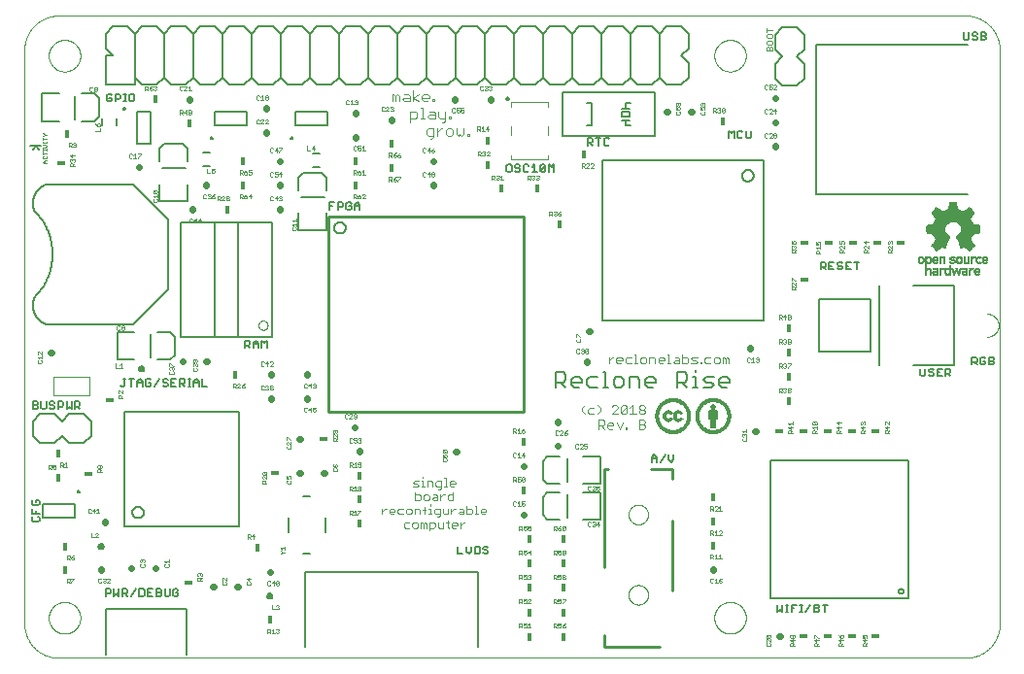
<source format=gto>
G75*
%MOIN*%
%OFA0B0*%
%FSLAX25Y25*%
%IPPOS*%
%LPD*%
%AMOC8*
5,1,8,0,0,1.08239X$1,22.5*
%
%ADD10C,0.00000*%
%ADD11C,0.00300*%
%ADD12C,0.00700*%
%ADD13C,0.00500*%
%ADD14C,0.00600*%
%ADD15C,0.00800*%
%ADD16C,0.01000*%
%ADD17C,0.00787*%
%ADD18C,0.00100*%
%ADD19R,0.01800X0.03000*%
%ADD20R,0.03000X0.01800*%
%ADD21C,0.02200*%
%ADD22C,0.00400*%
%ADD23C,0.00394*%
%ADD24C,0.00197*%
%ADD25R,0.00913X0.00031*%
%ADD26R,0.01543X0.00031*%
%ADD27R,0.01984X0.00031*%
%ADD28R,0.02331X0.00031*%
%ADD29R,0.02614X0.00031*%
%ADD30R,0.02898X0.00031*%
%ADD31R,0.03150X0.00031*%
%ADD32R,0.03370X0.00031*%
%ADD33R,0.03591X0.00031*%
%ADD34R,0.03780X0.00031*%
%ADD35R,0.03969X0.00031*%
%ADD36R,0.04126X0.00031*%
%ADD37R,0.04283X0.00031*%
%ADD38R,0.04472X0.00031*%
%ADD39R,0.04598X0.00031*%
%ADD40R,0.04787X0.00031*%
%ADD41R,0.04913X0.00031*%
%ADD42R,0.05039X0.00031*%
%ADD43R,0.05165X0.00031*%
%ADD44R,0.05291X0.00031*%
%ADD45R,0.05417X0.00031*%
%ADD46R,0.05543X0.00031*%
%ADD47R,0.05669X0.00031*%
%ADD48R,0.05795X0.00031*%
%ADD49R,0.05921X0.00031*%
%ADD50R,0.06016X0.00031*%
%ADD51R,0.06110X0.00031*%
%ADD52R,0.06236X0.00031*%
%ADD53R,0.06331X0.00031*%
%ADD54R,0.06425X0.00031*%
%ADD55R,0.06551X0.00031*%
%ADD56R,0.06646X0.00031*%
%ADD57R,0.06740X0.00031*%
%ADD58R,0.06835X0.00031*%
%ADD59R,0.06898X0.00031*%
%ADD60R,0.06992X0.00031*%
%ADD61R,0.02992X0.00031*%
%ADD62R,0.02803X0.00031*%
%ADD63R,0.02677X0.00031*%
%ADD64R,0.02551X0.00031*%
%ADD65R,0.02583X0.00031*%
%ADD66R,0.02488X0.00031*%
%ADD67R,0.02394X0.00031*%
%ADD68R,0.02425X0.00031*%
%ADD69R,0.02362X0.00031*%
%ADD70R,0.02268X0.00031*%
%ADD71R,0.02205X0.00031*%
%ADD72R,0.02236X0.00031*%
%ADD73R,0.02173X0.00031*%
%ADD74R,0.02142X0.00031*%
%ADD75R,0.02079X0.00031*%
%ADD76R,0.02110X0.00031*%
%ADD77R,0.02047X0.00031*%
%ADD78R,0.02016X0.00031*%
%ADD79R,0.01953X0.00031*%
%ADD80R,0.01921X0.00031*%
%ADD81R,0.01890X0.00031*%
%ADD82R,0.01858X0.00031*%
%ADD83R,0.01827X0.00031*%
%ADD84R,0.01795X0.00031*%
%ADD85R,0.01764X0.00031*%
%ADD86R,0.01701X0.00031*%
%ADD87R,0.01732X0.00031*%
%ADD88R,0.01669X0.00031*%
%ADD89R,0.01638X0.00031*%
%ADD90R,0.01606X0.00031*%
%ADD91R,0.01575X0.00031*%
%ADD92R,0.01512X0.00031*%
%ADD93R,0.01480X0.00031*%
%ADD94R,0.01449X0.00031*%
%ADD95R,0.01417X0.00031*%
%ADD96R,0.01386X0.00031*%
%ADD97R,0.01354X0.00031*%
%ADD98R,0.01323X0.00031*%
%ADD99R,0.01291X0.00031*%
%ADD100R,0.01260X0.00031*%
%ADD101R,0.01228X0.00031*%
%ADD102R,0.01197X0.00031*%
%ADD103R,0.01165X0.00031*%
%ADD104R,0.00472X0.00031*%
%ADD105R,0.00850X0.00031*%
%ADD106R,0.00819X0.00031*%
%ADD107R,0.01071X0.00031*%
%ADD108R,0.01102X0.00031*%
%ADD109R,0.01134X0.00031*%
%ADD110R,0.02299X0.00031*%
%ADD111R,0.02457X0.00031*%
%ADD112R,0.02520X0.00031*%
%ADD113R,0.02646X0.00031*%
%ADD114R,0.02709X0.00031*%
%ADD115R,0.02772X0.00031*%
%ADD116R,0.02835X0.00031*%
%ADD117R,0.02866X0.00031*%
%ADD118R,0.02961X0.00031*%
%ADD119R,0.03024X0.00031*%
%ADD120R,0.03055X0.00031*%
%ADD121R,0.01039X0.00031*%
%ADD122R,0.00945X0.00031*%
%ADD123R,0.00976X0.00031*%
%ADD124R,0.00756X0.00031*%
%ADD125R,0.00661X0.00031*%
%ADD126R,0.00693X0.00031*%
%ADD127R,0.00598X0.00031*%
%ADD128R,0.00504X0.00031*%
%ADD129R,0.00409X0.00031*%
%ADD130R,0.00346X0.00031*%
%ADD131R,0.00252X0.00031*%
%ADD132R,0.00189X0.00031*%
%ADD133R,0.00094X0.00031*%
%ADD134R,0.00031X0.00031*%
%ADD135R,0.00126X0.00031*%
%ADD136R,0.00315X0.00031*%
%ADD137R,0.00567X0.00031*%
%ADD138R,0.03087X0.00031*%
%ADD139R,0.02929X0.00031*%
%ADD140R,0.02740X0.00031*%
%ADD141R,0.00882X0.00031*%
%ADD142R,0.06709X0.00031*%
%ADD143R,0.06520X0.00031*%
%ADD144R,0.06142X0.00031*%
%ADD145R,0.04094X0.00031*%
%ADD146R,0.03906X0.00031*%
%ADD147R,0.03717X0.00031*%
%ADD148R,0.03528X0.00031*%
%ADD149R,0.03276X0.00031*%
%ADD150R,0.03213X0.00031*%
%ADD151R,0.03465X0.00031*%
%ADD152R,0.03654X0.00031*%
%ADD153R,0.03843X0.00031*%
%ADD154R,0.04031X0.00031*%
%ADD155R,0.04220X0.00031*%
%ADD156R,0.04346X0.00031*%
%ADD157R,0.04535X0.00031*%
%ADD158R,0.04661X0.00031*%
%ADD159R,0.04819X0.00031*%
%ADD160R,0.04976X0.00031*%
%ADD161R,0.05102X0.00031*%
%ADD162R,0.05228X0.00031*%
%ADD163R,0.05354X0.00031*%
%ADD164R,0.05480X0.00031*%
%ADD165R,0.05606X0.00031*%
%ADD166R,0.05732X0.00031*%
%ADD167R,0.05827X0.00031*%
%ADD168R,0.05953X0.00031*%
%ADD169R,0.06047X0.00031*%
%ADD170R,0.06268X0.00031*%
%ADD171R,0.06362X0.00031*%
%ADD172R,0.06457X0.00031*%
%ADD173R,0.06929X0.00031*%
%ADD174R,0.03181X0.00031*%
%ADD175R,0.00378X0.00031*%
%ADD176R,0.01008X0.00031*%
%ADD177R,0.07024X0.00031*%
%ADD178R,0.05701X0.00031*%
%ADD179R,0.05575X0.00031*%
%ADD180R,0.05449X0.00031*%
%ADD181R,0.05323X0.00031*%
%ADD182R,0.05197X0.00031*%
%ADD183R,0.05071X0.00031*%
%ADD184R,0.04630X0.00031*%
%ADD185R,0.03748X0.00031*%
%ADD186R,0.03307X0.00031*%
%ADD187R,0.00220X0.00031*%
%ADD188R,0.00630X0.00031*%
%ADD189R,0.00441X0.00031*%
%ADD190R,0.00787X0.00031*%
%ADD191R,0.00535X0.00031*%
%ADD192R,0.00724X0.00031*%
%ADD193R,0.00283X0.00031*%
%ADD194R,0.00157X0.00031*%
%ADD195R,0.00063X0.00031*%
%ADD196R,0.03118X0.00031*%
%ADD197R,0.04567X0.00031*%
%ADD198R,0.04724X0.00031*%
%ADD199R,0.04756X0.00031*%
%ADD200R,0.04850X0.00031*%
%ADD201R,0.04882X0.00031*%
%ADD202R,0.04945X0.00031*%
%ADD203R,0.05134X0.00031*%
%ADD204R,0.05008X0.00031*%
%ADD205R,0.04693X0.00031*%
%ADD206R,0.05260X0.00031*%
%ADD207R,0.05386X0.00031*%
%ADD208R,0.05512X0.00031*%
%ADD209R,0.05984X0.00031*%
%ADD210R,0.06866X0.00031*%
%ADD211R,0.06961X0.00031*%
%ADD212R,0.06803X0.00031*%
%ADD213R,0.06772X0.00031*%
%ADD214R,0.06583X0.00031*%
%ADD215R,0.06299X0.00031*%
%ADD216R,0.05890X0.00031*%
%ADD217R,0.05638X0.00031*%
%ADD218R,0.06394X0.00031*%
%ADD219R,0.12882X0.00031*%
%ADD220R,0.12819X0.00031*%
%ADD221R,0.12756X0.00031*%
%ADD222R,0.12693X0.00031*%
%ADD223R,0.12630X0.00031*%
%ADD224R,0.12567X0.00031*%
%ADD225R,0.12504X0.00031*%
%ADD226R,0.12441X0.00031*%
%ADD227R,0.12378X0.00031*%
%ADD228R,0.12315X0.00031*%
%ADD229R,0.12252X0.00031*%
%ADD230R,0.12189X0.00031*%
%ADD231R,0.12126X0.00031*%
%ADD232R,0.12945X0.00031*%
%ADD233R,0.13008X0.00031*%
%ADD234R,0.13071X0.00031*%
%ADD235R,0.13134X0.00031*%
%ADD236R,0.13197X0.00031*%
%ADD237R,0.13260X0.00031*%
%ADD238R,0.13323X0.00031*%
%ADD239R,0.13386X0.00031*%
%ADD240R,0.13449X0.00031*%
%ADD241R,0.13512X0.00031*%
%ADD242R,0.13575X0.00031*%
%ADD243R,0.13638X0.00031*%
%ADD244R,0.13701X0.00031*%
%ADD245R,0.13764X0.00031*%
%ADD246R,0.13827X0.00031*%
%ADD247R,0.13890X0.00031*%
%ADD248R,0.13953X0.00031*%
%ADD249R,0.14016X0.00031*%
%ADD250R,0.14079X0.00031*%
%ADD251R,0.14142X0.00031*%
%ADD252R,0.14205X0.00031*%
%ADD253R,0.14268X0.00031*%
%ADD254R,0.14331X0.00031*%
%ADD255R,0.14394X0.00031*%
%ADD256R,0.14457X0.00031*%
%ADD257R,0.14520X0.00031*%
%ADD258R,0.14583X0.00031*%
%ADD259R,0.14646X0.00031*%
%ADD260R,0.14709X0.00031*%
%ADD261R,0.14772X0.00031*%
%ADD262R,0.14835X0.00031*%
%ADD263R,0.14898X0.00031*%
%ADD264R,0.03433X0.00031*%
%ADD265R,0.03339X0.00031*%
%ADD266R,0.04441X0.00031*%
%ADD267R,0.04252X0.00031*%
%ADD268R,0.03937X0.00031*%
%ADD269R,0.03811X0.00031*%
%ADD270R,0.03685X0.00031*%
%ADD271R,0.03559X0.00031*%
%ADD272R,0.03496X0.00031*%
%ADD273R,0.03244X0.00031*%
D10*
X0012924Y0005148D02*
X0323948Y0005148D01*
X0324233Y0005151D01*
X0324519Y0005162D01*
X0324804Y0005179D01*
X0325088Y0005203D01*
X0325372Y0005234D01*
X0325655Y0005272D01*
X0325936Y0005317D01*
X0326217Y0005368D01*
X0326497Y0005426D01*
X0326775Y0005491D01*
X0327051Y0005563D01*
X0327325Y0005641D01*
X0327598Y0005726D01*
X0327868Y0005818D01*
X0328136Y0005916D01*
X0328402Y0006020D01*
X0328665Y0006131D01*
X0328925Y0006248D01*
X0329183Y0006371D01*
X0329437Y0006501D01*
X0329688Y0006637D01*
X0329936Y0006778D01*
X0330180Y0006926D01*
X0330421Y0007079D01*
X0330657Y0007239D01*
X0330890Y0007404D01*
X0331119Y0007574D01*
X0331344Y0007750D01*
X0331564Y0007932D01*
X0331780Y0008118D01*
X0331991Y0008310D01*
X0332198Y0008507D01*
X0332400Y0008709D01*
X0332597Y0008916D01*
X0332789Y0009127D01*
X0332975Y0009343D01*
X0333157Y0009563D01*
X0333333Y0009788D01*
X0333503Y0010017D01*
X0333668Y0010250D01*
X0333828Y0010486D01*
X0333981Y0010727D01*
X0334129Y0010971D01*
X0334270Y0011219D01*
X0334406Y0011470D01*
X0334536Y0011724D01*
X0334659Y0011982D01*
X0334776Y0012242D01*
X0334887Y0012505D01*
X0334991Y0012771D01*
X0335089Y0013039D01*
X0335181Y0013309D01*
X0335266Y0013582D01*
X0335344Y0013856D01*
X0335416Y0014132D01*
X0335481Y0014410D01*
X0335539Y0014690D01*
X0335590Y0014971D01*
X0335635Y0015252D01*
X0335673Y0015535D01*
X0335704Y0015819D01*
X0335728Y0016103D01*
X0335745Y0016388D01*
X0335756Y0016674D01*
X0335759Y0016959D01*
X0335759Y0213809D01*
X0335756Y0214094D01*
X0335745Y0214380D01*
X0335728Y0214665D01*
X0335704Y0214949D01*
X0335673Y0215233D01*
X0335635Y0215516D01*
X0335590Y0215797D01*
X0335539Y0216078D01*
X0335481Y0216358D01*
X0335416Y0216636D01*
X0335344Y0216912D01*
X0335266Y0217186D01*
X0335181Y0217459D01*
X0335089Y0217729D01*
X0334991Y0217997D01*
X0334887Y0218263D01*
X0334776Y0218526D01*
X0334659Y0218786D01*
X0334536Y0219044D01*
X0334406Y0219298D01*
X0334270Y0219549D01*
X0334129Y0219797D01*
X0333981Y0220041D01*
X0333828Y0220282D01*
X0333668Y0220518D01*
X0333503Y0220751D01*
X0333333Y0220980D01*
X0333157Y0221205D01*
X0332975Y0221425D01*
X0332789Y0221641D01*
X0332597Y0221852D01*
X0332400Y0222059D01*
X0332198Y0222261D01*
X0331991Y0222458D01*
X0331780Y0222650D01*
X0331564Y0222836D01*
X0331344Y0223018D01*
X0331119Y0223194D01*
X0330890Y0223364D01*
X0330657Y0223529D01*
X0330421Y0223689D01*
X0330180Y0223842D01*
X0329936Y0223990D01*
X0329688Y0224131D01*
X0329437Y0224267D01*
X0329183Y0224397D01*
X0328925Y0224520D01*
X0328665Y0224637D01*
X0328402Y0224748D01*
X0328136Y0224852D01*
X0327868Y0224950D01*
X0327598Y0225042D01*
X0327325Y0225127D01*
X0327051Y0225205D01*
X0326775Y0225277D01*
X0326497Y0225342D01*
X0326217Y0225400D01*
X0325936Y0225451D01*
X0325655Y0225496D01*
X0325372Y0225534D01*
X0325088Y0225565D01*
X0324804Y0225589D01*
X0324519Y0225606D01*
X0324233Y0225617D01*
X0323948Y0225620D01*
X0012924Y0225620D01*
X0012639Y0225617D01*
X0012353Y0225606D01*
X0012068Y0225589D01*
X0011784Y0225565D01*
X0011500Y0225534D01*
X0011217Y0225496D01*
X0010936Y0225451D01*
X0010655Y0225400D01*
X0010375Y0225342D01*
X0010097Y0225277D01*
X0009821Y0225205D01*
X0009547Y0225127D01*
X0009274Y0225042D01*
X0009004Y0224950D01*
X0008736Y0224852D01*
X0008470Y0224748D01*
X0008207Y0224637D01*
X0007947Y0224520D01*
X0007689Y0224397D01*
X0007435Y0224267D01*
X0007184Y0224131D01*
X0006936Y0223990D01*
X0006692Y0223842D01*
X0006451Y0223689D01*
X0006215Y0223529D01*
X0005982Y0223364D01*
X0005753Y0223194D01*
X0005528Y0223018D01*
X0005308Y0222836D01*
X0005092Y0222650D01*
X0004881Y0222458D01*
X0004674Y0222261D01*
X0004472Y0222059D01*
X0004275Y0221852D01*
X0004083Y0221641D01*
X0003897Y0221425D01*
X0003715Y0221205D01*
X0003539Y0220980D01*
X0003369Y0220751D01*
X0003204Y0220518D01*
X0003044Y0220282D01*
X0002891Y0220041D01*
X0002743Y0219797D01*
X0002602Y0219549D01*
X0002466Y0219298D01*
X0002336Y0219044D01*
X0002213Y0218786D01*
X0002096Y0218526D01*
X0001985Y0218263D01*
X0001881Y0217997D01*
X0001783Y0217729D01*
X0001691Y0217459D01*
X0001606Y0217186D01*
X0001528Y0216912D01*
X0001456Y0216636D01*
X0001391Y0216358D01*
X0001333Y0216078D01*
X0001282Y0215797D01*
X0001237Y0215516D01*
X0001199Y0215233D01*
X0001168Y0214949D01*
X0001144Y0214665D01*
X0001127Y0214380D01*
X0001116Y0214094D01*
X0001113Y0213809D01*
X0001113Y0016959D01*
X0001116Y0016674D01*
X0001127Y0016388D01*
X0001144Y0016103D01*
X0001168Y0015819D01*
X0001199Y0015535D01*
X0001237Y0015252D01*
X0001282Y0014971D01*
X0001333Y0014690D01*
X0001391Y0014410D01*
X0001456Y0014132D01*
X0001528Y0013856D01*
X0001606Y0013582D01*
X0001691Y0013309D01*
X0001783Y0013039D01*
X0001881Y0012771D01*
X0001985Y0012505D01*
X0002096Y0012242D01*
X0002213Y0011982D01*
X0002336Y0011724D01*
X0002466Y0011470D01*
X0002602Y0011219D01*
X0002743Y0010971D01*
X0002891Y0010727D01*
X0003044Y0010486D01*
X0003204Y0010250D01*
X0003369Y0010017D01*
X0003539Y0009788D01*
X0003715Y0009563D01*
X0003897Y0009343D01*
X0004083Y0009127D01*
X0004275Y0008916D01*
X0004472Y0008709D01*
X0004674Y0008507D01*
X0004881Y0008310D01*
X0005092Y0008118D01*
X0005308Y0007932D01*
X0005528Y0007750D01*
X0005753Y0007574D01*
X0005982Y0007404D01*
X0006215Y0007239D01*
X0006451Y0007079D01*
X0006692Y0006926D01*
X0006936Y0006778D01*
X0007184Y0006637D01*
X0007435Y0006501D01*
X0007689Y0006371D01*
X0007947Y0006248D01*
X0008207Y0006131D01*
X0008470Y0006020D01*
X0008736Y0005916D01*
X0009004Y0005818D01*
X0009274Y0005726D01*
X0009547Y0005641D01*
X0009821Y0005563D01*
X0010097Y0005491D01*
X0010375Y0005426D01*
X0010655Y0005368D01*
X0010936Y0005317D01*
X0011217Y0005272D01*
X0011500Y0005234D01*
X0011784Y0005203D01*
X0012068Y0005179D01*
X0012353Y0005162D01*
X0012639Y0005151D01*
X0012924Y0005148D01*
X0009480Y0018927D02*
X0009482Y0019074D01*
X0009488Y0019220D01*
X0009498Y0019366D01*
X0009512Y0019512D01*
X0009530Y0019658D01*
X0009551Y0019803D01*
X0009577Y0019947D01*
X0009607Y0020091D01*
X0009640Y0020233D01*
X0009677Y0020375D01*
X0009718Y0020516D01*
X0009763Y0020655D01*
X0009812Y0020794D01*
X0009864Y0020931D01*
X0009921Y0021066D01*
X0009980Y0021200D01*
X0010044Y0021332D01*
X0010111Y0021462D01*
X0010181Y0021591D01*
X0010255Y0021718D01*
X0010332Y0021842D01*
X0010413Y0021965D01*
X0010497Y0022085D01*
X0010584Y0022203D01*
X0010674Y0022318D01*
X0010767Y0022431D01*
X0010864Y0022542D01*
X0010963Y0022650D01*
X0011065Y0022755D01*
X0011170Y0022857D01*
X0011278Y0022956D01*
X0011389Y0023053D01*
X0011502Y0023146D01*
X0011617Y0023236D01*
X0011735Y0023323D01*
X0011855Y0023407D01*
X0011978Y0023488D01*
X0012102Y0023565D01*
X0012229Y0023639D01*
X0012358Y0023709D01*
X0012488Y0023776D01*
X0012620Y0023840D01*
X0012754Y0023899D01*
X0012889Y0023956D01*
X0013026Y0024008D01*
X0013165Y0024057D01*
X0013304Y0024102D01*
X0013445Y0024143D01*
X0013587Y0024180D01*
X0013729Y0024213D01*
X0013873Y0024243D01*
X0014017Y0024269D01*
X0014162Y0024290D01*
X0014308Y0024308D01*
X0014454Y0024322D01*
X0014600Y0024332D01*
X0014746Y0024338D01*
X0014893Y0024340D01*
X0015040Y0024338D01*
X0015186Y0024332D01*
X0015332Y0024322D01*
X0015478Y0024308D01*
X0015624Y0024290D01*
X0015769Y0024269D01*
X0015913Y0024243D01*
X0016057Y0024213D01*
X0016199Y0024180D01*
X0016341Y0024143D01*
X0016482Y0024102D01*
X0016621Y0024057D01*
X0016760Y0024008D01*
X0016897Y0023956D01*
X0017032Y0023899D01*
X0017166Y0023840D01*
X0017298Y0023776D01*
X0017428Y0023709D01*
X0017557Y0023639D01*
X0017684Y0023565D01*
X0017808Y0023488D01*
X0017931Y0023407D01*
X0018051Y0023323D01*
X0018169Y0023236D01*
X0018284Y0023146D01*
X0018397Y0023053D01*
X0018508Y0022956D01*
X0018616Y0022857D01*
X0018721Y0022755D01*
X0018823Y0022650D01*
X0018922Y0022542D01*
X0019019Y0022431D01*
X0019112Y0022318D01*
X0019202Y0022203D01*
X0019289Y0022085D01*
X0019373Y0021965D01*
X0019454Y0021842D01*
X0019531Y0021718D01*
X0019605Y0021591D01*
X0019675Y0021462D01*
X0019742Y0021332D01*
X0019806Y0021200D01*
X0019865Y0021066D01*
X0019922Y0020931D01*
X0019974Y0020794D01*
X0020023Y0020655D01*
X0020068Y0020516D01*
X0020109Y0020375D01*
X0020146Y0020233D01*
X0020179Y0020091D01*
X0020209Y0019947D01*
X0020235Y0019803D01*
X0020256Y0019658D01*
X0020274Y0019512D01*
X0020288Y0019366D01*
X0020298Y0019220D01*
X0020304Y0019074D01*
X0020306Y0018927D01*
X0020304Y0018780D01*
X0020298Y0018634D01*
X0020288Y0018488D01*
X0020274Y0018342D01*
X0020256Y0018196D01*
X0020235Y0018051D01*
X0020209Y0017907D01*
X0020179Y0017763D01*
X0020146Y0017621D01*
X0020109Y0017479D01*
X0020068Y0017338D01*
X0020023Y0017199D01*
X0019974Y0017060D01*
X0019922Y0016923D01*
X0019865Y0016788D01*
X0019806Y0016654D01*
X0019742Y0016522D01*
X0019675Y0016392D01*
X0019605Y0016263D01*
X0019531Y0016136D01*
X0019454Y0016012D01*
X0019373Y0015889D01*
X0019289Y0015769D01*
X0019202Y0015651D01*
X0019112Y0015536D01*
X0019019Y0015423D01*
X0018922Y0015312D01*
X0018823Y0015204D01*
X0018721Y0015099D01*
X0018616Y0014997D01*
X0018508Y0014898D01*
X0018397Y0014801D01*
X0018284Y0014708D01*
X0018169Y0014618D01*
X0018051Y0014531D01*
X0017931Y0014447D01*
X0017808Y0014366D01*
X0017684Y0014289D01*
X0017557Y0014215D01*
X0017428Y0014145D01*
X0017298Y0014078D01*
X0017166Y0014014D01*
X0017032Y0013955D01*
X0016897Y0013898D01*
X0016760Y0013846D01*
X0016621Y0013797D01*
X0016482Y0013752D01*
X0016341Y0013711D01*
X0016199Y0013674D01*
X0016057Y0013641D01*
X0015913Y0013611D01*
X0015769Y0013585D01*
X0015624Y0013564D01*
X0015478Y0013546D01*
X0015332Y0013532D01*
X0015186Y0013522D01*
X0015040Y0013516D01*
X0014893Y0013514D01*
X0014746Y0013516D01*
X0014600Y0013522D01*
X0014454Y0013532D01*
X0014308Y0013546D01*
X0014162Y0013564D01*
X0014017Y0013585D01*
X0013873Y0013611D01*
X0013729Y0013641D01*
X0013587Y0013674D01*
X0013445Y0013711D01*
X0013304Y0013752D01*
X0013165Y0013797D01*
X0013026Y0013846D01*
X0012889Y0013898D01*
X0012754Y0013955D01*
X0012620Y0014014D01*
X0012488Y0014078D01*
X0012358Y0014145D01*
X0012229Y0014215D01*
X0012102Y0014289D01*
X0011978Y0014366D01*
X0011855Y0014447D01*
X0011735Y0014531D01*
X0011617Y0014618D01*
X0011502Y0014708D01*
X0011389Y0014801D01*
X0011278Y0014898D01*
X0011170Y0014997D01*
X0011065Y0015099D01*
X0010963Y0015204D01*
X0010864Y0015312D01*
X0010767Y0015423D01*
X0010674Y0015536D01*
X0010584Y0015651D01*
X0010497Y0015769D01*
X0010413Y0015889D01*
X0010332Y0016012D01*
X0010255Y0016136D01*
X0010181Y0016263D01*
X0010111Y0016392D01*
X0010044Y0016522D01*
X0009980Y0016654D01*
X0009921Y0016788D01*
X0009864Y0016923D01*
X0009812Y0017060D01*
X0009763Y0017199D01*
X0009718Y0017338D01*
X0009677Y0017479D01*
X0009640Y0017621D01*
X0009607Y0017763D01*
X0009577Y0017907D01*
X0009551Y0018051D01*
X0009530Y0018196D01*
X0009512Y0018342D01*
X0009498Y0018488D01*
X0009488Y0018634D01*
X0009482Y0018780D01*
X0009480Y0018927D01*
X0208397Y0026801D02*
X0208399Y0026916D01*
X0208405Y0027032D01*
X0208415Y0027147D01*
X0208429Y0027262D01*
X0208447Y0027376D01*
X0208469Y0027489D01*
X0208494Y0027602D01*
X0208524Y0027713D01*
X0208557Y0027824D01*
X0208594Y0027933D01*
X0208635Y0028041D01*
X0208680Y0028148D01*
X0208728Y0028253D01*
X0208780Y0028356D01*
X0208836Y0028457D01*
X0208895Y0028557D01*
X0208957Y0028654D01*
X0209023Y0028749D01*
X0209091Y0028842D01*
X0209163Y0028932D01*
X0209238Y0029020D01*
X0209317Y0029105D01*
X0209398Y0029187D01*
X0209481Y0029267D01*
X0209568Y0029343D01*
X0209657Y0029417D01*
X0209748Y0029487D01*
X0209842Y0029555D01*
X0209938Y0029619D01*
X0210037Y0029679D01*
X0210137Y0029736D01*
X0210239Y0029790D01*
X0210343Y0029840D01*
X0210449Y0029887D01*
X0210556Y0029930D01*
X0210665Y0029969D01*
X0210775Y0030004D01*
X0210886Y0030035D01*
X0210998Y0030063D01*
X0211111Y0030087D01*
X0211225Y0030107D01*
X0211340Y0030123D01*
X0211455Y0030135D01*
X0211570Y0030143D01*
X0211685Y0030147D01*
X0211801Y0030147D01*
X0211916Y0030143D01*
X0212031Y0030135D01*
X0212146Y0030123D01*
X0212261Y0030107D01*
X0212375Y0030087D01*
X0212488Y0030063D01*
X0212600Y0030035D01*
X0212711Y0030004D01*
X0212821Y0029969D01*
X0212930Y0029930D01*
X0213037Y0029887D01*
X0213143Y0029840D01*
X0213247Y0029790D01*
X0213349Y0029736D01*
X0213449Y0029679D01*
X0213548Y0029619D01*
X0213644Y0029555D01*
X0213738Y0029487D01*
X0213829Y0029417D01*
X0213918Y0029343D01*
X0214005Y0029267D01*
X0214088Y0029187D01*
X0214169Y0029105D01*
X0214248Y0029020D01*
X0214323Y0028932D01*
X0214395Y0028842D01*
X0214463Y0028749D01*
X0214529Y0028654D01*
X0214591Y0028557D01*
X0214650Y0028457D01*
X0214706Y0028356D01*
X0214758Y0028253D01*
X0214806Y0028148D01*
X0214851Y0028041D01*
X0214892Y0027933D01*
X0214929Y0027824D01*
X0214962Y0027713D01*
X0214992Y0027602D01*
X0215017Y0027489D01*
X0215039Y0027376D01*
X0215057Y0027262D01*
X0215071Y0027147D01*
X0215081Y0027032D01*
X0215087Y0026916D01*
X0215089Y0026801D01*
X0215087Y0026686D01*
X0215081Y0026570D01*
X0215071Y0026455D01*
X0215057Y0026340D01*
X0215039Y0026226D01*
X0215017Y0026113D01*
X0214992Y0026000D01*
X0214962Y0025889D01*
X0214929Y0025778D01*
X0214892Y0025669D01*
X0214851Y0025561D01*
X0214806Y0025454D01*
X0214758Y0025349D01*
X0214706Y0025246D01*
X0214650Y0025145D01*
X0214591Y0025045D01*
X0214529Y0024948D01*
X0214463Y0024853D01*
X0214395Y0024760D01*
X0214323Y0024670D01*
X0214248Y0024582D01*
X0214169Y0024497D01*
X0214088Y0024415D01*
X0214005Y0024335D01*
X0213918Y0024259D01*
X0213829Y0024185D01*
X0213738Y0024115D01*
X0213644Y0024047D01*
X0213548Y0023983D01*
X0213449Y0023923D01*
X0213349Y0023866D01*
X0213247Y0023812D01*
X0213143Y0023762D01*
X0213037Y0023715D01*
X0212930Y0023672D01*
X0212821Y0023633D01*
X0212711Y0023598D01*
X0212600Y0023567D01*
X0212488Y0023539D01*
X0212375Y0023515D01*
X0212261Y0023495D01*
X0212146Y0023479D01*
X0212031Y0023467D01*
X0211916Y0023459D01*
X0211801Y0023455D01*
X0211685Y0023455D01*
X0211570Y0023459D01*
X0211455Y0023467D01*
X0211340Y0023479D01*
X0211225Y0023495D01*
X0211111Y0023515D01*
X0210998Y0023539D01*
X0210886Y0023567D01*
X0210775Y0023598D01*
X0210665Y0023633D01*
X0210556Y0023672D01*
X0210449Y0023715D01*
X0210343Y0023762D01*
X0210239Y0023812D01*
X0210137Y0023866D01*
X0210037Y0023923D01*
X0209938Y0023983D01*
X0209842Y0024047D01*
X0209748Y0024115D01*
X0209657Y0024185D01*
X0209568Y0024259D01*
X0209481Y0024335D01*
X0209398Y0024415D01*
X0209317Y0024497D01*
X0209238Y0024582D01*
X0209163Y0024670D01*
X0209091Y0024760D01*
X0209023Y0024853D01*
X0208957Y0024948D01*
X0208895Y0025045D01*
X0208836Y0025145D01*
X0208780Y0025246D01*
X0208728Y0025349D01*
X0208680Y0025454D01*
X0208635Y0025561D01*
X0208594Y0025669D01*
X0208557Y0025778D01*
X0208524Y0025889D01*
X0208494Y0026000D01*
X0208469Y0026113D01*
X0208447Y0026226D01*
X0208429Y0026340D01*
X0208415Y0026455D01*
X0208405Y0026570D01*
X0208399Y0026686D01*
X0208397Y0026801D01*
X0237826Y0018927D02*
X0237828Y0019074D01*
X0237834Y0019220D01*
X0237844Y0019366D01*
X0237858Y0019512D01*
X0237876Y0019658D01*
X0237897Y0019803D01*
X0237923Y0019947D01*
X0237953Y0020091D01*
X0237986Y0020233D01*
X0238023Y0020375D01*
X0238064Y0020516D01*
X0238109Y0020655D01*
X0238158Y0020794D01*
X0238210Y0020931D01*
X0238267Y0021066D01*
X0238326Y0021200D01*
X0238390Y0021332D01*
X0238457Y0021462D01*
X0238527Y0021591D01*
X0238601Y0021718D01*
X0238678Y0021842D01*
X0238759Y0021965D01*
X0238843Y0022085D01*
X0238930Y0022203D01*
X0239020Y0022318D01*
X0239113Y0022431D01*
X0239210Y0022542D01*
X0239309Y0022650D01*
X0239411Y0022755D01*
X0239516Y0022857D01*
X0239624Y0022956D01*
X0239735Y0023053D01*
X0239848Y0023146D01*
X0239963Y0023236D01*
X0240081Y0023323D01*
X0240201Y0023407D01*
X0240324Y0023488D01*
X0240448Y0023565D01*
X0240575Y0023639D01*
X0240704Y0023709D01*
X0240834Y0023776D01*
X0240966Y0023840D01*
X0241100Y0023899D01*
X0241235Y0023956D01*
X0241372Y0024008D01*
X0241511Y0024057D01*
X0241650Y0024102D01*
X0241791Y0024143D01*
X0241933Y0024180D01*
X0242075Y0024213D01*
X0242219Y0024243D01*
X0242363Y0024269D01*
X0242508Y0024290D01*
X0242654Y0024308D01*
X0242800Y0024322D01*
X0242946Y0024332D01*
X0243092Y0024338D01*
X0243239Y0024340D01*
X0243386Y0024338D01*
X0243532Y0024332D01*
X0243678Y0024322D01*
X0243824Y0024308D01*
X0243970Y0024290D01*
X0244115Y0024269D01*
X0244259Y0024243D01*
X0244403Y0024213D01*
X0244545Y0024180D01*
X0244687Y0024143D01*
X0244828Y0024102D01*
X0244967Y0024057D01*
X0245106Y0024008D01*
X0245243Y0023956D01*
X0245378Y0023899D01*
X0245512Y0023840D01*
X0245644Y0023776D01*
X0245774Y0023709D01*
X0245903Y0023639D01*
X0246030Y0023565D01*
X0246154Y0023488D01*
X0246277Y0023407D01*
X0246397Y0023323D01*
X0246515Y0023236D01*
X0246630Y0023146D01*
X0246743Y0023053D01*
X0246854Y0022956D01*
X0246962Y0022857D01*
X0247067Y0022755D01*
X0247169Y0022650D01*
X0247268Y0022542D01*
X0247365Y0022431D01*
X0247458Y0022318D01*
X0247548Y0022203D01*
X0247635Y0022085D01*
X0247719Y0021965D01*
X0247800Y0021842D01*
X0247877Y0021718D01*
X0247951Y0021591D01*
X0248021Y0021462D01*
X0248088Y0021332D01*
X0248152Y0021200D01*
X0248211Y0021066D01*
X0248268Y0020931D01*
X0248320Y0020794D01*
X0248369Y0020655D01*
X0248414Y0020516D01*
X0248455Y0020375D01*
X0248492Y0020233D01*
X0248525Y0020091D01*
X0248555Y0019947D01*
X0248581Y0019803D01*
X0248602Y0019658D01*
X0248620Y0019512D01*
X0248634Y0019366D01*
X0248644Y0019220D01*
X0248650Y0019074D01*
X0248652Y0018927D01*
X0248650Y0018780D01*
X0248644Y0018634D01*
X0248634Y0018488D01*
X0248620Y0018342D01*
X0248602Y0018196D01*
X0248581Y0018051D01*
X0248555Y0017907D01*
X0248525Y0017763D01*
X0248492Y0017621D01*
X0248455Y0017479D01*
X0248414Y0017338D01*
X0248369Y0017199D01*
X0248320Y0017060D01*
X0248268Y0016923D01*
X0248211Y0016788D01*
X0248152Y0016654D01*
X0248088Y0016522D01*
X0248021Y0016392D01*
X0247951Y0016263D01*
X0247877Y0016136D01*
X0247800Y0016012D01*
X0247719Y0015889D01*
X0247635Y0015769D01*
X0247548Y0015651D01*
X0247458Y0015536D01*
X0247365Y0015423D01*
X0247268Y0015312D01*
X0247169Y0015204D01*
X0247067Y0015099D01*
X0246962Y0014997D01*
X0246854Y0014898D01*
X0246743Y0014801D01*
X0246630Y0014708D01*
X0246515Y0014618D01*
X0246397Y0014531D01*
X0246277Y0014447D01*
X0246154Y0014366D01*
X0246030Y0014289D01*
X0245903Y0014215D01*
X0245774Y0014145D01*
X0245644Y0014078D01*
X0245512Y0014014D01*
X0245378Y0013955D01*
X0245243Y0013898D01*
X0245106Y0013846D01*
X0244967Y0013797D01*
X0244828Y0013752D01*
X0244687Y0013711D01*
X0244545Y0013674D01*
X0244403Y0013641D01*
X0244259Y0013611D01*
X0244115Y0013585D01*
X0243970Y0013564D01*
X0243824Y0013546D01*
X0243678Y0013532D01*
X0243532Y0013522D01*
X0243386Y0013516D01*
X0243239Y0013514D01*
X0243092Y0013516D01*
X0242946Y0013522D01*
X0242800Y0013532D01*
X0242654Y0013546D01*
X0242508Y0013564D01*
X0242363Y0013585D01*
X0242219Y0013611D01*
X0242075Y0013641D01*
X0241933Y0013674D01*
X0241791Y0013711D01*
X0241650Y0013752D01*
X0241511Y0013797D01*
X0241372Y0013846D01*
X0241235Y0013898D01*
X0241100Y0013955D01*
X0240966Y0014014D01*
X0240834Y0014078D01*
X0240704Y0014145D01*
X0240575Y0014215D01*
X0240448Y0014289D01*
X0240324Y0014366D01*
X0240201Y0014447D01*
X0240081Y0014531D01*
X0239963Y0014618D01*
X0239848Y0014708D01*
X0239735Y0014801D01*
X0239624Y0014898D01*
X0239516Y0014997D01*
X0239411Y0015099D01*
X0239309Y0015204D01*
X0239210Y0015312D01*
X0239113Y0015423D01*
X0239020Y0015536D01*
X0238930Y0015651D01*
X0238843Y0015769D01*
X0238759Y0015889D01*
X0238678Y0016012D01*
X0238601Y0016136D01*
X0238527Y0016263D01*
X0238457Y0016392D01*
X0238390Y0016522D01*
X0238326Y0016654D01*
X0238267Y0016788D01*
X0238210Y0016923D01*
X0238158Y0017060D01*
X0238109Y0017199D01*
X0238064Y0017338D01*
X0238023Y0017479D01*
X0237986Y0017621D01*
X0237953Y0017763D01*
X0237923Y0017907D01*
X0237897Y0018051D01*
X0237876Y0018196D01*
X0237858Y0018342D01*
X0237844Y0018488D01*
X0237834Y0018634D01*
X0237828Y0018780D01*
X0237826Y0018927D01*
X0208397Y0054360D02*
X0208399Y0054475D01*
X0208405Y0054591D01*
X0208415Y0054706D01*
X0208429Y0054821D01*
X0208447Y0054935D01*
X0208469Y0055048D01*
X0208494Y0055161D01*
X0208524Y0055272D01*
X0208557Y0055383D01*
X0208594Y0055492D01*
X0208635Y0055600D01*
X0208680Y0055707D01*
X0208728Y0055812D01*
X0208780Y0055915D01*
X0208836Y0056016D01*
X0208895Y0056116D01*
X0208957Y0056213D01*
X0209023Y0056308D01*
X0209091Y0056401D01*
X0209163Y0056491D01*
X0209238Y0056579D01*
X0209317Y0056664D01*
X0209398Y0056746D01*
X0209481Y0056826D01*
X0209568Y0056902D01*
X0209657Y0056976D01*
X0209748Y0057046D01*
X0209842Y0057114D01*
X0209938Y0057178D01*
X0210037Y0057238D01*
X0210137Y0057295D01*
X0210239Y0057349D01*
X0210343Y0057399D01*
X0210449Y0057446D01*
X0210556Y0057489D01*
X0210665Y0057528D01*
X0210775Y0057563D01*
X0210886Y0057594D01*
X0210998Y0057622D01*
X0211111Y0057646D01*
X0211225Y0057666D01*
X0211340Y0057682D01*
X0211455Y0057694D01*
X0211570Y0057702D01*
X0211685Y0057706D01*
X0211801Y0057706D01*
X0211916Y0057702D01*
X0212031Y0057694D01*
X0212146Y0057682D01*
X0212261Y0057666D01*
X0212375Y0057646D01*
X0212488Y0057622D01*
X0212600Y0057594D01*
X0212711Y0057563D01*
X0212821Y0057528D01*
X0212930Y0057489D01*
X0213037Y0057446D01*
X0213143Y0057399D01*
X0213247Y0057349D01*
X0213349Y0057295D01*
X0213449Y0057238D01*
X0213548Y0057178D01*
X0213644Y0057114D01*
X0213738Y0057046D01*
X0213829Y0056976D01*
X0213918Y0056902D01*
X0214005Y0056826D01*
X0214088Y0056746D01*
X0214169Y0056664D01*
X0214248Y0056579D01*
X0214323Y0056491D01*
X0214395Y0056401D01*
X0214463Y0056308D01*
X0214529Y0056213D01*
X0214591Y0056116D01*
X0214650Y0056016D01*
X0214706Y0055915D01*
X0214758Y0055812D01*
X0214806Y0055707D01*
X0214851Y0055600D01*
X0214892Y0055492D01*
X0214929Y0055383D01*
X0214962Y0055272D01*
X0214992Y0055161D01*
X0215017Y0055048D01*
X0215039Y0054935D01*
X0215057Y0054821D01*
X0215071Y0054706D01*
X0215081Y0054591D01*
X0215087Y0054475D01*
X0215089Y0054360D01*
X0215087Y0054245D01*
X0215081Y0054129D01*
X0215071Y0054014D01*
X0215057Y0053899D01*
X0215039Y0053785D01*
X0215017Y0053672D01*
X0214992Y0053559D01*
X0214962Y0053448D01*
X0214929Y0053337D01*
X0214892Y0053228D01*
X0214851Y0053120D01*
X0214806Y0053013D01*
X0214758Y0052908D01*
X0214706Y0052805D01*
X0214650Y0052704D01*
X0214591Y0052604D01*
X0214529Y0052507D01*
X0214463Y0052412D01*
X0214395Y0052319D01*
X0214323Y0052229D01*
X0214248Y0052141D01*
X0214169Y0052056D01*
X0214088Y0051974D01*
X0214005Y0051894D01*
X0213918Y0051818D01*
X0213829Y0051744D01*
X0213738Y0051674D01*
X0213644Y0051606D01*
X0213548Y0051542D01*
X0213449Y0051482D01*
X0213349Y0051425D01*
X0213247Y0051371D01*
X0213143Y0051321D01*
X0213037Y0051274D01*
X0212930Y0051231D01*
X0212821Y0051192D01*
X0212711Y0051157D01*
X0212600Y0051126D01*
X0212488Y0051098D01*
X0212375Y0051074D01*
X0212261Y0051054D01*
X0212146Y0051038D01*
X0212031Y0051026D01*
X0211916Y0051018D01*
X0211801Y0051014D01*
X0211685Y0051014D01*
X0211570Y0051018D01*
X0211455Y0051026D01*
X0211340Y0051038D01*
X0211225Y0051054D01*
X0211111Y0051074D01*
X0210998Y0051098D01*
X0210886Y0051126D01*
X0210775Y0051157D01*
X0210665Y0051192D01*
X0210556Y0051231D01*
X0210449Y0051274D01*
X0210343Y0051321D01*
X0210239Y0051371D01*
X0210137Y0051425D01*
X0210037Y0051482D01*
X0209938Y0051542D01*
X0209842Y0051606D01*
X0209748Y0051674D01*
X0209657Y0051744D01*
X0209568Y0051818D01*
X0209481Y0051894D01*
X0209398Y0051974D01*
X0209317Y0052056D01*
X0209238Y0052141D01*
X0209163Y0052229D01*
X0209091Y0052319D01*
X0209023Y0052412D01*
X0208957Y0052507D01*
X0208895Y0052604D01*
X0208836Y0052704D01*
X0208780Y0052805D01*
X0208728Y0052908D01*
X0208680Y0053013D01*
X0208635Y0053120D01*
X0208594Y0053228D01*
X0208557Y0053337D01*
X0208524Y0053448D01*
X0208494Y0053559D01*
X0208469Y0053672D01*
X0208447Y0053785D01*
X0208429Y0053899D01*
X0208415Y0054014D01*
X0208405Y0054129D01*
X0208399Y0054245D01*
X0208397Y0054360D01*
X0237826Y0211841D02*
X0237828Y0211988D01*
X0237834Y0212134D01*
X0237844Y0212280D01*
X0237858Y0212426D01*
X0237876Y0212572D01*
X0237897Y0212717D01*
X0237923Y0212861D01*
X0237953Y0213005D01*
X0237986Y0213147D01*
X0238023Y0213289D01*
X0238064Y0213430D01*
X0238109Y0213569D01*
X0238158Y0213708D01*
X0238210Y0213845D01*
X0238267Y0213980D01*
X0238326Y0214114D01*
X0238390Y0214246D01*
X0238457Y0214376D01*
X0238527Y0214505D01*
X0238601Y0214632D01*
X0238678Y0214756D01*
X0238759Y0214879D01*
X0238843Y0214999D01*
X0238930Y0215117D01*
X0239020Y0215232D01*
X0239113Y0215345D01*
X0239210Y0215456D01*
X0239309Y0215564D01*
X0239411Y0215669D01*
X0239516Y0215771D01*
X0239624Y0215870D01*
X0239735Y0215967D01*
X0239848Y0216060D01*
X0239963Y0216150D01*
X0240081Y0216237D01*
X0240201Y0216321D01*
X0240324Y0216402D01*
X0240448Y0216479D01*
X0240575Y0216553D01*
X0240704Y0216623D01*
X0240834Y0216690D01*
X0240966Y0216754D01*
X0241100Y0216813D01*
X0241235Y0216870D01*
X0241372Y0216922D01*
X0241511Y0216971D01*
X0241650Y0217016D01*
X0241791Y0217057D01*
X0241933Y0217094D01*
X0242075Y0217127D01*
X0242219Y0217157D01*
X0242363Y0217183D01*
X0242508Y0217204D01*
X0242654Y0217222D01*
X0242800Y0217236D01*
X0242946Y0217246D01*
X0243092Y0217252D01*
X0243239Y0217254D01*
X0243386Y0217252D01*
X0243532Y0217246D01*
X0243678Y0217236D01*
X0243824Y0217222D01*
X0243970Y0217204D01*
X0244115Y0217183D01*
X0244259Y0217157D01*
X0244403Y0217127D01*
X0244545Y0217094D01*
X0244687Y0217057D01*
X0244828Y0217016D01*
X0244967Y0216971D01*
X0245106Y0216922D01*
X0245243Y0216870D01*
X0245378Y0216813D01*
X0245512Y0216754D01*
X0245644Y0216690D01*
X0245774Y0216623D01*
X0245903Y0216553D01*
X0246030Y0216479D01*
X0246154Y0216402D01*
X0246277Y0216321D01*
X0246397Y0216237D01*
X0246515Y0216150D01*
X0246630Y0216060D01*
X0246743Y0215967D01*
X0246854Y0215870D01*
X0246962Y0215771D01*
X0247067Y0215669D01*
X0247169Y0215564D01*
X0247268Y0215456D01*
X0247365Y0215345D01*
X0247458Y0215232D01*
X0247548Y0215117D01*
X0247635Y0214999D01*
X0247719Y0214879D01*
X0247800Y0214756D01*
X0247877Y0214632D01*
X0247951Y0214505D01*
X0248021Y0214376D01*
X0248088Y0214246D01*
X0248152Y0214114D01*
X0248211Y0213980D01*
X0248268Y0213845D01*
X0248320Y0213708D01*
X0248369Y0213569D01*
X0248414Y0213430D01*
X0248455Y0213289D01*
X0248492Y0213147D01*
X0248525Y0213005D01*
X0248555Y0212861D01*
X0248581Y0212717D01*
X0248602Y0212572D01*
X0248620Y0212426D01*
X0248634Y0212280D01*
X0248644Y0212134D01*
X0248650Y0211988D01*
X0248652Y0211841D01*
X0248650Y0211694D01*
X0248644Y0211548D01*
X0248634Y0211402D01*
X0248620Y0211256D01*
X0248602Y0211110D01*
X0248581Y0210965D01*
X0248555Y0210821D01*
X0248525Y0210677D01*
X0248492Y0210535D01*
X0248455Y0210393D01*
X0248414Y0210252D01*
X0248369Y0210113D01*
X0248320Y0209974D01*
X0248268Y0209837D01*
X0248211Y0209702D01*
X0248152Y0209568D01*
X0248088Y0209436D01*
X0248021Y0209306D01*
X0247951Y0209177D01*
X0247877Y0209050D01*
X0247800Y0208926D01*
X0247719Y0208803D01*
X0247635Y0208683D01*
X0247548Y0208565D01*
X0247458Y0208450D01*
X0247365Y0208337D01*
X0247268Y0208226D01*
X0247169Y0208118D01*
X0247067Y0208013D01*
X0246962Y0207911D01*
X0246854Y0207812D01*
X0246743Y0207715D01*
X0246630Y0207622D01*
X0246515Y0207532D01*
X0246397Y0207445D01*
X0246277Y0207361D01*
X0246154Y0207280D01*
X0246030Y0207203D01*
X0245903Y0207129D01*
X0245774Y0207059D01*
X0245644Y0206992D01*
X0245512Y0206928D01*
X0245378Y0206869D01*
X0245243Y0206812D01*
X0245106Y0206760D01*
X0244967Y0206711D01*
X0244828Y0206666D01*
X0244687Y0206625D01*
X0244545Y0206588D01*
X0244403Y0206555D01*
X0244259Y0206525D01*
X0244115Y0206499D01*
X0243970Y0206478D01*
X0243824Y0206460D01*
X0243678Y0206446D01*
X0243532Y0206436D01*
X0243386Y0206430D01*
X0243239Y0206428D01*
X0243092Y0206430D01*
X0242946Y0206436D01*
X0242800Y0206446D01*
X0242654Y0206460D01*
X0242508Y0206478D01*
X0242363Y0206499D01*
X0242219Y0206525D01*
X0242075Y0206555D01*
X0241933Y0206588D01*
X0241791Y0206625D01*
X0241650Y0206666D01*
X0241511Y0206711D01*
X0241372Y0206760D01*
X0241235Y0206812D01*
X0241100Y0206869D01*
X0240966Y0206928D01*
X0240834Y0206992D01*
X0240704Y0207059D01*
X0240575Y0207129D01*
X0240448Y0207203D01*
X0240324Y0207280D01*
X0240201Y0207361D01*
X0240081Y0207445D01*
X0239963Y0207532D01*
X0239848Y0207622D01*
X0239735Y0207715D01*
X0239624Y0207812D01*
X0239516Y0207911D01*
X0239411Y0208013D01*
X0239309Y0208118D01*
X0239210Y0208226D01*
X0239113Y0208337D01*
X0239020Y0208450D01*
X0238930Y0208565D01*
X0238843Y0208683D01*
X0238759Y0208803D01*
X0238678Y0208926D01*
X0238601Y0209050D01*
X0238527Y0209177D01*
X0238457Y0209306D01*
X0238390Y0209436D01*
X0238326Y0209568D01*
X0238267Y0209702D01*
X0238210Y0209837D01*
X0238158Y0209974D01*
X0238109Y0210113D01*
X0238064Y0210252D01*
X0238023Y0210393D01*
X0237986Y0210535D01*
X0237953Y0210677D01*
X0237923Y0210821D01*
X0237897Y0210965D01*
X0237876Y0211110D01*
X0237858Y0211256D01*
X0237844Y0211402D01*
X0237834Y0211548D01*
X0237828Y0211694D01*
X0237826Y0211841D01*
X0009480Y0211841D02*
X0009482Y0211988D01*
X0009488Y0212134D01*
X0009498Y0212280D01*
X0009512Y0212426D01*
X0009530Y0212572D01*
X0009551Y0212717D01*
X0009577Y0212861D01*
X0009607Y0213005D01*
X0009640Y0213147D01*
X0009677Y0213289D01*
X0009718Y0213430D01*
X0009763Y0213569D01*
X0009812Y0213708D01*
X0009864Y0213845D01*
X0009921Y0213980D01*
X0009980Y0214114D01*
X0010044Y0214246D01*
X0010111Y0214376D01*
X0010181Y0214505D01*
X0010255Y0214632D01*
X0010332Y0214756D01*
X0010413Y0214879D01*
X0010497Y0214999D01*
X0010584Y0215117D01*
X0010674Y0215232D01*
X0010767Y0215345D01*
X0010864Y0215456D01*
X0010963Y0215564D01*
X0011065Y0215669D01*
X0011170Y0215771D01*
X0011278Y0215870D01*
X0011389Y0215967D01*
X0011502Y0216060D01*
X0011617Y0216150D01*
X0011735Y0216237D01*
X0011855Y0216321D01*
X0011978Y0216402D01*
X0012102Y0216479D01*
X0012229Y0216553D01*
X0012358Y0216623D01*
X0012488Y0216690D01*
X0012620Y0216754D01*
X0012754Y0216813D01*
X0012889Y0216870D01*
X0013026Y0216922D01*
X0013165Y0216971D01*
X0013304Y0217016D01*
X0013445Y0217057D01*
X0013587Y0217094D01*
X0013729Y0217127D01*
X0013873Y0217157D01*
X0014017Y0217183D01*
X0014162Y0217204D01*
X0014308Y0217222D01*
X0014454Y0217236D01*
X0014600Y0217246D01*
X0014746Y0217252D01*
X0014893Y0217254D01*
X0015040Y0217252D01*
X0015186Y0217246D01*
X0015332Y0217236D01*
X0015478Y0217222D01*
X0015624Y0217204D01*
X0015769Y0217183D01*
X0015913Y0217157D01*
X0016057Y0217127D01*
X0016199Y0217094D01*
X0016341Y0217057D01*
X0016482Y0217016D01*
X0016621Y0216971D01*
X0016760Y0216922D01*
X0016897Y0216870D01*
X0017032Y0216813D01*
X0017166Y0216754D01*
X0017298Y0216690D01*
X0017428Y0216623D01*
X0017557Y0216553D01*
X0017684Y0216479D01*
X0017808Y0216402D01*
X0017931Y0216321D01*
X0018051Y0216237D01*
X0018169Y0216150D01*
X0018284Y0216060D01*
X0018397Y0215967D01*
X0018508Y0215870D01*
X0018616Y0215771D01*
X0018721Y0215669D01*
X0018823Y0215564D01*
X0018922Y0215456D01*
X0019019Y0215345D01*
X0019112Y0215232D01*
X0019202Y0215117D01*
X0019289Y0214999D01*
X0019373Y0214879D01*
X0019454Y0214756D01*
X0019531Y0214632D01*
X0019605Y0214505D01*
X0019675Y0214376D01*
X0019742Y0214246D01*
X0019806Y0214114D01*
X0019865Y0213980D01*
X0019922Y0213845D01*
X0019974Y0213708D01*
X0020023Y0213569D01*
X0020068Y0213430D01*
X0020109Y0213289D01*
X0020146Y0213147D01*
X0020179Y0213005D01*
X0020209Y0212861D01*
X0020235Y0212717D01*
X0020256Y0212572D01*
X0020274Y0212426D01*
X0020288Y0212280D01*
X0020298Y0212134D01*
X0020304Y0211988D01*
X0020306Y0211841D01*
X0020304Y0211694D01*
X0020298Y0211548D01*
X0020288Y0211402D01*
X0020274Y0211256D01*
X0020256Y0211110D01*
X0020235Y0210965D01*
X0020209Y0210821D01*
X0020179Y0210677D01*
X0020146Y0210535D01*
X0020109Y0210393D01*
X0020068Y0210252D01*
X0020023Y0210113D01*
X0019974Y0209974D01*
X0019922Y0209837D01*
X0019865Y0209702D01*
X0019806Y0209568D01*
X0019742Y0209436D01*
X0019675Y0209306D01*
X0019605Y0209177D01*
X0019531Y0209050D01*
X0019454Y0208926D01*
X0019373Y0208803D01*
X0019289Y0208683D01*
X0019202Y0208565D01*
X0019112Y0208450D01*
X0019019Y0208337D01*
X0018922Y0208226D01*
X0018823Y0208118D01*
X0018721Y0208013D01*
X0018616Y0207911D01*
X0018508Y0207812D01*
X0018397Y0207715D01*
X0018284Y0207622D01*
X0018169Y0207532D01*
X0018051Y0207445D01*
X0017931Y0207361D01*
X0017808Y0207280D01*
X0017684Y0207203D01*
X0017557Y0207129D01*
X0017428Y0207059D01*
X0017298Y0206992D01*
X0017166Y0206928D01*
X0017032Y0206869D01*
X0016897Y0206812D01*
X0016760Y0206760D01*
X0016621Y0206711D01*
X0016482Y0206666D01*
X0016341Y0206625D01*
X0016199Y0206588D01*
X0016057Y0206555D01*
X0015913Y0206525D01*
X0015769Y0206499D01*
X0015624Y0206478D01*
X0015478Y0206460D01*
X0015332Y0206446D01*
X0015186Y0206436D01*
X0015040Y0206430D01*
X0014893Y0206428D01*
X0014746Y0206430D01*
X0014600Y0206436D01*
X0014454Y0206446D01*
X0014308Y0206460D01*
X0014162Y0206478D01*
X0014017Y0206499D01*
X0013873Y0206525D01*
X0013729Y0206555D01*
X0013587Y0206588D01*
X0013445Y0206625D01*
X0013304Y0206666D01*
X0013165Y0206711D01*
X0013026Y0206760D01*
X0012889Y0206812D01*
X0012754Y0206869D01*
X0012620Y0206928D01*
X0012488Y0206992D01*
X0012358Y0207059D01*
X0012229Y0207129D01*
X0012102Y0207203D01*
X0011978Y0207280D01*
X0011855Y0207361D01*
X0011735Y0207445D01*
X0011617Y0207532D01*
X0011502Y0207622D01*
X0011389Y0207715D01*
X0011278Y0207812D01*
X0011170Y0207911D01*
X0011065Y0208013D01*
X0010963Y0208118D01*
X0010864Y0208226D01*
X0010767Y0208337D01*
X0010674Y0208450D01*
X0010584Y0208565D01*
X0010497Y0208683D01*
X0010413Y0208803D01*
X0010332Y0208926D01*
X0010255Y0209050D01*
X0010181Y0209177D01*
X0010111Y0209306D01*
X0010044Y0209436D01*
X0009980Y0209568D01*
X0009921Y0209702D01*
X0009864Y0209837D01*
X0009812Y0209974D01*
X0009763Y0210113D01*
X0009718Y0210252D01*
X0009677Y0210393D01*
X0009640Y0210535D01*
X0009607Y0210677D01*
X0009577Y0210821D01*
X0009551Y0210965D01*
X0009530Y0211110D01*
X0009512Y0211256D01*
X0009498Y0211402D01*
X0009488Y0211548D01*
X0009482Y0211694D01*
X0009480Y0211841D01*
D11*
X0007759Y0185224D02*
X0007542Y0185224D01*
X0007759Y0185224D02*
X0008192Y0184790D01*
X0008843Y0184790D01*
X0008192Y0184790D02*
X0007759Y0184357D01*
X0007542Y0184357D01*
X0007542Y0183751D02*
X0007542Y0182883D01*
X0007542Y0183317D02*
X0008843Y0183317D01*
X0008843Y0182335D02*
X0008843Y0181901D01*
X0008843Y0182118D02*
X0007542Y0182118D01*
X0007542Y0181901D02*
X0007542Y0182335D01*
X0007542Y0181295D02*
X0008409Y0181295D01*
X0008843Y0180862D01*
X0008409Y0180428D01*
X0007542Y0180428D01*
X0007542Y0179879D02*
X0007542Y0179446D01*
X0007542Y0179663D02*
X0008843Y0179663D01*
X0008843Y0179879D02*
X0008843Y0179446D01*
X0008843Y0178406D02*
X0007542Y0178406D01*
X0007542Y0177972D02*
X0007542Y0178840D01*
X0007759Y0177367D02*
X0007542Y0177150D01*
X0007542Y0176716D01*
X0007759Y0176499D01*
X0008626Y0176499D01*
X0008843Y0176716D01*
X0008843Y0177150D01*
X0008626Y0177367D01*
X0008843Y0175893D02*
X0007976Y0175893D01*
X0007542Y0175460D01*
X0007976Y0175026D01*
X0008843Y0175026D01*
X0008192Y0175026D02*
X0008192Y0175893D01*
X0127267Y0196243D02*
X0127267Y0198669D01*
X0127873Y0198669D01*
X0128480Y0198063D01*
X0129087Y0198669D01*
X0129694Y0198063D01*
X0129694Y0196243D01*
X0128480Y0196243D02*
X0128480Y0198063D01*
X0130892Y0196849D02*
X0131499Y0197456D01*
X0133319Y0197456D01*
X0133319Y0198063D02*
X0133319Y0196243D01*
X0131499Y0196243D01*
X0130892Y0196849D01*
X0131499Y0198669D02*
X0132712Y0198669D01*
X0133319Y0198063D01*
X0134517Y0197456D02*
X0136337Y0198669D01*
X0137538Y0198063D02*
X0137538Y0196849D01*
X0138145Y0196243D01*
X0139358Y0196243D01*
X0139965Y0197456D02*
X0137538Y0197456D01*
X0137538Y0198063D02*
X0138145Y0198669D01*
X0139358Y0198669D01*
X0139965Y0198063D01*
X0139965Y0197456D01*
X0141163Y0196849D02*
X0141770Y0196849D01*
X0141770Y0196243D01*
X0141163Y0196243D01*
X0141163Y0196849D01*
X0137706Y0193977D02*
X0137706Y0190337D01*
X0137100Y0190337D02*
X0138313Y0190337D01*
X0139516Y0190944D02*
X0140123Y0191550D01*
X0141943Y0191550D01*
X0141943Y0192157D02*
X0141943Y0190337D01*
X0140123Y0190337D01*
X0139516Y0190944D01*
X0140123Y0192764D02*
X0141336Y0192764D01*
X0141943Y0192157D01*
X0143141Y0192764D02*
X0143141Y0190944D01*
X0143748Y0190337D01*
X0145568Y0190337D01*
X0145568Y0189730D02*
X0144961Y0189124D01*
X0144355Y0189124D01*
X0145568Y0189730D02*
X0145568Y0192764D01*
X0146767Y0190944D02*
X0147373Y0190944D01*
X0147373Y0190337D01*
X0146767Y0190337D01*
X0146767Y0190944D01*
X0146331Y0186858D02*
X0145724Y0186252D01*
X0145724Y0185038D01*
X0146331Y0184431D01*
X0147544Y0184431D01*
X0148151Y0185038D01*
X0148151Y0186252D01*
X0147544Y0186858D01*
X0146331Y0186858D01*
X0144523Y0186858D02*
X0143916Y0186858D01*
X0142703Y0185645D01*
X0142703Y0186858D02*
X0142703Y0184431D01*
X0141505Y0184431D02*
X0139684Y0184431D01*
X0139078Y0185038D01*
X0139078Y0186252D01*
X0139684Y0186858D01*
X0141505Y0186858D01*
X0141505Y0183825D01*
X0140898Y0183218D01*
X0140291Y0183218D01*
X0149349Y0185038D02*
X0149349Y0186858D01*
X0149349Y0185038D02*
X0149956Y0184431D01*
X0150562Y0185038D01*
X0151169Y0184431D01*
X0151776Y0185038D01*
X0151776Y0186858D01*
X0152974Y0185038D02*
X0153581Y0185038D01*
X0153581Y0184431D01*
X0152974Y0184431D01*
X0152974Y0185038D01*
X0137706Y0193977D02*
X0137100Y0193977D01*
X0135294Y0192764D02*
X0135901Y0192157D01*
X0135901Y0190944D01*
X0135294Y0190337D01*
X0133474Y0190337D01*
X0133474Y0189124D02*
X0133474Y0192764D01*
X0135294Y0192764D01*
X0134517Y0196243D02*
X0134517Y0199883D01*
X0134517Y0197456D02*
X0136337Y0196243D01*
X0201657Y0108315D02*
X0201657Y0106282D01*
X0201657Y0107298D02*
X0202673Y0108315D01*
X0203181Y0108315D01*
X0204224Y0107806D02*
X0204733Y0108315D01*
X0205749Y0108315D01*
X0206257Y0107806D01*
X0206257Y0107298D01*
X0204224Y0107298D01*
X0204224Y0106790D02*
X0204224Y0107806D01*
X0204224Y0106790D02*
X0204733Y0106282D01*
X0205749Y0106282D01*
X0207306Y0106790D02*
X0207814Y0106282D01*
X0209339Y0106282D01*
X0210387Y0106282D02*
X0211404Y0106282D01*
X0210895Y0106282D02*
X0210895Y0109331D01*
X0210387Y0109331D01*
X0209339Y0108315D02*
X0207814Y0108315D01*
X0207306Y0107806D01*
X0207306Y0106790D01*
X0212441Y0106790D02*
X0212950Y0106282D01*
X0213966Y0106282D01*
X0214474Y0106790D01*
X0214474Y0107806D01*
X0213966Y0108315D01*
X0212950Y0108315D01*
X0212441Y0107806D01*
X0212441Y0106790D01*
X0215523Y0106282D02*
X0215523Y0108315D01*
X0217047Y0108315D01*
X0217556Y0107806D01*
X0217556Y0106282D01*
X0218604Y0106790D02*
X0218604Y0107806D01*
X0219112Y0108315D01*
X0220129Y0108315D01*
X0220637Y0107806D01*
X0220637Y0107298D01*
X0218604Y0107298D01*
X0218604Y0106790D02*
X0219112Y0106282D01*
X0220129Y0106282D01*
X0221686Y0106282D02*
X0222702Y0106282D01*
X0222194Y0106282D02*
X0222194Y0109331D01*
X0221686Y0109331D01*
X0224248Y0108315D02*
X0225264Y0108315D01*
X0225773Y0107806D01*
X0225773Y0106282D01*
X0224248Y0106282D01*
X0223740Y0106790D01*
X0224248Y0107298D01*
X0225773Y0107298D01*
X0226821Y0106282D02*
X0228346Y0106282D01*
X0228854Y0106790D01*
X0228854Y0107806D01*
X0228346Y0108315D01*
X0226821Y0108315D01*
X0226821Y0109331D02*
X0226821Y0106282D01*
X0229903Y0106282D02*
X0231427Y0106282D01*
X0231935Y0106790D01*
X0231427Y0107298D01*
X0230411Y0107298D01*
X0229903Y0107806D01*
X0230411Y0108315D01*
X0231935Y0108315D01*
X0232984Y0106790D02*
X0233492Y0106790D01*
X0233492Y0106282D01*
X0232984Y0106282D01*
X0232984Y0106790D01*
X0234525Y0106790D02*
X0235033Y0106282D01*
X0236557Y0106282D01*
X0237606Y0106790D02*
X0238114Y0106282D01*
X0239131Y0106282D01*
X0239639Y0106790D01*
X0239639Y0107806D01*
X0239131Y0108315D01*
X0238114Y0108315D01*
X0237606Y0107806D01*
X0237606Y0106790D01*
X0236557Y0108315D02*
X0235033Y0108315D01*
X0234525Y0107806D01*
X0234525Y0106790D01*
X0240687Y0106282D02*
X0240687Y0108315D01*
X0241196Y0108315D01*
X0241704Y0107806D01*
X0242212Y0108315D01*
X0242720Y0107806D01*
X0242720Y0106282D01*
X0241704Y0106282D02*
X0241704Y0107806D01*
X0213994Y0091352D02*
X0213994Y0090844D01*
X0213486Y0090336D01*
X0212469Y0090336D01*
X0211961Y0090844D01*
X0211961Y0091352D01*
X0212469Y0091860D01*
X0213486Y0091860D01*
X0213994Y0091352D01*
X0213486Y0090336D02*
X0213994Y0089828D01*
X0213994Y0089320D01*
X0213486Y0088811D01*
X0212469Y0088811D01*
X0211961Y0089320D01*
X0211961Y0089828D01*
X0212469Y0090336D01*
X0210912Y0088811D02*
X0208880Y0088811D01*
X0209896Y0088811D02*
X0209896Y0091860D01*
X0208880Y0090844D01*
X0207831Y0091352D02*
X0205798Y0089320D01*
X0206307Y0088811D01*
X0207323Y0088811D01*
X0207831Y0089320D01*
X0207831Y0091352D01*
X0207323Y0091860D01*
X0206307Y0091860D01*
X0205798Y0091352D01*
X0205798Y0089320D01*
X0204750Y0088811D02*
X0202717Y0088811D01*
X0204750Y0090844D01*
X0204750Y0091352D01*
X0204242Y0091860D01*
X0203225Y0091860D01*
X0202717Y0091352D01*
X0198598Y0090844D02*
X0197581Y0091860D01*
X0198598Y0090844D02*
X0198598Y0089828D01*
X0197581Y0088811D01*
X0196533Y0088811D02*
X0195008Y0088811D01*
X0194500Y0089320D01*
X0194500Y0090336D01*
X0195008Y0090844D01*
X0196533Y0090844D01*
X0193462Y0091860D02*
X0192446Y0090844D01*
X0192446Y0089828D01*
X0193462Y0088811D01*
X0198095Y0086841D02*
X0198095Y0083792D01*
X0198095Y0084808D02*
X0199619Y0084808D01*
X0200128Y0085316D01*
X0200128Y0086333D01*
X0199619Y0086841D01*
X0198095Y0086841D01*
X0199111Y0084808D02*
X0200128Y0083792D01*
X0201176Y0084300D02*
X0201176Y0085316D01*
X0201685Y0085824D01*
X0202701Y0085824D01*
X0203209Y0085316D01*
X0203209Y0084808D01*
X0201176Y0084808D01*
X0201176Y0084300D02*
X0201685Y0083792D01*
X0202701Y0083792D01*
X0204258Y0085824D02*
X0205274Y0083792D01*
X0206290Y0085824D01*
X0207339Y0084300D02*
X0207847Y0084300D01*
X0207847Y0083792D01*
X0207339Y0083792D01*
X0207339Y0084300D01*
X0211961Y0083792D02*
X0213486Y0083792D01*
X0213994Y0084300D01*
X0213994Y0084808D01*
X0213486Y0085316D01*
X0211961Y0085316D01*
X0211961Y0083792D02*
X0211961Y0086841D01*
X0213486Y0086841D01*
X0213994Y0086333D01*
X0213994Y0085824D01*
X0213486Y0085316D01*
X0159576Y0055936D02*
X0159576Y0055461D01*
X0157675Y0055461D01*
X0157675Y0055936D02*
X0158150Y0056412D01*
X0159101Y0056412D01*
X0159576Y0055936D01*
X0159101Y0054510D02*
X0158150Y0054510D01*
X0157675Y0054986D01*
X0157675Y0055936D01*
X0156692Y0054510D02*
X0155742Y0054510D01*
X0156217Y0054510D02*
X0156217Y0057362D01*
X0155742Y0057362D01*
X0154743Y0055936D02*
X0154268Y0056412D01*
X0152842Y0056412D01*
X0152842Y0057362D02*
X0152842Y0054510D01*
X0154268Y0054510D01*
X0154743Y0054986D01*
X0154743Y0055936D01*
X0151843Y0055936D02*
X0151843Y0054510D01*
X0150417Y0054510D01*
X0149941Y0054986D01*
X0150417Y0055461D01*
X0151843Y0055461D01*
X0151843Y0055936D02*
X0151367Y0056412D01*
X0150417Y0056412D01*
X0148951Y0056412D02*
X0148475Y0056412D01*
X0147525Y0055461D01*
X0147525Y0054510D02*
X0147525Y0056412D01*
X0146526Y0056412D02*
X0146526Y0054510D01*
X0145100Y0054510D01*
X0144625Y0054986D01*
X0144625Y0056412D01*
X0143626Y0056412D02*
X0142200Y0056412D01*
X0141724Y0055936D01*
X0141724Y0054986D01*
X0142200Y0054510D01*
X0143626Y0054510D01*
X0143626Y0054035D02*
X0143626Y0056412D01*
X0143626Y0054035D02*
X0143151Y0053560D01*
X0142675Y0053560D01*
X0142933Y0051687D02*
X0142933Y0050261D01*
X0143408Y0049786D01*
X0144834Y0049786D01*
X0144834Y0051687D01*
X0145833Y0051687D02*
X0146784Y0051687D01*
X0146308Y0052163D02*
X0146308Y0050261D01*
X0146784Y0049786D01*
X0147766Y0050261D02*
X0147766Y0051212D01*
X0148242Y0051687D01*
X0149192Y0051687D01*
X0149668Y0051212D01*
X0149668Y0050737D01*
X0147766Y0050737D01*
X0147766Y0050261D02*
X0148242Y0049786D01*
X0149192Y0049786D01*
X0150667Y0049786D02*
X0150667Y0051687D01*
X0151617Y0051687D02*
X0152093Y0051687D01*
X0151617Y0051687D02*
X0150667Y0050737D01*
X0141934Y0051212D02*
X0141934Y0050261D01*
X0141459Y0049786D01*
X0140033Y0049786D01*
X0140033Y0048835D02*
X0140033Y0051687D01*
X0141459Y0051687D01*
X0141934Y0051212D01*
X0139034Y0051212D02*
X0139034Y0049786D01*
X0138083Y0049786D02*
X0138083Y0051212D01*
X0138559Y0051687D01*
X0139034Y0051212D01*
X0138083Y0051212D02*
X0137608Y0051687D01*
X0137133Y0051687D01*
X0137133Y0049786D01*
X0136134Y0050261D02*
X0136134Y0051212D01*
X0135659Y0051687D01*
X0134708Y0051687D01*
X0134233Y0051212D01*
X0134233Y0050261D01*
X0134708Y0049786D01*
X0135659Y0049786D01*
X0136134Y0050261D01*
X0133234Y0049786D02*
X0131808Y0049786D01*
X0131332Y0050261D01*
X0131332Y0051212D01*
X0131808Y0051687D01*
X0133234Y0051687D01*
X0133483Y0054510D02*
X0132533Y0054510D01*
X0132057Y0054986D01*
X0132057Y0055936D01*
X0132533Y0056412D01*
X0133483Y0056412D01*
X0133959Y0055936D01*
X0133959Y0054986D01*
X0133483Y0054510D01*
X0134958Y0054510D02*
X0134958Y0056412D01*
X0136384Y0056412D01*
X0136859Y0055936D01*
X0136859Y0054510D01*
X0138333Y0054510D02*
X0138333Y0056887D01*
X0138808Y0057362D01*
X0139791Y0056412D02*
X0140266Y0056412D01*
X0140266Y0054510D01*
X0139791Y0054510D02*
X0140742Y0054510D01*
X0138808Y0055936D02*
X0137858Y0055936D01*
X0140266Y0057362D02*
X0140266Y0057838D01*
X0139525Y0059235D02*
X0140001Y0059710D01*
X0140001Y0060661D01*
X0139525Y0061136D01*
X0138575Y0061136D01*
X0138099Y0060661D01*
X0138099Y0059710D01*
X0138575Y0059235D01*
X0139525Y0059235D01*
X0140999Y0059710D02*
X0141475Y0060185D01*
X0142901Y0060185D01*
X0142901Y0060661D02*
X0142901Y0059235D01*
X0141475Y0059235D01*
X0140999Y0059710D01*
X0141475Y0061136D02*
X0142426Y0061136D01*
X0142901Y0060661D01*
X0143900Y0061136D02*
X0143900Y0059235D01*
X0143900Y0060185D02*
X0144850Y0061136D01*
X0145326Y0061136D01*
X0146316Y0060661D02*
X0146792Y0061136D01*
X0148218Y0061136D01*
X0148218Y0062087D02*
X0148218Y0059235D01*
X0146792Y0059235D01*
X0146316Y0059710D01*
X0146316Y0060661D01*
X0146059Y0063959D02*
X0145108Y0063959D01*
X0145583Y0063959D02*
X0145583Y0066811D01*
X0145108Y0066811D01*
X0144109Y0065860D02*
X0142683Y0065860D01*
X0142208Y0065385D01*
X0142208Y0064434D01*
X0142683Y0063959D01*
X0144109Y0063959D01*
X0144109Y0063484D02*
X0144109Y0065860D01*
X0144109Y0063484D02*
X0143634Y0063008D01*
X0143159Y0063008D01*
X0141209Y0063959D02*
X0141209Y0065385D01*
X0140734Y0065860D01*
X0139308Y0065860D01*
X0139308Y0063959D01*
X0138325Y0063959D02*
X0137374Y0063959D01*
X0137850Y0063959D02*
X0137850Y0065860D01*
X0137374Y0065860D01*
X0136376Y0065860D02*
X0134950Y0065860D01*
X0134474Y0065385D01*
X0134950Y0064910D01*
X0135900Y0064910D01*
X0136376Y0064434D01*
X0135900Y0063959D01*
X0134474Y0063959D01*
X0135199Y0062087D02*
X0135199Y0059235D01*
X0136625Y0059235D01*
X0137101Y0059710D01*
X0137101Y0060661D01*
X0136625Y0061136D01*
X0135199Y0061136D01*
X0131059Y0056412D02*
X0129633Y0056412D01*
X0129157Y0055936D01*
X0129157Y0054986D01*
X0129633Y0054510D01*
X0131059Y0054510D01*
X0128159Y0055461D02*
X0126257Y0055461D01*
X0126257Y0055936D02*
X0126733Y0056412D01*
X0127683Y0056412D01*
X0128159Y0055936D01*
X0128159Y0055461D01*
X0127683Y0054510D02*
X0126733Y0054510D01*
X0126257Y0054986D01*
X0126257Y0055936D01*
X0125266Y0056412D02*
X0124791Y0056412D01*
X0123840Y0055461D01*
X0123840Y0054510D02*
X0123840Y0056412D01*
X0137850Y0066811D02*
X0137850Y0067286D01*
X0147041Y0065385D02*
X0147041Y0064434D01*
X0147517Y0063959D01*
X0148467Y0063959D01*
X0148943Y0064910D02*
X0147041Y0064910D01*
X0147041Y0065385D02*
X0147517Y0065860D01*
X0148467Y0065860D01*
X0148943Y0065385D01*
X0148943Y0064910D01*
D12*
X0183353Y0098017D02*
X0183353Y0103227D01*
X0185958Y0103227D01*
X0186826Y0102359D01*
X0186826Y0100622D01*
X0185958Y0099754D01*
X0183353Y0099754D01*
X0185089Y0099754D02*
X0186826Y0098017D01*
X0188790Y0098886D02*
X0188790Y0100622D01*
X0189659Y0101491D01*
X0191395Y0101491D01*
X0192264Y0100622D01*
X0192264Y0099754D01*
X0188790Y0099754D01*
X0188790Y0098886D02*
X0189659Y0098017D01*
X0191395Y0098017D01*
X0194228Y0098886D02*
X0195096Y0098017D01*
X0197701Y0098017D01*
X0199666Y0098017D02*
X0201403Y0098017D01*
X0200534Y0098017D02*
X0200534Y0103227D01*
X0199666Y0103227D01*
X0197701Y0101491D02*
X0195096Y0101491D01*
X0194228Y0100622D01*
X0194228Y0098886D01*
X0203291Y0098886D02*
X0204159Y0098017D01*
X0205896Y0098017D01*
X0206764Y0098886D01*
X0206764Y0100622D01*
X0205896Y0101491D01*
X0204159Y0101491D01*
X0203291Y0100622D01*
X0203291Y0098886D01*
X0208729Y0098017D02*
X0208729Y0101491D01*
X0211334Y0101491D01*
X0212202Y0100622D01*
X0212202Y0098017D01*
X0214166Y0098886D02*
X0214166Y0100622D01*
X0215035Y0101491D01*
X0216771Y0101491D01*
X0217640Y0100622D01*
X0217640Y0099754D01*
X0214166Y0099754D01*
X0214166Y0098886D02*
X0215035Y0098017D01*
X0216771Y0098017D01*
X0225042Y0098017D02*
X0225042Y0103227D01*
X0227647Y0103227D01*
X0228515Y0102359D01*
X0228515Y0100622D01*
X0227647Y0099754D01*
X0225042Y0099754D01*
X0226779Y0099754D02*
X0228515Y0098017D01*
X0230480Y0098017D02*
X0232216Y0098017D01*
X0231348Y0098017D02*
X0231348Y0101491D01*
X0230480Y0101491D01*
X0231348Y0103227D02*
X0231348Y0104096D01*
X0234105Y0100622D02*
X0234973Y0101491D01*
X0237578Y0101491D01*
X0236710Y0099754D02*
X0234973Y0099754D01*
X0234105Y0100622D01*
X0234105Y0098017D02*
X0236710Y0098017D01*
X0237578Y0098886D01*
X0236710Y0099754D01*
X0239542Y0099754D02*
X0243016Y0099754D01*
X0243016Y0100622D01*
X0242147Y0101491D01*
X0240411Y0101491D01*
X0239542Y0100622D01*
X0239542Y0098886D01*
X0240411Y0098017D01*
X0242147Y0098017D01*
D13*
X0273751Y0110463D02*
X0291467Y0110463D01*
X0291467Y0128179D01*
X0273751Y0128179D01*
X0273751Y0110463D01*
X0294420Y0105541D02*
X0294420Y0133100D01*
X0306231Y0133100D02*
X0320011Y0133100D01*
X0320011Y0105541D01*
X0306231Y0105541D01*
X0304263Y0072864D02*
X0257019Y0072864D01*
X0257019Y0025620D01*
X0304263Y0025620D01*
X0304263Y0072864D01*
X0301065Y0027982D02*
X0301067Y0028040D01*
X0301073Y0028097D01*
X0301083Y0028154D01*
X0301097Y0028210D01*
X0301114Y0028265D01*
X0301136Y0028318D01*
X0301161Y0028370D01*
X0301189Y0028420D01*
X0301221Y0028468D01*
X0301256Y0028514D01*
X0301294Y0028557D01*
X0301336Y0028597D01*
X0301379Y0028635D01*
X0301426Y0028669D01*
X0301474Y0028700D01*
X0301525Y0028728D01*
X0301577Y0028752D01*
X0301631Y0028772D01*
X0301686Y0028789D01*
X0301742Y0028802D01*
X0301799Y0028811D01*
X0301857Y0028816D01*
X0301914Y0028817D01*
X0301972Y0028814D01*
X0302029Y0028807D01*
X0302086Y0028796D01*
X0302142Y0028781D01*
X0302196Y0028763D01*
X0302249Y0028740D01*
X0302301Y0028715D01*
X0302350Y0028685D01*
X0302398Y0028652D01*
X0302443Y0028616D01*
X0302485Y0028578D01*
X0302525Y0028536D01*
X0302562Y0028491D01*
X0302595Y0028444D01*
X0302626Y0028395D01*
X0302652Y0028344D01*
X0302676Y0028292D01*
X0302695Y0028237D01*
X0302711Y0028182D01*
X0302723Y0028125D01*
X0302731Y0028068D01*
X0302735Y0028011D01*
X0302735Y0027953D01*
X0302731Y0027896D01*
X0302723Y0027839D01*
X0302711Y0027782D01*
X0302695Y0027727D01*
X0302676Y0027672D01*
X0302652Y0027620D01*
X0302626Y0027569D01*
X0302595Y0027520D01*
X0302562Y0027473D01*
X0302525Y0027428D01*
X0302485Y0027386D01*
X0302443Y0027348D01*
X0302398Y0027312D01*
X0302350Y0027279D01*
X0302301Y0027249D01*
X0302249Y0027224D01*
X0302196Y0027201D01*
X0302142Y0027183D01*
X0302086Y0027168D01*
X0302029Y0027157D01*
X0301972Y0027150D01*
X0301914Y0027147D01*
X0301857Y0027148D01*
X0301799Y0027153D01*
X0301742Y0027162D01*
X0301686Y0027175D01*
X0301631Y0027192D01*
X0301577Y0027212D01*
X0301525Y0027236D01*
X0301474Y0027264D01*
X0301426Y0027295D01*
X0301379Y0027329D01*
X0301336Y0027367D01*
X0301294Y0027407D01*
X0301256Y0027450D01*
X0301221Y0027496D01*
X0301189Y0027544D01*
X0301161Y0027594D01*
X0301136Y0027646D01*
X0301114Y0027699D01*
X0301097Y0027754D01*
X0301083Y0027810D01*
X0301073Y0027867D01*
X0301067Y0027924D01*
X0301065Y0027982D01*
X0187310Y0053313D02*
X0187310Y0061313D01*
X0187310Y0065616D02*
X0187310Y0073616D01*
X0156625Y0034715D02*
X0156625Y0009124D01*
X0156625Y0034715D02*
X0097570Y0034715D01*
X0097570Y0009124D01*
X0084505Y0026407D02*
X0084507Y0026465D01*
X0084513Y0026523D01*
X0084523Y0026580D01*
X0084536Y0026637D01*
X0084554Y0026692D01*
X0084575Y0026746D01*
X0084599Y0026799D01*
X0084628Y0026850D01*
X0084659Y0026898D01*
X0084694Y0026945D01*
X0084732Y0026989D01*
X0084772Y0027030D01*
X0084816Y0027069D01*
X0084862Y0027104D01*
X0084910Y0027137D01*
X0084960Y0027166D01*
X0085013Y0027191D01*
X0085066Y0027213D01*
X0085121Y0027232D01*
X0085178Y0027246D01*
X0085235Y0027257D01*
X0085292Y0027264D01*
X0085350Y0027267D01*
X0085409Y0027266D01*
X0085466Y0027261D01*
X0085524Y0027252D01*
X0085581Y0027240D01*
X0085636Y0027223D01*
X0085691Y0027203D01*
X0085744Y0027179D01*
X0085795Y0027152D01*
X0085844Y0027121D01*
X0085891Y0027087D01*
X0085936Y0027050D01*
X0085978Y0027010D01*
X0086018Y0026967D01*
X0086054Y0026922D01*
X0086087Y0026874D01*
X0086117Y0026824D01*
X0086143Y0026773D01*
X0086166Y0026719D01*
X0086186Y0026664D01*
X0086201Y0026608D01*
X0086213Y0026552D01*
X0086221Y0026494D01*
X0086225Y0026436D01*
X0086225Y0026378D01*
X0086221Y0026320D01*
X0086213Y0026262D01*
X0086201Y0026206D01*
X0086186Y0026150D01*
X0086166Y0026095D01*
X0086143Y0026041D01*
X0086117Y0025990D01*
X0086087Y0025940D01*
X0086054Y0025892D01*
X0086018Y0025847D01*
X0085978Y0025804D01*
X0085936Y0025764D01*
X0085891Y0025727D01*
X0085844Y0025693D01*
X0085795Y0025662D01*
X0085744Y0025635D01*
X0085691Y0025611D01*
X0085636Y0025591D01*
X0085581Y0025574D01*
X0085524Y0025562D01*
X0085466Y0025553D01*
X0085409Y0025548D01*
X0085350Y0025547D01*
X0085292Y0025550D01*
X0085235Y0025557D01*
X0085178Y0025568D01*
X0085121Y0025582D01*
X0085066Y0025601D01*
X0085013Y0025623D01*
X0084960Y0025648D01*
X0084910Y0025677D01*
X0084862Y0025710D01*
X0084816Y0025745D01*
X0084772Y0025784D01*
X0084732Y0025825D01*
X0084694Y0025869D01*
X0084659Y0025916D01*
X0084628Y0025964D01*
X0084599Y0026015D01*
X0084575Y0026068D01*
X0084554Y0026122D01*
X0084536Y0026177D01*
X0084523Y0026234D01*
X0084513Y0026291D01*
X0084507Y0026349D01*
X0084505Y0026407D01*
X0085265Y0026407D02*
X0085267Y0026427D01*
X0085273Y0026445D01*
X0085282Y0026463D01*
X0085294Y0026478D01*
X0085309Y0026490D01*
X0085327Y0026499D01*
X0085345Y0026505D01*
X0085365Y0026507D01*
X0085385Y0026505D01*
X0085403Y0026499D01*
X0085421Y0026490D01*
X0085436Y0026478D01*
X0085448Y0026463D01*
X0085457Y0026445D01*
X0085463Y0026427D01*
X0085465Y0026407D01*
X0085463Y0026387D01*
X0085457Y0026369D01*
X0085448Y0026351D01*
X0085436Y0026336D01*
X0085421Y0026324D01*
X0085403Y0026315D01*
X0085385Y0026309D01*
X0085365Y0026307D01*
X0085345Y0026309D01*
X0085327Y0026315D01*
X0085309Y0026324D01*
X0085294Y0026336D01*
X0085282Y0026351D01*
X0085273Y0026369D01*
X0085267Y0026387D01*
X0085265Y0026407D01*
X0084865Y0026407D02*
X0084867Y0026451D01*
X0084873Y0026495D01*
X0084883Y0026538D01*
X0084896Y0026580D01*
X0084913Y0026621D01*
X0084934Y0026660D01*
X0084958Y0026697D01*
X0084985Y0026732D01*
X0085015Y0026764D01*
X0085048Y0026794D01*
X0085084Y0026820D01*
X0085121Y0026844D01*
X0085161Y0026863D01*
X0085202Y0026880D01*
X0085245Y0026892D01*
X0085288Y0026901D01*
X0085332Y0026906D01*
X0085376Y0026907D01*
X0085420Y0026904D01*
X0085464Y0026897D01*
X0085507Y0026886D01*
X0085549Y0026872D01*
X0085589Y0026854D01*
X0085628Y0026832D01*
X0085664Y0026808D01*
X0085698Y0026780D01*
X0085730Y0026749D01*
X0085759Y0026715D01*
X0085785Y0026679D01*
X0085807Y0026641D01*
X0085826Y0026601D01*
X0085841Y0026559D01*
X0085853Y0026517D01*
X0085861Y0026473D01*
X0085865Y0026429D01*
X0085865Y0026385D01*
X0085861Y0026341D01*
X0085853Y0026297D01*
X0085841Y0026255D01*
X0085826Y0026213D01*
X0085807Y0026173D01*
X0085785Y0026135D01*
X0085759Y0026099D01*
X0085730Y0026065D01*
X0085698Y0026034D01*
X0085664Y0026006D01*
X0085628Y0025982D01*
X0085589Y0025960D01*
X0085549Y0025942D01*
X0085507Y0025928D01*
X0085464Y0025917D01*
X0085420Y0025910D01*
X0085376Y0025907D01*
X0085332Y0025908D01*
X0085288Y0025913D01*
X0085245Y0025922D01*
X0085202Y0025934D01*
X0085161Y0025951D01*
X0085121Y0025970D01*
X0085084Y0025994D01*
X0085048Y0026020D01*
X0085015Y0026050D01*
X0084985Y0026082D01*
X0084958Y0026117D01*
X0084934Y0026154D01*
X0084913Y0026193D01*
X0084896Y0026234D01*
X0084883Y0026276D01*
X0084873Y0026319D01*
X0084867Y0026363D01*
X0084865Y0026407D01*
X0056625Y0022077D02*
X0056625Y0006329D01*
X0056625Y0022077D02*
X0029066Y0022077D01*
X0029066Y0006329D01*
X0026533Y0043435D02*
X0026535Y0043493D01*
X0026541Y0043551D01*
X0026551Y0043608D01*
X0026564Y0043665D01*
X0026582Y0043720D01*
X0026603Y0043774D01*
X0026627Y0043827D01*
X0026656Y0043878D01*
X0026687Y0043926D01*
X0026722Y0043973D01*
X0026760Y0044017D01*
X0026800Y0044058D01*
X0026844Y0044097D01*
X0026890Y0044132D01*
X0026938Y0044165D01*
X0026988Y0044194D01*
X0027041Y0044219D01*
X0027094Y0044241D01*
X0027149Y0044260D01*
X0027206Y0044274D01*
X0027263Y0044285D01*
X0027320Y0044292D01*
X0027378Y0044295D01*
X0027437Y0044294D01*
X0027494Y0044289D01*
X0027552Y0044280D01*
X0027609Y0044268D01*
X0027664Y0044251D01*
X0027719Y0044231D01*
X0027772Y0044207D01*
X0027823Y0044180D01*
X0027872Y0044149D01*
X0027919Y0044115D01*
X0027964Y0044078D01*
X0028006Y0044038D01*
X0028046Y0043995D01*
X0028082Y0043950D01*
X0028115Y0043902D01*
X0028145Y0043852D01*
X0028171Y0043801D01*
X0028194Y0043747D01*
X0028214Y0043692D01*
X0028229Y0043636D01*
X0028241Y0043580D01*
X0028249Y0043522D01*
X0028253Y0043464D01*
X0028253Y0043406D01*
X0028249Y0043348D01*
X0028241Y0043290D01*
X0028229Y0043234D01*
X0028214Y0043178D01*
X0028194Y0043123D01*
X0028171Y0043069D01*
X0028145Y0043018D01*
X0028115Y0042968D01*
X0028082Y0042920D01*
X0028046Y0042875D01*
X0028006Y0042832D01*
X0027964Y0042792D01*
X0027919Y0042755D01*
X0027872Y0042721D01*
X0027823Y0042690D01*
X0027772Y0042663D01*
X0027719Y0042639D01*
X0027664Y0042619D01*
X0027609Y0042602D01*
X0027552Y0042590D01*
X0027494Y0042581D01*
X0027437Y0042576D01*
X0027378Y0042575D01*
X0027320Y0042578D01*
X0027263Y0042585D01*
X0027206Y0042596D01*
X0027149Y0042610D01*
X0027094Y0042629D01*
X0027041Y0042651D01*
X0026988Y0042676D01*
X0026938Y0042705D01*
X0026890Y0042738D01*
X0026844Y0042773D01*
X0026800Y0042812D01*
X0026760Y0042853D01*
X0026722Y0042897D01*
X0026687Y0042944D01*
X0026656Y0042992D01*
X0026627Y0043043D01*
X0026603Y0043096D01*
X0026582Y0043150D01*
X0026564Y0043205D01*
X0026551Y0043262D01*
X0026541Y0043319D01*
X0026535Y0043377D01*
X0026533Y0043435D01*
X0027293Y0043435D02*
X0027295Y0043455D01*
X0027301Y0043473D01*
X0027310Y0043491D01*
X0027322Y0043506D01*
X0027337Y0043518D01*
X0027355Y0043527D01*
X0027373Y0043533D01*
X0027393Y0043535D01*
X0027413Y0043533D01*
X0027431Y0043527D01*
X0027449Y0043518D01*
X0027464Y0043506D01*
X0027476Y0043491D01*
X0027485Y0043473D01*
X0027491Y0043455D01*
X0027493Y0043435D01*
X0027491Y0043415D01*
X0027485Y0043397D01*
X0027476Y0043379D01*
X0027464Y0043364D01*
X0027449Y0043352D01*
X0027431Y0043343D01*
X0027413Y0043337D01*
X0027393Y0043335D01*
X0027373Y0043337D01*
X0027355Y0043343D01*
X0027337Y0043352D01*
X0027322Y0043364D01*
X0027310Y0043379D01*
X0027301Y0043397D01*
X0027295Y0043415D01*
X0027293Y0043435D01*
X0026893Y0043435D02*
X0026895Y0043479D01*
X0026901Y0043523D01*
X0026911Y0043566D01*
X0026924Y0043608D01*
X0026941Y0043649D01*
X0026962Y0043688D01*
X0026986Y0043725D01*
X0027013Y0043760D01*
X0027043Y0043792D01*
X0027076Y0043822D01*
X0027112Y0043848D01*
X0027149Y0043872D01*
X0027189Y0043891D01*
X0027230Y0043908D01*
X0027273Y0043920D01*
X0027316Y0043929D01*
X0027360Y0043934D01*
X0027404Y0043935D01*
X0027448Y0043932D01*
X0027492Y0043925D01*
X0027535Y0043914D01*
X0027577Y0043900D01*
X0027617Y0043882D01*
X0027656Y0043860D01*
X0027692Y0043836D01*
X0027726Y0043808D01*
X0027758Y0043777D01*
X0027787Y0043743D01*
X0027813Y0043707D01*
X0027835Y0043669D01*
X0027854Y0043629D01*
X0027869Y0043587D01*
X0027881Y0043545D01*
X0027889Y0043501D01*
X0027893Y0043457D01*
X0027893Y0043413D01*
X0027889Y0043369D01*
X0027881Y0043325D01*
X0027869Y0043283D01*
X0027854Y0043241D01*
X0027835Y0043201D01*
X0027813Y0043163D01*
X0027787Y0043127D01*
X0027758Y0043093D01*
X0027726Y0043062D01*
X0027692Y0043034D01*
X0027656Y0043010D01*
X0027617Y0042988D01*
X0027577Y0042970D01*
X0027535Y0042956D01*
X0027492Y0042945D01*
X0027448Y0042938D01*
X0027404Y0042935D01*
X0027360Y0042936D01*
X0027316Y0042941D01*
X0027273Y0042950D01*
X0027230Y0042962D01*
X0027189Y0042979D01*
X0027149Y0042998D01*
X0027112Y0043022D01*
X0027076Y0043048D01*
X0027043Y0043078D01*
X0027013Y0043110D01*
X0026986Y0043145D01*
X0026962Y0043182D01*
X0026941Y0043221D01*
X0026924Y0043262D01*
X0026911Y0043304D01*
X0026901Y0043347D01*
X0026895Y0043391D01*
X0026893Y0043435D01*
X0018436Y0053179D02*
X0007412Y0053179D01*
X0007412Y0057904D01*
X0018436Y0057904D01*
X0018436Y0053179D01*
X0040410Y0104360D02*
X0040412Y0104418D01*
X0040418Y0104476D01*
X0040428Y0104533D01*
X0040441Y0104590D01*
X0040459Y0104645D01*
X0040480Y0104699D01*
X0040504Y0104752D01*
X0040533Y0104803D01*
X0040564Y0104851D01*
X0040599Y0104898D01*
X0040637Y0104942D01*
X0040677Y0104983D01*
X0040721Y0105022D01*
X0040767Y0105057D01*
X0040815Y0105090D01*
X0040865Y0105119D01*
X0040918Y0105144D01*
X0040971Y0105166D01*
X0041026Y0105185D01*
X0041083Y0105199D01*
X0041140Y0105210D01*
X0041197Y0105217D01*
X0041255Y0105220D01*
X0041314Y0105219D01*
X0041371Y0105214D01*
X0041429Y0105205D01*
X0041486Y0105193D01*
X0041541Y0105176D01*
X0041596Y0105156D01*
X0041649Y0105132D01*
X0041700Y0105105D01*
X0041749Y0105074D01*
X0041796Y0105040D01*
X0041841Y0105003D01*
X0041883Y0104963D01*
X0041923Y0104920D01*
X0041959Y0104875D01*
X0041992Y0104827D01*
X0042022Y0104777D01*
X0042048Y0104726D01*
X0042071Y0104672D01*
X0042091Y0104617D01*
X0042106Y0104561D01*
X0042118Y0104505D01*
X0042126Y0104447D01*
X0042130Y0104389D01*
X0042130Y0104331D01*
X0042126Y0104273D01*
X0042118Y0104215D01*
X0042106Y0104159D01*
X0042091Y0104103D01*
X0042071Y0104048D01*
X0042048Y0103994D01*
X0042022Y0103943D01*
X0041992Y0103893D01*
X0041959Y0103845D01*
X0041923Y0103800D01*
X0041883Y0103757D01*
X0041841Y0103717D01*
X0041796Y0103680D01*
X0041749Y0103646D01*
X0041700Y0103615D01*
X0041649Y0103588D01*
X0041596Y0103564D01*
X0041541Y0103544D01*
X0041486Y0103527D01*
X0041429Y0103515D01*
X0041371Y0103506D01*
X0041314Y0103501D01*
X0041255Y0103500D01*
X0041197Y0103503D01*
X0041140Y0103510D01*
X0041083Y0103521D01*
X0041026Y0103535D01*
X0040971Y0103554D01*
X0040918Y0103576D01*
X0040865Y0103601D01*
X0040815Y0103630D01*
X0040767Y0103663D01*
X0040721Y0103698D01*
X0040677Y0103737D01*
X0040637Y0103778D01*
X0040599Y0103822D01*
X0040564Y0103869D01*
X0040533Y0103917D01*
X0040504Y0103968D01*
X0040480Y0104021D01*
X0040459Y0104075D01*
X0040441Y0104130D01*
X0040428Y0104187D01*
X0040418Y0104244D01*
X0040412Y0104302D01*
X0040410Y0104360D01*
X0041170Y0104360D02*
X0041172Y0104380D01*
X0041178Y0104398D01*
X0041187Y0104416D01*
X0041199Y0104431D01*
X0041214Y0104443D01*
X0041232Y0104452D01*
X0041250Y0104458D01*
X0041270Y0104460D01*
X0041290Y0104458D01*
X0041308Y0104452D01*
X0041326Y0104443D01*
X0041341Y0104431D01*
X0041353Y0104416D01*
X0041362Y0104398D01*
X0041368Y0104380D01*
X0041370Y0104360D01*
X0041368Y0104340D01*
X0041362Y0104322D01*
X0041353Y0104304D01*
X0041341Y0104289D01*
X0041326Y0104277D01*
X0041308Y0104268D01*
X0041290Y0104262D01*
X0041270Y0104260D01*
X0041250Y0104262D01*
X0041232Y0104268D01*
X0041214Y0104277D01*
X0041199Y0104289D01*
X0041187Y0104304D01*
X0041178Y0104322D01*
X0041172Y0104340D01*
X0041170Y0104360D01*
X0040770Y0104360D02*
X0040772Y0104404D01*
X0040778Y0104448D01*
X0040788Y0104491D01*
X0040801Y0104533D01*
X0040818Y0104574D01*
X0040839Y0104613D01*
X0040863Y0104650D01*
X0040890Y0104685D01*
X0040920Y0104717D01*
X0040953Y0104747D01*
X0040989Y0104773D01*
X0041026Y0104797D01*
X0041066Y0104816D01*
X0041107Y0104833D01*
X0041150Y0104845D01*
X0041193Y0104854D01*
X0041237Y0104859D01*
X0041281Y0104860D01*
X0041325Y0104857D01*
X0041369Y0104850D01*
X0041412Y0104839D01*
X0041454Y0104825D01*
X0041494Y0104807D01*
X0041533Y0104785D01*
X0041569Y0104761D01*
X0041603Y0104733D01*
X0041635Y0104702D01*
X0041664Y0104668D01*
X0041690Y0104632D01*
X0041712Y0104594D01*
X0041731Y0104554D01*
X0041746Y0104512D01*
X0041758Y0104470D01*
X0041766Y0104426D01*
X0041770Y0104382D01*
X0041770Y0104338D01*
X0041766Y0104294D01*
X0041758Y0104250D01*
X0041746Y0104208D01*
X0041731Y0104166D01*
X0041712Y0104126D01*
X0041690Y0104088D01*
X0041664Y0104052D01*
X0041635Y0104018D01*
X0041603Y0103987D01*
X0041569Y0103959D01*
X0041533Y0103935D01*
X0041494Y0103913D01*
X0041454Y0103895D01*
X0041412Y0103881D01*
X0041369Y0103870D01*
X0041325Y0103863D01*
X0041281Y0103860D01*
X0041237Y0103861D01*
X0041193Y0103866D01*
X0041150Y0103875D01*
X0041107Y0103887D01*
X0041066Y0103904D01*
X0041026Y0103923D01*
X0040989Y0103947D01*
X0040953Y0103973D01*
X0040920Y0104003D01*
X0040890Y0104035D01*
X0040863Y0104070D01*
X0040839Y0104107D01*
X0040818Y0104146D01*
X0040801Y0104187D01*
X0040788Y0104229D01*
X0040778Y0104272D01*
X0040772Y0104316D01*
X0040770Y0104360D01*
X0044345Y0108234D02*
X0044345Y0116234D01*
X0054656Y0115384D02*
X0054656Y0154754D01*
X0066369Y0154754D01*
X0066369Y0115384D01*
X0054656Y0115384D01*
X0066369Y0115384D02*
X0074440Y0115384D01*
X0074440Y0154754D01*
X0086152Y0154754D01*
X0086152Y0115384D01*
X0074440Y0115384D01*
X0107412Y0152785D02*
X0107414Y0152873D01*
X0107420Y0152961D01*
X0107430Y0153049D01*
X0107444Y0153137D01*
X0107461Y0153223D01*
X0107483Y0153309D01*
X0107508Y0153393D01*
X0107538Y0153477D01*
X0107570Y0153559D01*
X0107607Y0153639D01*
X0107647Y0153718D01*
X0107691Y0153795D01*
X0107738Y0153870D01*
X0107788Y0153942D01*
X0107842Y0154013D01*
X0107898Y0154080D01*
X0107958Y0154146D01*
X0108020Y0154208D01*
X0108086Y0154268D01*
X0108153Y0154324D01*
X0108224Y0154378D01*
X0108296Y0154428D01*
X0108371Y0154475D01*
X0108448Y0154519D01*
X0108527Y0154559D01*
X0108607Y0154596D01*
X0108689Y0154628D01*
X0108773Y0154658D01*
X0108857Y0154683D01*
X0108943Y0154705D01*
X0109029Y0154722D01*
X0109117Y0154736D01*
X0109205Y0154746D01*
X0109293Y0154752D01*
X0109381Y0154754D01*
X0109469Y0154752D01*
X0109557Y0154746D01*
X0109645Y0154736D01*
X0109733Y0154722D01*
X0109819Y0154705D01*
X0109905Y0154683D01*
X0109989Y0154658D01*
X0110073Y0154628D01*
X0110155Y0154596D01*
X0110235Y0154559D01*
X0110314Y0154519D01*
X0110391Y0154475D01*
X0110466Y0154428D01*
X0110538Y0154378D01*
X0110609Y0154324D01*
X0110676Y0154268D01*
X0110742Y0154208D01*
X0110804Y0154146D01*
X0110864Y0154080D01*
X0110920Y0154013D01*
X0110974Y0153942D01*
X0111024Y0153870D01*
X0111071Y0153795D01*
X0111115Y0153718D01*
X0111155Y0153639D01*
X0111192Y0153559D01*
X0111224Y0153477D01*
X0111254Y0153393D01*
X0111279Y0153309D01*
X0111301Y0153223D01*
X0111318Y0153137D01*
X0111332Y0153049D01*
X0111342Y0152961D01*
X0111348Y0152873D01*
X0111350Y0152785D01*
X0111348Y0152697D01*
X0111342Y0152609D01*
X0111332Y0152521D01*
X0111318Y0152433D01*
X0111301Y0152347D01*
X0111279Y0152261D01*
X0111254Y0152177D01*
X0111224Y0152093D01*
X0111192Y0152011D01*
X0111155Y0151931D01*
X0111115Y0151852D01*
X0111071Y0151775D01*
X0111024Y0151700D01*
X0110974Y0151628D01*
X0110920Y0151557D01*
X0110864Y0151490D01*
X0110804Y0151424D01*
X0110742Y0151362D01*
X0110676Y0151302D01*
X0110609Y0151246D01*
X0110538Y0151192D01*
X0110466Y0151142D01*
X0110391Y0151095D01*
X0110314Y0151051D01*
X0110235Y0151011D01*
X0110155Y0150974D01*
X0110073Y0150942D01*
X0109989Y0150912D01*
X0109905Y0150887D01*
X0109819Y0150865D01*
X0109733Y0150848D01*
X0109645Y0150834D01*
X0109557Y0150824D01*
X0109469Y0150818D01*
X0109381Y0150816D01*
X0109293Y0150818D01*
X0109205Y0150824D01*
X0109117Y0150834D01*
X0109029Y0150848D01*
X0108943Y0150865D01*
X0108857Y0150887D01*
X0108773Y0150912D01*
X0108689Y0150942D01*
X0108607Y0150974D01*
X0108527Y0151011D01*
X0108448Y0151051D01*
X0108371Y0151095D01*
X0108296Y0151142D01*
X0108224Y0151192D01*
X0108153Y0151246D01*
X0108086Y0151302D01*
X0108020Y0151362D01*
X0107958Y0151424D01*
X0107898Y0151490D01*
X0107842Y0151557D01*
X0107788Y0151628D01*
X0107738Y0151700D01*
X0107691Y0151775D01*
X0107647Y0151852D01*
X0107607Y0151931D01*
X0107570Y0152011D01*
X0107538Y0152093D01*
X0107508Y0152177D01*
X0107483Y0152261D01*
X0107461Y0152347D01*
X0107444Y0152433D01*
X0107430Y0152521D01*
X0107420Y0152609D01*
X0107414Y0152697D01*
X0107412Y0152785D01*
X0103932Y0163341D02*
X0095932Y0163341D01*
X0074440Y0154754D02*
X0066369Y0154754D01*
X0056294Y0173183D02*
X0048294Y0173183D01*
X0044420Y0181526D02*
X0039696Y0181526D01*
X0039696Y0192549D01*
X0044420Y0192549D01*
X0044420Y0181526D01*
X0066467Y0187825D02*
X0066467Y0192549D01*
X0077491Y0192549D01*
X0077491Y0187825D01*
X0066467Y0187825D01*
X0094026Y0187825D02*
X0094026Y0192549D01*
X0105050Y0192549D01*
X0105050Y0187825D01*
X0094026Y0187825D01*
X0018361Y0190124D02*
X0018361Y0198124D01*
X0185759Y0199242D02*
X0185759Y0184281D01*
X0217255Y0184281D01*
X0217255Y0199242D01*
X0185759Y0199242D01*
X0194026Y0195699D02*
X0195601Y0195699D01*
X0195601Y0187825D01*
X0194026Y0187825D01*
X0206231Y0189793D02*
X0207412Y0189793D01*
X0208593Y0189793D01*
X0207412Y0189793D02*
X0207412Y0187825D01*
X0208987Y0187825D01*
X0208593Y0190974D02*
X0206231Y0190974D01*
X0206231Y0192549D01*
X0208593Y0192549D01*
X0208593Y0190974D01*
X0208593Y0193730D02*
X0207412Y0193730D01*
X0206231Y0193730D01*
X0207412Y0193730D02*
X0207412Y0195699D01*
X0208987Y0195699D01*
X0199538Y0176014D02*
X0254656Y0176014D01*
X0254656Y0120896D01*
X0199538Y0120896D01*
X0199538Y0176014D01*
X0247372Y0170699D02*
X0247374Y0170787D01*
X0247380Y0170875D01*
X0247390Y0170963D01*
X0247404Y0171051D01*
X0247421Y0171137D01*
X0247443Y0171223D01*
X0247468Y0171307D01*
X0247498Y0171391D01*
X0247530Y0171473D01*
X0247567Y0171553D01*
X0247607Y0171632D01*
X0247651Y0171709D01*
X0247698Y0171784D01*
X0247748Y0171856D01*
X0247802Y0171927D01*
X0247858Y0171994D01*
X0247918Y0172060D01*
X0247980Y0172122D01*
X0248046Y0172182D01*
X0248113Y0172238D01*
X0248184Y0172292D01*
X0248256Y0172342D01*
X0248331Y0172389D01*
X0248408Y0172433D01*
X0248487Y0172473D01*
X0248567Y0172510D01*
X0248649Y0172542D01*
X0248733Y0172572D01*
X0248817Y0172597D01*
X0248903Y0172619D01*
X0248989Y0172636D01*
X0249077Y0172650D01*
X0249165Y0172660D01*
X0249253Y0172666D01*
X0249341Y0172668D01*
X0249429Y0172666D01*
X0249517Y0172660D01*
X0249605Y0172650D01*
X0249693Y0172636D01*
X0249779Y0172619D01*
X0249865Y0172597D01*
X0249949Y0172572D01*
X0250033Y0172542D01*
X0250115Y0172510D01*
X0250195Y0172473D01*
X0250274Y0172433D01*
X0250351Y0172389D01*
X0250426Y0172342D01*
X0250498Y0172292D01*
X0250569Y0172238D01*
X0250636Y0172182D01*
X0250702Y0172122D01*
X0250764Y0172060D01*
X0250824Y0171994D01*
X0250880Y0171927D01*
X0250934Y0171856D01*
X0250984Y0171784D01*
X0251031Y0171709D01*
X0251075Y0171632D01*
X0251115Y0171553D01*
X0251152Y0171473D01*
X0251184Y0171391D01*
X0251214Y0171307D01*
X0251239Y0171223D01*
X0251261Y0171137D01*
X0251278Y0171051D01*
X0251292Y0170963D01*
X0251302Y0170875D01*
X0251308Y0170787D01*
X0251310Y0170699D01*
X0251308Y0170611D01*
X0251302Y0170523D01*
X0251292Y0170435D01*
X0251278Y0170347D01*
X0251261Y0170261D01*
X0251239Y0170175D01*
X0251214Y0170091D01*
X0251184Y0170007D01*
X0251152Y0169925D01*
X0251115Y0169845D01*
X0251075Y0169766D01*
X0251031Y0169689D01*
X0250984Y0169614D01*
X0250934Y0169542D01*
X0250880Y0169471D01*
X0250824Y0169404D01*
X0250764Y0169338D01*
X0250702Y0169276D01*
X0250636Y0169216D01*
X0250569Y0169160D01*
X0250498Y0169106D01*
X0250426Y0169056D01*
X0250351Y0169009D01*
X0250274Y0168965D01*
X0250195Y0168925D01*
X0250115Y0168888D01*
X0250033Y0168856D01*
X0249949Y0168826D01*
X0249865Y0168801D01*
X0249779Y0168779D01*
X0249693Y0168762D01*
X0249605Y0168748D01*
X0249517Y0168738D01*
X0249429Y0168732D01*
X0249341Y0168730D01*
X0249253Y0168732D01*
X0249165Y0168738D01*
X0249077Y0168748D01*
X0248989Y0168762D01*
X0248903Y0168779D01*
X0248817Y0168801D01*
X0248733Y0168826D01*
X0248649Y0168856D01*
X0248567Y0168888D01*
X0248487Y0168925D01*
X0248408Y0168965D01*
X0248331Y0169009D01*
X0248256Y0169056D01*
X0248184Y0169106D01*
X0248113Y0169160D01*
X0248046Y0169216D01*
X0247980Y0169276D01*
X0247918Y0169338D01*
X0247858Y0169404D01*
X0247802Y0169471D01*
X0247748Y0169542D01*
X0247698Y0169614D01*
X0247651Y0169689D01*
X0247607Y0169766D01*
X0247567Y0169845D01*
X0247530Y0169925D01*
X0247498Y0170007D01*
X0247468Y0170091D01*
X0247443Y0170175D01*
X0247421Y0170261D01*
X0247404Y0170347D01*
X0247390Y0170435D01*
X0247380Y0170523D01*
X0247374Y0170611D01*
X0247372Y0170699D01*
X0272767Y0164203D02*
X0272767Y0215778D01*
X0324696Y0215778D01*
X0324696Y0164203D02*
X0272767Y0164203D01*
D14*
X0250411Y0183904D02*
X0250411Y0186031D01*
X0248710Y0186031D02*
X0248710Y0183904D01*
X0249135Y0183479D01*
X0249986Y0183479D01*
X0250411Y0183904D01*
X0247511Y0183904D02*
X0247085Y0183479D01*
X0246235Y0183479D01*
X0245810Y0183904D01*
X0245810Y0185606D01*
X0246235Y0186031D01*
X0247085Y0186031D01*
X0247511Y0185606D01*
X0244611Y0186031D02*
X0244611Y0183479D01*
X0242909Y0183479D02*
X0242909Y0186031D01*
X0243760Y0185180D01*
X0244611Y0186031D01*
X0201789Y0183165D02*
X0201364Y0183590D01*
X0200513Y0183590D01*
X0200088Y0183165D01*
X0200088Y0181463D01*
X0200513Y0181038D01*
X0201364Y0181038D01*
X0201789Y0181463D01*
X0198889Y0183590D02*
X0197188Y0183590D01*
X0198038Y0183590D02*
X0198038Y0181038D01*
X0195989Y0181038D02*
X0195138Y0181889D01*
X0195563Y0181889D02*
X0194287Y0181889D01*
X0194287Y0181038D02*
X0194287Y0183590D01*
X0195563Y0183590D01*
X0195989Y0183165D01*
X0195989Y0182314D01*
X0195563Y0181889D01*
X0182772Y0174535D02*
X0182772Y0171983D01*
X0181071Y0171983D02*
X0181071Y0174535D01*
X0181922Y0173684D01*
X0182772Y0174535D01*
X0179872Y0174110D02*
X0178171Y0172408D01*
X0178596Y0171983D01*
X0179447Y0171983D01*
X0179872Y0172408D01*
X0179872Y0174110D01*
X0179447Y0174535D01*
X0178596Y0174535D01*
X0178171Y0174110D01*
X0178171Y0172408D01*
X0176972Y0171983D02*
X0175271Y0171983D01*
X0176121Y0171983D02*
X0176121Y0174535D01*
X0175271Y0173684D01*
X0174072Y0174110D02*
X0173647Y0174535D01*
X0172796Y0174535D01*
X0172371Y0174110D01*
X0172371Y0172408D01*
X0172796Y0171983D01*
X0173647Y0171983D01*
X0174072Y0172408D01*
X0171172Y0172408D02*
X0171172Y0172834D01*
X0170746Y0173259D01*
X0169896Y0173259D01*
X0169471Y0173684D01*
X0169471Y0174110D01*
X0169896Y0174535D01*
X0170746Y0174535D01*
X0171172Y0174110D01*
X0171172Y0172408D02*
X0170746Y0171983D01*
X0169896Y0171983D01*
X0169471Y0172408D01*
X0168272Y0172408D02*
X0168272Y0174110D01*
X0167846Y0174535D01*
X0166996Y0174535D01*
X0166570Y0174110D01*
X0166570Y0172408D01*
X0166996Y0171983D01*
X0167846Y0171983D01*
X0168272Y0172408D01*
X0116145Y0160692D02*
X0116145Y0158991D01*
X0116145Y0160267D02*
X0114444Y0160267D01*
X0114444Y0160692D02*
X0115295Y0161543D01*
X0116145Y0160692D01*
X0114444Y0160692D02*
X0114444Y0158991D01*
X0113245Y0159416D02*
X0113245Y0160267D01*
X0112395Y0160267D01*
X0113245Y0161117D02*
X0112820Y0161543D01*
X0111969Y0161543D01*
X0111544Y0161117D01*
X0111544Y0159416D01*
X0111969Y0158991D01*
X0112820Y0158991D01*
X0113245Y0159416D01*
X0110345Y0160267D02*
X0109920Y0159842D01*
X0108644Y0159842D01*
X0108644Y0158991D02*
X0108644Y0161543D01*
X0109920Y0161543D01*
X0110345Y0161117D01*
X0110345Y0160267D01*
X0107445Y0161543D02*
X0105744Y0161543D01*
X0105744Y0158991D01*
X0105744Y0160267D02*
X0106594Y0160267D01*
X0102294Y0173652D02*
X0099932Y0173652D01*
X0099932Y0178376D02*
X0102294Y0178376D01*
X0064893Y0178770D02*
X0062530Y0178770D01*
X0062530Y0174045D02*
X0064893Y0174045D01*
X0038801Y0196566D02*
X0038801Y0198267D01*
X0038375Y0198692D01*
X0037525Y0198692D01*
X0037099Y0198267D01*
X0037099Y0196566D01*
X0037525Y0196141D01*
X0038375Y0196141D01*
X0038801Y0196566D01*
X0036017Y0196141D02*
X0035166Y0196141D01*
X0035591Y0196141D02*
X0035591Y0198692D01*
X0035166Y0198692D02*
X0036017Y0198692D01*
X0033967Y0198267D02*
X0033967Y0197416D01*
X0033542Y0196991D01*
X0032266Y0196991D01*
X0032266Y0196141D02*
X0032266Y0198692D01*
X0033542Y0198692D01*
X0033967Y0198267D01*
X0031067Y0198267D02*
X0030642Y0198692D01*
X0029791Y0198692D01*
X0029366Y0198267D01*
X0029366Y0196566D01*
X0029791Y0196141D01*
X0030642Y0196141D01*
X0031067Y0196566D01*
X0031067Y0197416D01*
X0030216Y0197416D01*
X0027885Y0190187D02*
X0027885Y0187825D01*
X0032609Y0187825D02*
X0032609Y0190187D01*
X0076768Y0114102D02*
X0078044Y0114102D01*
X0078469Y0113676D01*
X0078469Y0112826D01*
X0078044Y0112401D01*
X0076768Y0112401D01*
X0077618Y0112401D02*
X0078469Y0111550D01*
X0079668Y0111550D02*
X0079668Y0113251D01*
X0080518Y0114102D01*
X0081369Y0113251D01*
X0081369Y0111550D01*
X0082568Y0111550D02*
X0082568Y0114102D01*
X0083419Y0113251D01*
X0084269Y0114102D01*
X0084269Y0111550D01*
X0081369Y0112826D02*
X0079668Y0112826D01*
X0076768Y0111550D02*
X0076768Y0114102D01*
X0062125Y0100913D02*
X0062125Y0098361D01*
X0063826Y0098361D01*
X0060926Y0098361D02*
X0060926Y0100062D01*
X0060075Y0100913D01*
X0059224Y0100062D01*
X0059224Y0098361D01*
X0058142Y0098361D02*
X0057291Y0098361D01*
X0057716Y0098361D02*
X0057716Y0100913D01*
X0057291Y0100913D02*
X0058142Y0100913D01*
X0059224Y0099637D02*
X0060926Y0099637D01*
X0056092Y0099637D02*
X0055667Y0099212D01*
X0054391Y0099212D01*
X0055242Y0099212D02*
X0056092Y0098361D01*
X0056092Y0099637D02*
X0056092Y0100488D01*
X0055667Y0100913D01*
X0054391Y0100913D01*
X0054391Y0098361D01*
X0053192Y0098361D02*
X0051491Y0098361D01*
X0051491Y0100913D01*
X0053192Y0100913D01*
X0052341Y0099637D02*
X0051491Y0099637D01*
X0050292Y0099212D02*
X0050292Y0098786D01*
X0049867Y0098361D01*
X0049016Y0098361D01*
X0048591Y0098786D01*
X0049016Y0099637D02*
X0049867Y0099637D01*
X0050292Y0099212D01*
X0050292Y0100488D02*
X0049867Y0100913D01*
X0049016Y0100913D01*
X0048591Y0100488D01*
X0048591Y0100062D01*
X0049016Y0099637D01*
X0047392Y0100913D02*
X0045691Y0098361D01*
X0044492Y0098786D02*
X0044492Y0099637D01*
X0043641Y0099637D01*
X0042790Y0100488D02*
X0042790Y0098786D01*
X0043216Y0098361D01*
X0044066Y0098361D01*
X0044492Y0098786D01*
X0044492Y0100488D02*
X0044066Y0100913D01*
X0043216Y0100913D01*
X0042790Y0100488D01*
X0041592Y0100062D02*
X0041592Y0098361D01*
X0041592Y0099637D02*
X0039890Y0099637D01*
X0039890Y0100062D02*
X0040741Y0100913D01*
X0041592Y0100062D01*
X0039890Y0100062D02*
X0039890Y0098361D01*
X0037841Y0098361D02*
X0037841Y0100913D01*
X0038691Y0100913D02*
X0036990Y0100913D01*
X0035791Y0100913D02*
X0034941Y0100913D01*
X0035366Y0100913D02*
X0035366Y0098786D01*
X0034941Y0098361D01*
X0034515Y0098361D01*
X0034090Y0098786D01*
X0035365Y0089793D02*
X0035365Y0050423D01*
X0074735Y0050423D01*
X0074735Y0089793D01*
X0035365Y0089793D01*
X0020189Y0090600D02*
X0019338Y0091451D01*
X0019763Y0091451D02*
X0018488Y0091451D01*
X0018488Y0090600D02*
X0018488Y0093152D01*
X0019763Y0093152D01*
X0020189Y0092727D01*
X0020189Y0091876D01*
X0019763Y0091451D01*
X0017289Y0090600D02*
X0017289Y0093152D01*
X0015587Y0093152D02*
X0015587Y0090600D01*
X0016438Y0091451D01*
X0017289Y0090600D01*
X0014389Y0091876D02*
X0014389Y0092727D01*
X0013963Y0093152D01*
X0012687Y0093152D01*
X0012687Y0090600D01*
X0012687Y0091451D02*
X0013963Y0091451D01*
X0014389Y0091876D01*
X0011488Y0091451D02*
X0011488Y0091026D01*
X0011063Y0090600D01*
X0010213Y0090600D01*
X0009787Y0091026D01*
X0010213Y0091876D02*
X0011063Y0091876D01*
X0011488Y0091451D01*
X0011488Y0092727D02*
X0011063Y0093152D01*
X0010213Y0093152D01*
X0009787Y0092727D01*
X0009787Y0092302D01*
X0010213Y0091876D01*
X0008588Y0091026D02*
X0008588Y0093152D01*
X0006887Y0093152D02*
X0006887Y0091026D01*
X0007312Y0090600D01*
X0008163Y0090600D01*
X0008588Y0091026D01*
X0005688Y0091026D02*
X0005263Y0090600D01*
X0003987Y0090600D01*
X0003987Y0093152D01*
X0005263Y0093152D01*
X0005688Y0092727D01*
X0005688Y0092302D01*
X0005263Y0091876D01*
X0003987Y0091876D01*
X0005263Y0091876D02*
X0005688Y0091451D01*
X0005688Y0091026D01*
X0005900Y0059367D02*
X0005049Y0059367D01*
X0005049Y0058516D01*
X0005900Y0057666D02*
X0006325Y0058091D01*
X0006325Y0058942D01*
X0005900Y0059367D01*
X0005900Y0057666D02*
X0004198Y0057666D01*
X0003773Y0058091D01*
X0003773Y0058942D01*
X0004198Y0059367D01*
X0003773Y0056467D02*
X0003773Y0054766D01*
X0006325Y0054766D01*
X0005900Y0053567D02*
X0006325Y0053141D01*
X0006325Y0052291D01*
X0005900Y0051865D01*
X0004198Y0051865D01*
X0003773Y0052291D01*
X0003773Y0053141D01*
X0004198Y0053567D01*
X0005049Y0054766D02*
X0005049Y0055616D01*
X0038120Y0055148D02*
X0038122Y0055236D01*
X0038128Y0055324D01*
X0038138Y0055412D01*
X0038152Y0055500D01*
X0038169Y0055586D01*
X0038191Y0055672D01*
X0038216Y0055756D01*
X0038246Y0055840D01*
X0038278Y0055922D01*
X0038315Y0056002D01*
X0038355Y0056081D01*
X0038399Y0056158D01*
X0038446Y0056233D01*
X0038496Y0056305D01*
X0038550Y0056376D01*
X0038606Y0056443D01*
X0038666Y0056509D01*
X0038728Y0056571D01*
X0038794Y0056631D01*
X0038861Y0056687D01*
X0038932Y0056741D01*
X0039004Y0056791D01*
X0039079Y0056838D01*
X0039156Y0056882D01*
X0039235Y0056922D01*
X0039315Y0056959D01*
X0039397Y0056991D01*
X0039481Y0057021D01*
X0039565Y0057046D01*
X0039651Y0057068D01*
X0039737Y0057085D01*
X0039825Y0057099D01*
X0039913Y0057109D01*
X0040001Y0057115D01*
X0040089Y0057117D01*
X0040177Y0057115D01*
X0040265Y0057109D01*
X0040353Y0057099D01*
X0040441Y0057085D01*
X0040527Y0057068D01*
X0040613Y0057046D01*
X0040697Y0057021D01*
X0040781Y0056991D01*
X0040863Y0056959D01*
X0040943Y0056922D01*
X0041022Y0056882D01*
X0041099Y0056838D01*
X0041174Y0056791D01*
X0041246Y0056741D01*
X0041317Y0056687D01*
X0041384Y0056631D01*
X0041450Y0056571D01*
X0041512Y0056509D01*
X0041572Y0056443D01*
X0041628Y0056376D01*
X0041682Y0056305D01*
X0041732Y0056233D01*
X0041779Y0056158D01*
X0041823Y0056081D01*
X0041863Y0056002D01*
X0041900Y0055922D01*
X0041932Y0055840D01*
X0041962Y0055756D01*
X0041987Y0055672D01*
X0042009Y0055586D01*
X0042026Y0055500D01*
X0042040Y0055412D01*
X0042050Y0055324D01*
X0042056Y0055236D01*
X0042058Y0055148D01*
X0042056Y0055060D01*
X0042050Y0054972D01*
X0042040Y0054884D01*
X0042026Y0054796D01*
X0042009Y0054710D01*
X0041987Y0054624D01*
X0041962Y0054540D01*
X0041932Y0054456D01*
X0041900Y0054374D01*
X0041863Y0054294D01*
X0041823Y0054215D01*
X0041779Y0054138D01*
X0041732Y0054063D01*
X0041682Y0053991D01*
X0041628Y0053920D01*
X0041572Y0053853D01*
X0041512Y0053787D01*
X0041450Y0053725D01*
X0041384Y0053665D01*
X0041317Y0053609D01*
X0041246Y0053555D01*
X0041174Y0053505D01*
X0041099Y0053458D01*
X0041022Y0053414D01*
X0040943Y0053374D01*
X0040863Y0053337D01*
X0040781Y0053305D01*
X0040697Y0053275D01*
X0040613Y0053250D01*
X0040527Y0053228D01*
X0040441Y0053211D01*
X0040353Y0053197D01*
X0040265Y0053187D01*
X0040177Y0053181D01*
X0040089Y0053179D01*
X0040001Y0053181D01*
X0039913Y0053187D01*
X0039825Y0053197D01*
X0039737Y0053211D01*
X0039651Y0053228D01*
X0039565Y0053250D01*
X0039481Y0053275D01*
X0039397Y0053305D01*
X0039315Y0053337D01*
X0039235Y0053374D01*
X0039156Y0053414D01*
X0039079Y0053458D01*
X0039004Y0053505D01*
X0038932Y0053555D01*
X0038861Y0053609D01*
X0038794Y0053665D01*
X0038728Y0053725D01*
X0038666Y0053787D01*
X0038606Y0053853D01*
X0038550Y0053920D01*
X0038496Y0053991D01*
X0038446Y0054063D01*
X0038399Y0054138D01*
X0038355Y0054215D01*
X0038315Y0054294D01*
X0038278Y0054374D01*
X0038246Y0054456D01*
X0038216Y0054540D01*
X0038191Y0054624D01*
X0038169Y0054710D01*
X0038152Y0054796D01*
X0038138Y0054884D01*
X0038128Y0054972D01*
X0038122Y0055060D01*
X0038120Y0055148D01*
X0039374Y0028866D02*
X0037672Y0026314D01*
X0036473Y0026314D02*
X0035623Y0027164D01*
X0036048Y0027164D02*
X0034772Y0027164D01*
X0034772Y0026314D02*
X0034772Y0028866D01*
X0036048Y0028866D01*
X0036473Y0028440D01*
X0036473Y0027590D01*
X0036048Y0027164D01*
X0033573Y0026314D02*
X0033573Y0028866D01*
X0031872Y0028866D02*
X0031872Y0026314D01*
X0032723Y0027164D01*
X0033573Y0026314D01*
X0030673Y0027590D02*
X0030673Y0028440D01*
X0030248Y0028866D01*
X0028972Y0028866D01*
X0028972Y0026314D01*
X0028972Y0027164D02*
X0030248Y0027164D01*
X0030673Y0027590D01*
X0040572Y0028866D02*
X0040572Y0026314D01*
X0041848Y0026314D01*
X0042274Y0026739D01*
X0042274Y0028440D01*
X0041848Y0028866D01*
X0040572Y0028866D01*
X0043473Y0028866D02*
X0043473Y0026314D01*
X0045174Y0026314D01*
X0046373Y0026314D02*
X0047649Y0026314D01*
X0048074Y0026739D01*
X0048074Y0027164D01*
X0047649Y0027590D01*
X0046373Y0027590D01*
X0046373Y0026314D02*
X0046373Y0028866D01*
X0047649Y0028866D01*
X0048074Y0028440D01*
X0048074Y0028015D01*
X0047649Y0027590D01*
X0049273Y0026739D02*
X0049273Y0028866D01*
X0050974Y0028866D02*
X0050974Y0026739D01*
X0050549Y0026314D01*
X0049698Y0026314D01*
X0049273Y0026739D01*
X0052173Y0026739D02*
X0052173Y0028440D01*
X0052598Y0028866D01*
X0053449Y0028866D01*
X0053874Y0028440D01*
X0053874Y0027590D02*
X0053024Y0027590D01*
X0053874Y0027590D02*
X0053874Y0026739D01*
X0053449Y0026314D01*
X0052598Y0026314D01*
X0052173Y0026739D01*
X0045174Y0028866D02*
X0043473Y0028866D01*
X0043473Y0027590D02*
X0044323Y0027590D01*
X0149838Y0040881D02*
X0151539Y0040881D01*
X0152738Y0041731D02*
X0153589Y0040881D01*
X0154439Y0041731D01*
X0154439Y0043432D01*
X0155638Y0043432D02*
X0156914Y0043432D01*
X0157340Y0043007D01*
X0157340Y0041306D01*
X0156914Y0040881D01*
X0155638Y0040881D01*
X0155638Y0043432D01*
X0152738Y0043432D02*
X0152738Y0041731D01*
X0149838Y0040881D02*
X0149838Y0043432D01*
X0158539Y0043007D02*
X0158539Y0042582D01*
X0158964Y0042157D01*
X0159814Y0042157D01*
X0160240Y0041731D01*
X0160240Y0041306D01*
X0159814Y0040881D01*
X0158964Y0040881D01*
X0158539Y0041306D01*
X0158539Y0043007D02*
X0158964Y0043432D01*
X0159814Y0043432D01*
X0160240Y0043007D01*
X0216374Y0072377D02*
X0216374Y0074078D01*
X0217224Y0074929D01*
X0218075Y0074078D01*
X0218075Y0072377D01*
X0219274Y0072377D02*
X0220975Y0074929D01*
X0222174Y0074929D02*
X0222174Y0073227D01*
X0223024Y0072377D01*
X0223875Y0073227D01*
X0223875Y0074929D01*
X0218075Y0073653D02*
X0216374Y0073653D01*
X0259483Y0023413D02*
X0259483Y0020861D01*
X0260333Y0021712D01*
X0261184Y0020861D01*
X0261184Y0023413D01*
X0262383Y0023413D02*
X0263233Y0023413D01*
X0262808Y0023413D02*
X0262808Y0020861D01*
X0262383Y0020861D02*
X0263233Y0020861D01*
X0264316Y0020861D02*
X0264316Y0023413D01*
X0266017Y0023413D01*
X0267216Y0023413D02*
X0268067Y0023413D01*
X0267642Y0023413D02*
X0267642Y0020861D01*
X0268067Y0020861D02*
X0267216Y0020861D01*
X0269150Y0020861D02*
X0270851Y0023413D01*
X0272050Y0023413D02*
X0273326Y0023413D01*
X0273751Y0022988D01*
X0273751Y0022562D01*
X0273326Y0022137D01*
X0272050Y0022137D01*
X0273326Y0022137D02*
X0273751Y0021712D01*
X0273751Y0021286D01*
X0273326Y0020861D01*
X0272050Y0020861D01*
X0272050Y0023413D01*
X0274950Y0023413D02*
X0276651Y0023413D01*
X0275800Y0023413D02*
X0275800Y0020861D01*
X0265167Y0022137D02*
X0264316Y0022137D01*
X0308925Y0101904D02*
X0309775Y0101904D01*
X0310201Y0102330D01*
X0310201Y0104456D01*
X0311400Y0104031D02*
X0311400Y0103606D01*
X0311825Y0103180D01*
X0312676Y0103180D01*
X0313101Y0102755D01*
X0313101Y0102330D01*
X0312676Y0101904D01*
X0311825Y0101904D01*
X0311400Y0102330D01*
X0311400Y0104031D02*
X0311825Y0104456D01*
X0312676Y0104456D01*
X0313101Y0104031D01*
X0314300Y0104456D02*
X0314300Y0101904D01*
X0316001Y0101904D01*
X0317200Y0101904D02*
X0317200Y0104456D01*
X0318476Y0104456D01*
X0318901Y0104031D01*
X0318901Y0103180D01*
X0318476Y0102755D01*
X0317200Y0102755D01*
X0318051Y0102755D02*
X0318901Y0101904D01*
X0316001Y0104456D02*
X0314300Y0104456D01*
X0314300Y0103180D02*
X0315150Y0103180D01*
X0308925Y0101904D02*
X0308500Y0102330D01*
X0308500Y0104456D01*
X0326216Y0105841D02*
X0326216Y0108393D01*
X0327492Y0108393D01*
X0327917Y0107968D01*
X0327917Y0107117D01*
X0327492Y0106692D01*
X0326216Y0106692D01*
X0327067Y0106692D02*
X0327917Y0105841D01*
X0329116Y0106267D02*
X0329542Y0105841D01*
X0330392Y0105841D01*
X0330817Y0106267D01*
X0330817Y0107117D01*
X0329967Y0107117D01*
X0329116Y0106267D02*
X0329116Y0107968D01*
X0329542Y0108393D01*
X0330392Y0108393D01*
X0330817Y0107968D01*
X0332016Y0108393D02*
X0332016Y0105841D01*
X0333292Y0105841D01*
X0333718Y0106267D01*
X0333718Y0106692D01*
X0333292Y0107117D01*
X0332016Y0107117D01*
X0332016Y0108393D02*
X0333292Y0108393D01*
X0333718Y0107968D01*
X0333718Y0107543D01*
X0333292Y0107117D01*
X0286699Y0138519D02*
X0286699Y0141070D01*
X0287549Y0141070D02*
X0285848Y0141070D01*
X0284649Y0141070D02*
X0282948Y0141070D01*
X0282948Y0138519D01*
X0284649Y0138519D01*
X0283799Y0139794D02*
X0282948Y0139794D01*
X0281749Y0139369D02*
X0281749Y0138944D01*
X0281324Y0138519D01*
X0280473Y0138519D01*
X0280048Y0138944D01*
X0280473Y0139794D02*
X0281324Y0139794D01*
X0281749Y0139369D01*
X0281749Y0140645D02*
X0281324Y0141070D01*
X0280473Y0141070D01*
X0280048Y0140645D01*
X0280048Y0140220D01*
X0280473Y0139794D01*
X0278849Y0138519D02*
X0277148Y0138519D01*
X0277148Y0141070D01*
X0278849Y0141070D01*
X0277998Y0139794D02*
X0277148Y0139794D01*
X0275949Y0139794D02*
X0275949Y0140645D01*
X0275524Y0141070D01*
X0274248Y0141070D01*
X0274248Y0138519D01*
X0274248Y0139369D02*
X0275524Y0139369D01*
X0275949Y0139794D01*
X0275098Y0139369D02*
X0275949Y0138519D01*
X0323886Y0217259D02*
X0324736Y0217259D01*
X0325161Y0217684D01*
X0325161Y0219810D01*
X0326360Y0219385D02*
X0326360Y0218960D01*
X0326786Y0218535D01*
X0327636Y0218535D01*
X0328062Y0218109D01*
X0328062Y0217684D01*
X0327636Y0217259D01*
X0326786Y0217259D01*
X0326360Y0217684D01*
X0326360Y0219385D02*
X0326786Y0219810D01*
X0327636Y0219810D01*
X0328062Y0219385D01*
X0329260Y0219810D02*
X0330536Y0219810D01*
X0330962Y0219385D01*
X0330962Y0218960D01*
X0330536Y0218535D01*
X0329260Y0218535D01*
X0329260Y0219810D02*
X0329260Y0217259D01*
X0330536Y0217259D01*
X0330962Y0217684D01*
X0330962Y0218109D01*
X0330536Y0218535D01*
X0323886Y0217259D02*
X0323460Y0217684D01*
X0323460Y0219810D01*
D15*
X0268711Y0219026D02*
X0268711Y0214026D01*
X0266211Y0211526D01*
X0268711Y0209026D01*
X0268711Y0204026D01*
X0266211Y0201526D01*
X0261211Y0201526D01*
X0258711Y0204026D01*
X0258711Y0209026D01*
X0261211Y0211526D01*
X0258711Y0214026D01*
X0258711Y0219026D01*
X0261211Y0221526D01*
X0266211Y0221526D01*
X0268711Y0219026D01*
X0229066Y0219341D02*
X0229066Y0214341D01*
X0226566Y0211841D01*
X0229066Y0209341D01*
X0229066Y0204341D01*
X0226566Y0201841D01*
X0221566Y0201841D01*
X0219066Y0204341D01*
X0216566Y0201841D01*
X0211566Y0201841D01*
X0209066Y0204341D01*
X0206566Y0201841D01*
X0201566Y0201841D01*
X0199066Y0204341D01*
X0196566Y0201841D01*
X0191566Y0201841D01*
X0189066Y0204341D01*
X0186566Y0201841D01*
X0181566Y0201841D01*
X0179066Y0204341D01*
X0176566Y0201841D01*
X0171566Y0201841D01*
X0169066Y0204341D01*
X0166566Y0201841D01*
X0161566Y0201841D01*
X0159066Y0204341D01*
X0159066Y0219341D01*
X0161566Y0221841D01*
X0166566Y0221841D01*
X0169066Y0219341D01*
X0169066Y0204341D01*
X0179066Y0204341D02*
X0179066Y0219341D01*
X0181566Y0221841D01*
X0186566Y0221841D01*
X0189066Y0219341D01*
X0189066Y0204341D01*
X0199066Y0204341D02*
X0199066Y0219341D01*
X0201566Y0221841D01*
X0206566Y0221841D01*
X0209066Y0219341D01*
X0209066Y0204341D01*
X0219066Y0204341D02*
X0219066Y0219341D01*
X0216566Y0221841D01*
X0211566Y0221841D01*
X0209066Y0219341D01*
X0219066Y0219341D02*
X0221566Y0221841D01*
X0226566Y0221841D01*
X0229066Y0219341D01*
X0199066Y0219341D02*
X0196566Y0221841D01*
X0191566Y0221841D01*
X0189066Y0219341D01*
X0179066Y0219341D02*
X0176566Y0221841D01*
X0171566Y0221841D01*
X0169066Y0219341D01*
X0159066Y0219341D02*
X0156566Y0221841D01*
X0151566Y0221841D01*
X0149066Y0219341D01*
X0149066Y0204341D01*
X0146566Y0201841D01*
X0141566Y0201841D01*
X0139066Y0204341D01*
X0139066Y0219341D01*
X0141566Y0221841D01*
X0146566Y0221841D01*
X0149066Y0219341D01*
X0139066Y0219341D02*
X0136566Y0221841D01*
X0131566Y0221841D01*
X0129066Y0219341D01*
X0129066Y0204341D01*
X0131566Y0201841D01*
X0136566Y0201841D01*
X0139066Y0204341D01*
X0149066Y0204341D02*
X0151566Y0201841D01*
X0156566Y0201841D01*
X0159066Y0204341D01*
X0129066Y0204341D02*
X0126566Y0201841D01*
X0121566Y0201841D01*
X0119066Y0204341D01*
X0119066Y0219341D01*
X0116566Y0221841D01*
X0111566Y0221841D01*
X0109066Y0219341D01*
X0109066Y0204341D01*
X0111566Y0201841D01*
X0116566Y0201841D01*
X0119066Y0204341D01*
X0109066Y0204341D02*
X0106566Y0201841D01*
X0101566Y0201841D01*
X0099066Y0204341D01*
X0099066Y0219341D01*
X0101566Y0221841D01*
X0106566Y0221841D01*
X0109066Y0219341D01*
X0099066Y0219341D02*
X0096566Y0221841D01*
X0091566Y0221841D01*
X0089066Y0219341D01*
X0089066Y0204341D01*
X0091566Y0201841D01*
X0096566Y0201841D01*
X0099066Y0204341D01*
X0089066Y0204341D02*
X0086566Y0201841D01*
X0081566Y0201841D01*
X0079066Y0204341D01*
X0079066Y0219341D01*
X0076566Y0221841D01*
X0071566Y0221841D01*
X0069066Y0219341D01*
X0069066Y0204341D01*
X0071566Y0201841D01*
X0076566Y0201841D01*
X0079066Y0204341D01*
X0069066Y0204341D02*
X0066566Y0201841D01*
X0061566Y0201841D01*
X0059066Y0204341D01*
X0059066Y0219341D01*
X0061566Y0221841D01*
X0066566Y0221841D01*
X0069066Y0219341D01*
X0079066Y0219341D02*
X0081566Y0221841D01*
X0086566Y0221841D01*
X0089066Y0219341D01*
X0119066Y0219341D02*
X0121566Y0221841D01*
X0126566Y0221841D01*
X0129066Y0219341D01*
X0059066Y0219341D02*
X0056566Y0221841D01*
X0051566Y0221841D01*
X0049066Y0219341D01*
X0049066Y0204341D01*
X0046566Y0201841D01*
X0041566Y0201841D01*
X0039066Y0204341D01*
X0039066Y0219341D01*
X0041566Y0221841D01*
X0046566Y0221841D01*
X0049066Y0219341D01*
X0039066Y0219341D02*
X0036566Y0221841D01*
X0031566Y0221841D01*
X0029066Y0219341D01*
X0029066Y0214341D01*
X0031566Y0211841D01*
X0029066Y0211841D01*
X0029066Y0201841D01*
X0039066Y0201841D01*
X0039066Y0204341D01*
X0049066Y0204341D02*
X0051566Y0201841D01*
X0056566Y0201841D01*
X0059066Y0204341D01*
X0055444Y0181526D02*
X0049144Y0181526D01*
X0047570Y0179951D01*
X0047570Y0175620D01*
X0057019Y0175620D02*
X0057019Y0179951D01*
X0055444Y0181526D01*
X0057019Y0167746D02*
X0057019Y0161841D01*
X0047570Y0161841D01*
X0047570Y0167746D01*
X0038522Y0167730D02*
X0050522Y0155730D01*
X0050522Y0131730D01*
X0038522Y0119730D01*
X0008522Y0119730D01*
X0008366Y0119792D01*
X0008211Y0119859D01*
X0008058Y0119928D01*
X0007906Y0120002D01*
X0007757Y0120079D01*
X0007609Y0120160D01*
X0007463Y0120244D01*
X0007320Y0120332D01*
X0007178Y0120423D01*
X0007039Y0120517D01*
X0006902Y0120615D01*
X0006768Y0120716D01*
X0006636Y0120821D01*
X0006506Y0120928D01*
X0006380Y0121039D01*
X0006256Y0121153D01*
X0006134Y0121269D01*
X0006016Y0121389D01*
X0005900Y0121511D01*
X0005788Y0121636D01*
X0005678Y0121764D01*
X0005572Y0121895D01*
X0005469Y0122028D01*
X0005369Y0122163D01*
X0005272Y0122301D01*
X0005179Y0122441D01*
X0005089Y0122583D01*
X0005003Y0122728D01*
X0004920Y0122874D01*
X0004841Y0123023D01*
X0004765Y0123173D01*
X0004693Y0123325D01*
X0004625Y0123479D01*
X0004560Y0123634D01*
X0004499Y0123791D01*
X0004442Y0123949D01*
X0004389Y0124109D01*
X0004340Y0124270D01*
X0004294Y0124432D01*
X0004253Y0124595D01*
X0004215Y0124759D01*
X0004182Y0124924D01*
X0004152Y0125090D01*
X0004126Y0125256D01*
X0004105Y0125423D01*
X0004087Y0125590D01*
X0004074Y0125758D01*
X0004065Y0125926D01*
X0004059Y0126094D01*
X0004058Y0126263D01*
X0004061Y0126431D01*
X0004068Y0126599D01*
X0004079Y0126767D01*
X0004094Y0126935D01*
X0004113Y0127102D01*
X0004136Y0127268D01*
X0004163Y0127435D01*
X0004194Y0127600D01*
X0004229Y0127765D01*
X0004268Y0127928D01*
X0004311Y0128091D01*
X0004358Y0128253D01*
X0004409Y0128413D01*
X0004464Y0128572D01*
X0004522Y0128730D01*
X0004880Y0129097D01*
X0005229Y0129472D01*
X0005569Y0129856D01*
X0005900Y0130248D01*
X0006221Y0130648D01*
X0006532Y0131055D01*
X0006833Y0131470D01*
X0007124Y0131891D01*
X0007405Y0132320D01*
X0007676Y0132756D01*
X0007936Y0133198D01*
X0008185Y0133646D01*
X0008423Y0134099D01*
X0008650Y0134559D01*
X0008866Y0135024D01*
X0009071Y0135494D01*
X0009264Y0135969D01*
X0009446Y0136448D01*
X0009616Y0136932D01*
X0009774Y0137419D01*
X0009921Y0137910D01*
X0010056Y0138405D01*
X0010178Y0138903D01*
X0010289Y0139403D01*
X0010388Y0139906D01*
X0010474Y0140412D01*
X0010548Y0140919D01*
X0010610Y0141428D01*
X0010659Y0141938D01*
X0010696Y0142449D01*
X0010721Y0142961D01*
X0010733Y0143474D01*
X0010733Y0143986D01*
X0010721Y0144499D01*
X0010696Y0145011D01*
X0010659Y0145522D01*
X0010610Y0146032D01*
X0010548Y0146541D01*
X0010474Y0147048D01*
X0010388Y0147554D01*
X0010289Y0148057D01*
X0010178Y0148557D01*
X0010056Y0149055D01*
X0009921Y0149550D01*
X0009774Y0150041D01*
X0009616Y0150528D01*
X0009446Y0151012D01*
X0009264Y0151491D01*
X0009071Y0151966D01*
X0008866Y0152436D01*
X0008650Y0152901D01*
X0008423Y0153361D01*
X0008185Y0153814D01*
X0007936Y0154262D01*
X0007676Y0154704D01*
X0007405Y0155140D01*
X0007124Y0155569D01*
X0006833Y0155990D01*
X0006532Y0156405D01*
X0006221Y0156812D01*
X0005900Y0157212D01*
X0005569Y0157604D01*
X0005229Y0157988D01*
X0004880Y0158363D01*
X0004522Y0158730D01*
X0004464Y0158888D01*
X0004409Y0159047D01*
X0004358Y0159207D01*
X0004311Y0159369D01*
X0004268Y0159532D01*
X0004229Y0159695D01*
X0004194Y0159860D01*
X0004163Y0160025D01*
X0004136Y0160192D01*
X0004113Y0160358D01*
X0004094Y0160525D01*
X0004079Y0160693D01*
X0004068Y0160861D01*
X0004061Y0161029D01*
X0004058Y0161197D01*
X0004059Y0161366D01*
X0004065Y0161534D01*
X0004074Y0161702D01*
X0004087Y0161870D01*
X0004105Y0162037D01*
X0004126Y0162204D01*
X0004152Y0162370D01*
X0004182Y0162536D01*
X0004215Y0162701D01*
X0004253Y0162865D01*
X0004294Y0163028D01*
X0004340Y0163190D01*
X0004389Y0163351D01*
X0004442Y0163511D01*
X0004499Y0163669D01*
X0004560Y0163826D01*
X0004625Y0163981D01*
X0004693Y0164135D01*
X0004765Y0164287D01*
X0004841Y0164437D01*
X0004920Y0164586D01*
X0005003Y0164732D01*
X0005089Y0164877D01*
X0005179Y0165019D01*
X0005272Y0165159D01*
X0005369Y0165297D01*
X0005469Y0165432D01*
X0005572Y0165565D01*
X0005678Y0165696D01*
X0005788Y0165824D01*
X0005900Y0165949D01*
X0006016Y0166071D01*
X0006134Y0166191D01*
X0006256Y0166307D01*
X0006380Y0166421D01*
X0006506Y0166532D01*
X0006636Y0166639D01*
X0006768Y0166744D01*
X0006902Y0166845D01*
X0007039Y0166943D01*
X0007178Y0167037D01*
X0007320Y0167128D01*
X0007463Y0167216D01*
X0007609Y0167300D01*
X0007757Y0167381D01*
X0007906Y0167458D01*
X0008058Y0167532D01*
X0008211Y0167601D01*
X0008366Y0167668D01*
X0008522Y0167730D01*
X0038522Y0167730D01*
X0006861Y0181014D02*
X0005050Y0181014D01*
X0005970Y0179793D01*
X0005050Y0181014D02*
X0003239Y0181014D01*
X0004190Y0179793D02*
X0004950Y0180953D01*
X0007019Y0189400D02*
X0007019Y0198848D01*
X0012924Y0198848D01*
X0020798Y0198848D02*
X0025129Y0198848D01*
X0026704Y0197274D01*
X0026704Y0190974D01*
X0025129Y0189400D01*
X0020798Y0189400D01*
X0012924Y0189400D02*
X0007019Y0189400D01*
X0095207Y0170108D02*
X0095207Y0165778D01*
X0095207Y0170108D02*
X0096782Y0171683D01*
X0103081Y0171683D01*
X0104656Y0170108D01*
X0104656Y0165778D01*
X0104656Y0157904D02*
X0104656Y0151998D01*
X0095207Y0151998D01*
X0095207Y0157904D01*
X0052688Y0115384D02*
X0051113Y0116959D01*
X0046782Y0116959D01*
X0052688Y0115384D02*
X0052688Y0109085D01*
X0051113Y0107510D01*
X0046782Y0107510D01*
X0038908Y0107510D02*
X0033003Y0107510D01*
X0033003Y0116959D01*
X0038908Y0116959D01*
X0021487Y0088888D02*
X0016487Y0088888D01*
X0013987Y0086388D01*
X0011487Y0088888D01*
X0006487Y0088888D01*
X0003987Y0086388D01*
X0003987Y0081388D01*
X0006487Y0078888D01*
X0011487Y0078888D01*
X0013987Y0081388D01*
X0016487Y0078888D01*
X0021487Y0078888D01*
X0023987Y0081388D01*
X0023987Y0086388D01*
X0021487Y0088888D01*
X0091664Y0053179D02*
X0091664Y0048455D01*
X0096782Y0040974D02*
X0099144Y0040974D01*
X0104263Y0048455D02*
X0104263Y0053179D01*
X0099144Y0060659D02*
X0096782Y0060659D01*
X0178967Y0060463D02*
X0178967Y0054163D01*
X0180542Y0052589D01*
X0184873Y0052589D01*
X0192747Y0052589D02*
X0198652Y0052589D01*
X0198652Y0062037D01*
X0192747Y0062037D01*
X0192747Y0064892D02*
X0198652Y0064892D01*
X0198652Y0074341D01*
X0192747Y0074341D01*
X0184873Y0074341D02*
X0180542Y0074341D01*
X0178967Y0072766D01*
X0178967Y0066467D01*
X0180542Y0064892D01*
X0184873Y0064892D01*
X0184873Y0062037D02*
X0180542Y0062037D01*
X0178967Y0060463D01*
D16*
X0199932Y0070108D02*
X0199932Y0036250D01*
X0223554Y0028376D02*
X0223554Y0052392D01*
X0223554Y0066565D02*
X0223554Y0070108D01*
X0216211Y0070108D01*
X0201468Y0070108D02*
X0199932Y0070108D01*
X0172373Y0089793D02*
X0172373Y0156722D01*
X0105444Y0156722D01*
X0105444Y0089793D01*
X0172373Y0089793D01*
X0199932Y0013022D02*
X0199932Y0009085D01*
X0219223Y0009085D01*
D17*
X0019302Y0062234D02*
X0019304Y0062269D01*
X0019310Y0062304D01*
X0019320Y0062338D01*
X0019333Y0062371D01*
X0019350Y0062402D01*
X0019371Y0062430D01*
X0019394Y0062457D01*
X0019421Y0062480D01*
X0019449Y0062501D01*
X0019480Y0062518D01*
X0019513Y0062531D01*
X0019547Y0062541D01*
X0019582Y0062547D01*
X0019617Y0062549D01*
X0019652Y0062547D01*
X0019687Y0062541D01*
X0019721Y0062531D01*
X0019754Y0062518D01*
X0019785Y0062501D01*
X0019813Y0062480D01*
X0019840Y0062457D01*
X0019863Y0062430D01*
X0019884Y0062402D01*
X0019901Y0062371D01*
X0019914Y0062338D01*
X0019924Y0062304D01*
X0019930Y0062269D01*
X0019932Y0062234D01*
X0019930Y0062199D01*
X0019924Y0062164D01*
X0019914Y0062130D01*
X0019901Y0062097D01*
X0019884Y0062066D01*
X0019863Y0062038D01*
X0019840Y0062011D01*
X0019813Y0061988D01*
X0019785Y0061967D01*
X0019754Y0061950D01*
X0019721Y0061937D01*
X0019687Y0061927D01*
X0019652Y0061921D01*
X0019617Y0061919D01*
X0019582Y0061921D01*
X0019547Y0061927D01*
X0019513Y0061937D01*
X0019480Y0061950D01*
X0019449Y0061967D01*
X0019421Y0061988D01*
X0019394Y0062011D01*
X0019371Y0062038D01*
X0019350Y0062066D01*
X0019333Y0062097D01*
X0019320Y0062130D01*
X0019310Y0062164D01*
X0019304Y0062199D01*
X0019302Y0062234D01*
X0064971Y0183494D02*
X0064973Y0183529D01*
X0064979Y0183564D01*
X0064989Y0183598D01*
X0065002Y0183631D01*
X0065019Y0183662D01*
X0065040Y0183690D01*
X0065063Y0183717D01*
X0065090Y0183740D01*
X0065118Y0183761D01*
X0065149Y0183778D01*
X0065182Y0183791D01*
X0065216Y0183801D01*
X0065251Y0183807D01*
X0065286Y0183809D01*
X0065321Y0183807D01*
X0065356Y0183801D01*
X0065390Y0183791D01*
X0065423Y0183778D01*
X0065454Y0183761D01*
X0065482Y0183740D01*
X0065509Y0183717D01*
X0065532Y0183690D01*
X0065553Y0183662D01*
X0065570Y0183631D01*
X0065583Y0183598D01*
X0065593Y0183564D01*
X0065599Y0183529D01*
X0065601Y0183494D01*
X0065599Y0183459D01*
X0065593Y0183424D01*
X0065583Y0183390D01*
X0065570Y0183357D01*
X0065553Y0183326D01*
X0065532Y0183298D01*
X0065509Y0183271D01*
X0065482Y0183248D01*
X0065454Y0183227D01*
X0065423Y0183210D01*
X0065390Y0183197D01*
X0065356Y0183187D01*
X0065321Y0183181D01*
X0065286Y0183179D01*
X0065251Y0183181D01*
X0065216Y0183187D01*
X0065182Y0183197D01*
X0065149Y0183210D01*
X0065118Y0183227D01*
X0065090Y0183248D01*
X0065063Y0183271D01*
X0065040Y0183298D01*
X0065019Y0183326D01*
X0065002Y0183357D01*
X0064989Y0183390D01*
X0064979Y0183424D01*
X0064973Y0183459D01*
X0064971Y0183494D01*
X0092530Y0183494D02*
X0092532Y0183529D01*
X0092538Y0183564D01*
X0092548Y0183598D01*
X0092561Y0183631D01*
X0092578Y0183662D01*
X0092599Y0183690D01*
X0092622Y0183717D01*
X0092649Y0183740D01*
X0092677Y0183761D01*
X0092708Y0183778D01*
X0092741Y0183791D01*
X0092775Y0183801D01*
X0092810Y0183807D01*
X0092845Y0183809D01*
X0092880Y0183807D01*
X0092915Y0183801D01*
X0092949Y0183791D01*
X0092982Y0183778D01*
X0093013Y0183761D01*
X0093041Y0183740D01*
X0093068Y0183717D01*
X0093091Y0183690D01*
X0093112Y0183662D01*
X0093129Y0183631D01*
X0093142Y0183598D01*
X0093152Y0183564D01*
X0093158Y0183529D01*
X0093160Y0183494D01*
X0093158Y0183459D01*
X0093152Y0183424D01*
X0093142Y0183390D01*
X0093129Y0183357D01*
X0093112Y0183326D01*
X0093091Y0183298D01*
X0093068Y0183271D01*
X0093041Y0183248D01*
X0093013Y0183227D01*
X0092982Y0183210D01*
X0092949Y0183197D01*
X0092915Y0183187D01*
X0092880Y0183181D01*
X0092845Y0183179D01*
X0092810Y0183181D01*
X0092775Y0183187D01*
X0092741Y0183197D01*
X0092708Y0183210D01*
X0092677Y0183227D01*
X0092649Y0183248D01*
X0092622Y0183271D01*
X0092599Y0183298D01*
X0092578Y0183326D01*
X0092561Y0183357D01*
X0092548Y0183390D01*
X0092538Y0183424D01*
X0092532Y0183459D01*
X0092530Y0183494D01*
X0035050Y0193730D02*
X0035052Y0193765D01*
X0035058Y0193800D01*
X0035068Y0193834D01*
X0035081Y0193867D01*
X0035098Y0193898D01*
X0035119Y0193926D01*
X0035142Y0193953D01*
X0035169Y0193976D01*
X0035197Y0193997D01*
X0035228Y0194014D01*
X0035261Y0194027D01*
X0035295Y0194037D01*
X0035330Y0194043D01*
X0035365Y0194045D01*
X0035400Y0194043D01*
X0035435Y0194037D01*
X0035469Y0194027D01*
X0035502Y0194014D01*
X0035533Y0193997D01*
X0035561Y0193976D01*
X0035588Y0193953D01*
X0035611Y0193926D01*
X0035632Y0193898D01*
X0035649Y0193867D01*
X0035662Y0193834D01*
X0035672Y0193800D01*
X0035678Y0193765D01*
X0035680Y0193730D01*
X0035678Y0193695D01*
X0035672Y0193660D01*
X0035662Y0193626D01*
X0035649Y0193593D01*
X0035632Y0193562D01*
X0035611Y0193534D01*
X0035588Y0193507D01*
X0035561Y0193484D01*
X0035533Y0193463D01*
X0035502Y0193446D01*
X0035469Y0193433D01*
X0035435Y0193423D01*
X0035400Y0193417D01*
X0035365Y0193415D01*
X0035330Y0193417D01*
X0035295Y0193423D01*
X0035261Y0193433D01*
X0035228Y0193446D01*
X0035197Y0193463D01*
X0035169Y0193484D01*
X0035142Y0193507D01*
X0035119Y0193534D01*
X0035098Y0193562D01*
X0035081Y0193593D01*
X0035068Y0193626D01*
X0035058Y0193660D01*
X0035052Y0193695D01*
X0035050Y0193730D01*
X0166467Y0197077D02*
X0166469Y0197116D01*
X0166475Y0197155D01*
X0166485Y0197193D01*
X0166498Y0197230D01*
X0166515Y0197265D01*
X0166535Y0197299D01*
X0166559Y0197330D01*
X0166586Y0197359D01*
X0166615Y0197385D01*
X0166647Y0197408D01*
X0166681Y0197428D01*
X0166717Y0197444D01*
X0166754Y0197456D01*
X0166793Y0197465D01*
X0166832Y0197470D01*
X0166871Y0197471D01*
X0166910Y0197468D01*
X0166949Y0197461D01*
X0166986Y0197450D01*
X0167023Y0197436D01*
X0167058Y0197418D01*
X0167091Y0197397D01*
X0167122Y0197372D01*
X0167150Y0197345D01*
X0167175Y0197315D01*
X0167197Y0197282D01*
X0167216Y0197248D01*
X0167231Y0197212D01*
X0167243Y0197174D01*
X0167251Y0197136D01*
X0167255Y0197097D01*
X0167255Y0197057D01*
X0167251Y0197018D01*
X0167243Y0196980D01*
X0167231Y0196942D01*
X0167216Y0196906D01*
X0167197Y0196872D01*
X0167175Y0196839D01*
X0167150Y0196809D01*
X0167122Y0196782D01*
X0167091Y0196757D01*
X0167058Y0196736D01*
X0167023Y0196718D01*
X0166986Y0196704D01*
X0166949Y0196693D01*
X0166910Y0196686D01*
X0166871Y0196683D01*
X0166832Y0196684D01*
X0166793Y0196689D01*
X0166754Y0196698D01*
X0166717Y0196710D01*
X0166681Y0196726D01*
X0166647Y0196746D01*
X0166615Y0196769D01*
X0166586Y0196795D01*
X0166559Y0196824D01*
X0166535Y0196855D01*
X0166515Y0196889D01*
X0166498Y0196924D01*
X0166485Y0196961D01*
X0166475Y0196999D01*
X0166469Y0197038D01*
X0166467Y0197077D01*
D18*
X0161453Y0200180D02*
X0161203Y0199930D01*
X0160702Y0199930D01*
X0160452Y0200180D01*
X0159980Y0200180D02*
X0159980Y0200430D01*
X0159729Y0200681D01*
X0159479Y0200681D01*
X0159729Y0200681D02*
X0159980Y0200931D01*
X0159980Y0201181D01*
X0159729Y0201431D01*
X0159229Y0201431D01*
X0158979Y0201181D01*
X0158506Y0201181D02*
X0158256Y0201431D01*
X0157756Y0201431D01*
X0157506Y0201181D01*
X0157506Y0200180D01*
X0157756Y0199930D01*
X0158256Y0199930D01*
X0158506Y0200180D01*
X0158979Y0200180D02*
X0159229Y0199930D01*
X0159729Y0199930D01*
X0159980Y0200180D01*
X0160952Y0200681D02*
X0161203Y0200681D01*
X0161453Y0200430D01*
X0161453Y0200180D01*
X0161203Y0200681D02*
X0161453Y0200931D01*
X0161453Y0201181D01*
X0161203Y0201431D01*
X0160702Y0201431D01*
X0160452Y0201181D01*
X0151828Y0193831D02*
X0150828Y0193831D01*
X0150828Y0193081D01*
X0151328Y0193331D01*
X0151578Y0193331D01*
X0151828Y0193081D01*
X0151828Y0192580D01*
X0151578Y0192330D01*
X0151078Y0192330D01*
X0150828Y0192580D01*
X0150355Y0192580D02*
X0150105Y0192330D01*
X0149604Y0192330D01*
X0149354Y0192580D01*
X0148882Y0192580D02*
X0148632Y0192330D01*
X0148131Y0192330D01*
X0147881Y0192580D01*
X0147881Y0193581D01*
X0148131Y0193831D01*
X0148632Y0193831D01*
X0148882Y0193581D01*
X0149354Y0193831D02*
X0149354Y0193081D01*
X0149855Y0193331D01*
X0150105Y0193331D01*
X0150355Y0193081D01*
X0150355Y0192580D01*
X0150355Y0193831D02*
X0149354Y0193831D01*
X0156542Y0187532D02*
X0157293Y0187532D01*
X0157543Y0187282D01*
X0157543Y0186781D01*
X0157293Y0186531D01*
X0156542Y0186531D01*
X0156542Y0186031D02*
X0156542Y0187532D01*
X0157043Y0186531D02*
X0157543Y0186031D01*
X0158016Y0186031D02*
X0159017Y0186031D01*
X0158516Y0186031D02*
X0158516Y0187532D01*
X0158016Y0187032D01*
X0159489Y0186781D02*
X0160490Y0186781D01*
X0160240Y0186031D02*
X0160240Y0187532D01*
X0159489Y0186781D01*
X0159915Y0178990D02*
X0159665Y0178740D01*
X0159915Y0178990D02*
X0160415Y0178990D01*
X0160665Y0178740D01*
X0160665Y0178490D01*
X0159665Y0177489D01*
X0160665Y0177489D01*
X0159192Y0177739D02*
X0158942Y0177489D01*
X0158442Y0177489D01*
X0158191Y0177739D01*
X0157719Y0177489D02*
X0157219Y0177989D01*
X0157469Y0177989D02*
X0156718Y0177989D01*
X0156718Y0177489D02*
X0156718Y0178990D01*
X0157469Y0178990D01*
X0157719Y0178740D01*
X0157719Y0178240D01*
X0157469Y0177989D01*
X0158191Y0178740D02*
X0158442Y0178990D01*
X0158942Y0178990D01*
X0159192Y0178740D01*
X0159192Y0178490D01*
X0158942Y0178240D01*
X0159192Y0177989D01*
X0159192Y0177739D01*
X0158942Y0178240D02*
X0158692Y0178240D01*
X0161443Y0170723D02*
X0162193Y0170723D01*
X0162443Y0170472D01*
X0162443Y0169972D01*
X0162193Y0169722D01*
X0161443Y0169722D01*
X0161943Y0169722D02*
X0162443Y0169221D01*
X0162916Y0169471D02*
X0163166Y0169221D01*
X0163666Y0169221D01*
X0163917Y0169471D01*
X0163917Y0169722D01*
X0163666Y0169972D01*
X0163416Y0169972D01*
X0163666Y0169972D02*
X0163917Y0170222D01*
X0163917Y0170472D01*
X0163666Y0170723D01*
X0163166Y0170723D01*
X0162916Y0170472D01*
X0164389Y0170222D02*
X0164889Y0170723D01*
X0164889Y0169221D01*
X0164389Y0169221D02*
X0165390Y0169221D01*
X0161443Y0169221D02*
X0161443Y0170723D01*
X0173647Y0170723D02*
X0173647Y0169221D01*
X0173647Y0169722D02*
X0174398Y0169722D01*
X0174648Y0169972D01*
X0174648Y0170472D01*
X0174398Y0170723D01*
X0173647Y0170723D01*
X0174148Y0169722D02*
X0174648Y0169221D01*
X0175120Y0169471D02*
X0175371Y0169221D01*
X0175871Y0169221D01*
X0176121Y0169471D01*
X0176121Y0169722D01*
X0175871Y0169972D01*
X0175621Y0169972D01*
X0175871Y0169972D02*
X0176121Y0170222D01*
X0176121Y0170472D01*
X0175871Y0170723D01*
X0175371Y0170723D01*
X0175120Y0170472D01*
X0176594Y0170472D02*
X0176844Y0170723D01*
X0177344Y0170723D01*
X0177595Y0170472D01*
X0177595Y0170222D01*
X0177344Y0169972D01*
X0177595Y0169722D01*
X0177595Y0169471D01*
X0177344Y0169221D01*
X0176844Y0169221D01*
X0176594Y0169471D01*
X0177094Y0169972D02*
X0177344Y0169972D01*
X0192369Y0173432D02*
X0192369Y0174934D01*
X0193120Y0174934D01*
X0193370Y0174683D01*
X0193370Y0174183D01*
X0193120Y0173933D01*
X0192369Y0173933D01*
X0192870Y0173933D02*
X0193370Y0173432D01*
X0193842Y0173432D02*
X0194843Y0174433D01*
X0194843Y0174683D01*
X0194593Y0174934D01*
X0194093Y0174934D01*
X0193842Y0174683D01*
X0193842Y0173432D02*
X0194843Y0173432D01*
X0195316Y0173432D02*
X0196317Y0174433D01*
X0196317Y0174683D01*
X0196066Y0174934D01*
X0195566Y0174934D01*
X0195316Y0174683D01*
X0195316Y0173432D02*
X0196317Y0173432D01*
X0185173Y0158419D02*
X0184673Y0158169D01*
X0184172Y0157669D01*
X0184923Y0157669D01*
X0185173Y0157419D01*
X0185173Y0157168D01*
X0184923Y0156918D01*
X0184423Y0156918D01*
X0184172Y0157168D01*
X0184172Y0157669D01*
X0183700Y0157919D02*
X0183450Y0157669D01*
X0183700Y0157419D01*
X0183700Y0157168D01*
X0183450Y0156918D01*
X0182949Y0156918D01*
X0182699Y0157168D01*
X0182227Y0156918D02*
X0181726Y0157419D01*
X0181977Y0157419D02*
X0181226Y0157419D01*
X0181226Y0156918D02*
X0181226Y0158419D01*
X0181977Y0158419D01*
X0182227Y0158169D01*
X0182227Y0157669D01*
X0181977Y0157419D01*
X0182699Y0158169D02*
X0182949Y0158419D01*
X0183450Y0158419D01*
X0183700Y0158169D01*
X0183700Y0157919D01*
X0183450Y0157669D02*
X0183200Y0157669D01*
X0141768Y0170653D02*
X0141518Y0170402D01*
X0141017Y0170402D01*
X0140767Y0170653D01*
X0140767Y0170903D01*
X0141017Y0171153D01*
X0141518Y0171153D01*
X0141768Y0170903D01*
X0141768Y0170653D01*
X0141518Y0171153D02*
X0141768Y0171403D01*
X0141768Y0171653D01*
X0141518Y0171904D01*
X0141017Y0171904D01*
X0140767Y0171653D01*
X0140767Y0171403D01*
X0141017Y0171153D01*
X0140295Y0171153D02*
X0139294Y0171153D01*
X0140044Y0171904D01*
X0140044Y0170402D01*
X0138821Y0170653D02*
X0138571Y0170402D01*
X0138071Y0170402D01*
X0137820Y0170653D01*
X0137820Y0171653D01*
X0138071Y0171904D01*
X0138571Y0171904D01*
X0138821Y0171653D01*
X0130175Y0170209D02*
X0130175Y0169959D01*
X0129174Y0168958D01*
X0129174Y0168708D01*
X0128702Y0168958D02*
X0128702Y0169208D01*
X0128451Y0169459D01*
X0127701Y0169459D01*
X0127701Y0168958D01*
X0127951Y0168708D01*
X0128451Y0168708D01*
X0128702Y0168958D01*
X0128201Y0169959D02*
X0127701Y0169459D01*
X0127228Y0169459D02*
X0126978Y0169208D01*
X0126227Y0169208D01*
X0126227Y0168708D02*
X0126227Y0170209D01*
X0126978Y0170209D01*
X0127228Y0169959D01*
X0127228Y0169459D01*
X0126728Y0169208D02*
X0127228Y0168708D01*
X0128201Y0169959D02*
X0128702Y0170209D01*
X0129174Y0170209D02*
X0130175Y0170209D01*
X0129925Y0176976D02*
X0129424Y0176976D01*
X0129174Y0177226D01*
X0129174Y0177726D01*
X0129925Y0177726D01*
X0130175Y0177476D01*
X0130175Y0177226D01*
X0129925Y0176976D01*
X0129174Y0177726D02*
X0129674Y0178227D01*
X0130175Y0178477D01*
X0128702Y0178477D02*
X0128201Y0178227D01*
X0127701Y0177726D01*
X0128451Y0177726D01*
X0128702Y0177476D01*
X0128702Y0177226D01*
X0128451Y0176976D01*
X0127951Y0176976D01*
X0127701Y0177226D01*
X0127701Y0177726D01*
X0127228Y0177726D02*
X0126978Y0177476D01*
X0126227Y0177476D01*
X0126227Y0176976D02*
X0126227Y0178477D01*
X0126978Y0178477D01*
X0127228Y0178227D01*
X0127228Y0177726D01*
X0126728Y0177476D02*
X0127228Y0176976D01*
X0117970Y0179338D02*
X0116969Y0179338D01*
X0117470Y0179338D02*
X0117470Y0180839D01*
X0116969Y0180339D01*
X0116497Y0180088D02*
X0116497Y0179588D01*
X0116247Y0179338D01*
X0115746Y0179338D01*
X0115496Y0179588D01*
X0115024Y0179588D02*
X0114773Y0179338D01*
X0114273Y0179338D01*
X0114023Y0179588D01*
X0114023Y0180589D01*
X0114273Y0180839D01*
X0114773Y0180839D01*
X0115024Y0180589D01*
X0115496Y0180839D02*
X0115496Y0180088D01*
X0115996Y0180339D01*
X0116247Y0180339D01*
X0116497Y0180088D01*
X0116497Y0180839D02*
X0115496Y0180839D01*
X0114773Y0172571D02*
X0115024Y0172321D01*
X0115024Y0171821D01*
X0114773Y0171570D01*
X0114023Y0171570D01*
X0114023Y0171070D02*
X0114023Y0172571D01*
X0114773Y0172571D01*
X0114523Y0171570D02*
X0115024Y0171070D01*
X0115496Y0171320D02*
X0115746Y0171070D01*
X0116247Y0171070D01*
X0116497Y0171320D01*
X0116497Y0171570D01*
X0116247Y0171821D01*
X0115496Y0171821D01*
X0115496Y0171320D01*
X0115496Y0171821D02*
X0115996Y0172321D01*
X0116497Y0172571D01*
X0116969Y0172071D02*
X0117470Y0172571D01*
X0117470Y0171070D01*
X0117970Y0171070D02*
X0116969Y0171070D01*
X0117219Y0164304D02*
X0116969Y0164053D01*
X0117219Y0164304D02*
X0117720Y0164304D01*
X0117970Y0164053D01*
X0117970Y0163803D01*
X0116969Y0162802D01*
X0117970Y0162802D01*
X0116497Y0163053D02*
X0116497Y0163303D01*
X0116247Y0163553D01*
X0115496Y0163553D01*
X0115496Y0163053D01*
X0115746Y0162802D01*
X0116247Y0162802D01*
X0116497Y0163053D01*
X0115996Y0164053D02*
X0115496Y0163553D01*
X0115024Y0163553D02*
X0114773Y0163303D01*
X0114023Y0163303D01*
X0114523Y0163303D02*
X0115024Y0162802D01*
X0115024Y0163553D02*
X0115024Y0164053D01*
X0114773Y0164304D01*
X0114023Y0164304D01*
X0114023Y0162802D01*
X0115996Y0164053D02*
X0116497Y0164304D01*
X0100387Y0179314D02*
X0100387Y0180815D01*
X0099636Y0180064D01*
X0100637Y0180064D01*
X0099164Y0179314D02*
X0098163Y0179314D01*
X0098163Y0180815D01*
X0089406Y0180171D02*
X0089406Y0179921D01*
X0088405Y0178920D01*
X0088405Y0178670D01*
X0087682Y0178670D02*
X0087682Y0180171D01*
X0086932Y0179421D01*
X0087932Y0179421D01*
X0088405Y0180171D02*
X0089406Y0180171D01*
X0086459Y0179921D02*
X0086209Y0180171D01*
X0085708Y0180171D01*
X0085458Y0179921D01*
X0085458Y0178920D01*
X0085708Y0178670D01*
X0086209Y0178670D01*
X0086459Y0178920D01*
X0086209Y0171904D02*
X0085708Y0171904D01*
X0085458Y0171653D01*
X0085458Y0170653D01*
X0085708Y0170402D01*
X0086209Y0170402D01*
X0086459Y0170653D01*
X0086932Y0170653D02*
X0087182Y0170402D01*
X0087682Y0170402D01*
X0087932Y0170653D01*
X0087932Y0171153D01*
X0087682Y0171403D01*
X0087432Y0171403D01*
X0086932Y0171153D01*
X0086932Y0171904D01*
X0087932Y0171904D01*
X0088405Y0171153D02*
X0089406Y0171153D01*
X0089155Y0171904D02*
X0088405Y0171153D01*
X0089155Y0170402D02*
X0089155Y0171904D01*
X0086459Y0171653D02*
X0086209Y0171904D01*
X0078994Y0171821D02*
X0078994Y0171320D01*
X0078744Y0171070D01*
X0078243Y0171070D01*
X0077993Y0171320D01*
X0077520Y0171320D02*
X0077520Y0171570D01*
X0077270Y0171821D01*
X0076520Y0171821D01*
X0076520Y0171320D01*
X0076770Y0171070D01*
X0077270Y0171070D01*
X0077520Y0171320D01*
X0077993Y0171821D02*
X0078493Y0172071D01*
X0078744Y0172071D01*
X0078994Y0171821D01*
X0078994Y0172571D02*
X0077993Y0172571D01*
X0077993Y0171821D01*
X0077520Y0172571D02*
X0077020Y0172321D01*
X0076520Y0171821D01*
X0076047Y0171821D02*
X0075797Y0171570D01*
X0075046Y0171570D01*
X0075046Y0171070D02*
X0075046Y0172571D01*
X0075797Y0172571D01*
X0076047Y0172321D01*
X0076047Y0171821D01*
X0075547Y0171570D02*
X0076047Y0171070D01*
X0075797Y0164304D02*
X0076047Y0164053D01*
X0076047Y0163553D01*
X0075797Y0163303D01*
X0075046Y0163303D01*
X0075046Y0162802D02*
X0075046Y0164304D01*
X0075797Y0164304D01*
X0075547Y0163303D02*
X0076047Y0162802D01*
X0076520Y0163053D02*
X0076770Y0162802D01*
X0077270Y0162802D01*
X0077520Y0163053D01*
X0077520Y0163303D01*
X0077270Y0163553D01*
X0076520Y0163553D01*
X0076520Y0163053D01*
X0076520Y0163553D02*
X0077020Y0164053D01*
X0077520Y0164304D01*
X0077993Y0163553D02*
X0078994Y0163553D01*
X0078744Y0164304D02*
X0077993Y0163553D01*
X0078744Y0162802D02*
X0078744Y0164304D01*
X0085458Y0163386D02*
X0085458Y0162385D01*
X0085708Y0162135D01*
X0086209Y0162135D01*
X0086459Y0162385D01*
X0086932Y0162885D02*
X0087932Y0162885D01*
X0088405Y0162385D02*
X0088655Y0162135D01*
X0089155Y0162135D01*
X0089406Y0162385D01*
X0089406Y0162635D01*
X0089155Y0162885D01*
X0088905Y0162885D01*
X0089155Y0162885D02*
X0089406Y0163135D01*
X0089406Y0163386D01*
X0089155Y0163636D01*
X0088655Y0163636D01*
X0088405Y0163386D01*
X0087682Y0163636D02*
X0086932Y0162885D01*
X0086459Y0163386D02*
X0086209Y0163636D01*
X0085708Y0163636D01*
X0085458Y0163386D01*
X0087682Y0163636D02*
X0087682Y0162135D01*
X0092944Y0155337D02*
X0094445Y0155337D01*
X0094445Y0154837D02*
X0094445Y0155838D01*
X0093444Y0154837D02*
X0092944Y0155337D01*
X0092944Y0153864D02*
X0094445Y0153864D01*
X0094445Y0153364D02*
X0094445Y0154365D01*
X0093444Y0153364D02*
X0092944Y0153864D01*
X0093194Y0152891D02*
X0092944Y0152641D01*
X0092944Y0152141D01*
X0093194Y0151891D01*
X0094195Y0151891D01*
X0094445Y0152141D01*
X0094445Y0152641D01*
X0094195Y0152891D01*
X0071295Y0162385D02*
X0071045Y0162135D01*
X0070545Y0162135D01*
X0070295Y0162385D01*
X0070295Y0162635D01*
X0070545Y0162885D01*
X0071045Y0162885D01*
X0071295Y0162635D01*
X0071295Y0162385D01*
X0071045Y0162885D02*
X0071295Y0163135D01*
X0071295Y0163386D01*
X0071045Y0163636D01*
X0070545Y0163636D01*
X0070295Y0163386D01*
X0070295Y0163135D01*
X0070545Y0162885D01*
X0069822Y0163135D02*
X0069822Y0163386D01*
X0069572Y0163636D01*
X0069071Y0163636D01*
X0068821Y0163386D01*
X0068349Y0163386D02*
X0068349Y0162885D01*
X0068099Y0162635D01*
X0067348Y0162635D01*
X0067348Y0162135D02*
X0067348Y0163636D01*
X0068099Y0163636D01*
X0068349Y0163386D01*
X0067848Y0162635D02*
X0068349Y0162135D01*
X0068821Y0162135D02*
X0069822Y0163135D01*
X0069822Y0162135D02*
X0068821Y0162135D01*
X0066395Y0163053D02*
X0066395Y0163303D01*
X0066145Y0163553D01*
X0065394Y0163553D01*
X0065394Y0163053D01*
X0065645Y0162802D01*
X0066145Y0162802D01*
X0066395Y0163053D01*
X0065895Y0164053D02*
X0065394Y0163553D01*
X0064922Y0163803D02*
X0064672Y0163553D01*
X0064922Y0163303D01*
X0064922Y0163053D01*
X0064672Y0162802D01*
X0064171Y0162802D01*
X0063921Y0163053D01*
X0063449Y0163053D02*
X0063199Y0162802D01*
X0062698Y0162802D01*
X0062448Y0163053D01*
X0062448Y0164053D01*
X0062698Y0164304D01*
X0063199Y0164304D01*
X0063449Y0164053D01*
X0063921Y0164053D02*
X0064171Y0164304D01*
X0064672Y0164304D01*
X0064922Y0164053D01*
X0064922Y0163803D01*
X0064672Y0163553D02*
X0064422Y0163553D01*
X0065895Y0164053D02*
X0066395Y0164304D01*
X0066039Y0171607D02*
X0065538Y0171607D01*
X0065288Y0171858D01*
X0065288Y0172358D02*
X0065789Y0172608D01*
X0066039Y0172608D01*
X0066289Y0172358D01*
X0066289Y0171858D01*
X0066039Y0171607D01*
X0065288Y0172358D02*
X0065288Y0173109D01*
X0066289Y0173109D01*
X0064816Y0171607D02*
X0063815Y0171607D01*
X0063815Y0173109D01*
X0046807Y0165430D02*
X0046807Y0164930D01*
X0046557Y0164680D01*
X0045556Y0165680D01*
X0046557Y0165680D01*
X0046807Y0165430D01*
X0046557Y0164680D02*
X0045556Y0164680D01*
X0045306Y0164930D01*
X0045306Y0165430D01*
X0045556Y0165680D01*
X0046807Y0164207D02*
X0046807Y0163206D01*
X0046807Y0163707D02*
X0045306Y0163707D01*
X0045806Y0163206D01*
X0045556Y0162734D02*
X0045306Y0162484D01*
X0045306Y0161983D01*
X0045556Y0161733D01*
X0046557Y0161733D01*
X0046807Y0161983D01*
X0046807Y0162484D01*
X0046557Y0162734D01*
X0057724Y0155786D02*
X0057724Y0154785D01*
X0057974Y0154535D01*
X0058474Y0154535D01*
X0058724Y0154785D01*
X0059197Y0155285D02*
X0060198Y0155285D01*
X0060670Y0155285D02*
X0061671Y0155285D01*
X0061421Y0154535D02*
X0061421Y0156036D01*
X0060670Y0155285D01*
X0059947Y0154535D02*
X0059947Y0156036D01*
X0059197Y0155285D01*
X0058724Y0155786D02*
X0058474Y0156036D01*
X0057974Y0156036D01*
X0057724Y0155786D01*
X0039980Y0176702D02*
X0039980Y0176952D01*
X0040980Y0177953D01*
X0040980Y0178203D01*
X0039980Y0178203D01*
X0039007Y0178203D02*
X0039007Y0176702D01*
X0039507Y0176702D02*
X0038506Y0176702D01*
X0038034Y0176952D02*
X0037784Y0176702D01*
X0037283Y0176702D01*
X0037033Y0176952D01*
X0037033Y0177953D01*
X0037283Y0178203D01*
X0037784Y0178203D01*
X0038034Y0177953D01*
X0038506Y0177702D02*
X0039007Y0178203D01*
X0026947Y0186056D02*
X0026947Y0187057D01*
X0026697Y0187529D02*
X0026947Y0187779D01*
X0026947Y0188280D01*
X0026697Y0188530D01*
X0026446Y0188530D01*
X0026196Y0188280D01*
X0026196Y0187529D01*
X0026697Y0187529D01*
X0026196Y0187529D02*
X0025696Y0188030D01*
X0025446Y0188530D01*
X0025446Y0186056D02*
X0026947Y0186056D01*
X0018758Y0181770D02*
X0018507Y0182020D01*
X0018007Y0182020D01*
X0017757Y0181770D01*
X0017757Y0181520D01*
X0018007Y0181270D01*
X0018758Y0181270D01*
X0018758Y0181770D02*
X0018758Y0180769D01*
X0018507Y0180519D01*
X0018007Y0180519D01*
X0017757Y0180769D01*
X0017284Y0180519D02*
X0016784Y0181019D01*
X0017034Y0181019D02*
X0016283Y0181019D01*
X0016283Y0180519D02*
X0016283Y0182020D01*
X0017034Y0182020D01*
X0017284Y0181770D01*
X0017284Y0181270D01*
X0017034Y0181019D01*
X0017511Y0177910D02*
X0017511Y0176909D01*
X0016760Y0177660D01*
X0018261Y0177660D01*
X0018011Y0176437D02*
X0018261Y0176187D01*
X0018261Y0175686D01*
X0018011Y0175436D01*
X0018261Y0174964D02*
X0017761Y0174463D01*
X0017761Y0174714D02*
X0017761Y0173963D01*
X0018261Y0173963D02*
X0016760Y0173963D01*
X0016760Y0174714D01*
X0017010Y0174964D01*
X0017511Y0174964D01*
X0017761Y0174714D01*
X0017010Y0175436D02*
X0016760Y0175686D01*
X0016760Y0176187D01*
X0017010Y0176437D01*
X0017261Y0176437D01*
X0017511Y0176187D01*
X0017761Y0176437D01*
X0018011Y0176437D01*
X0017511Y0176187D02*
X0017511Y0175937D01*
X0023697Y0199611D02*
X0024197Y0199611D01*
X0024447Y0199861D01*
X0024920Y0199861D02*
X0025170Y0199611D01*
X0025670Y0199611D01*
X0025921Y0199861D01*
X0025921Y0200862D01*
X0025670Y0201112D01*
X0025170Y0201112D01*
X0024920Y0200862D01*
X0024920Y0200612D01*
X0025170Y0200362D01*
X0025921Y0200362D01*
X0024447Y0200862D02*
X0024197Y0201112D01*
X0023697Y0201112D01*
X0023446Y0200862D01*
X0023446Y0199861D01*
X0023697Y0199611D01*
X0042545Y0199930D02*
X0042545Y0201431D01*
X0043296Y0201431D01*
X0043546Y0201181D01*
X0043546Y0200681D01*
X0043296Y0200430D01*
X0042545Y0200430D01*
X0043045Y0200430D02*
X0043546Y0199930D01*
X0044018Y0200180D02*
X0044268Y0199930D01*
X0044769Y0199930D01*
X0045019Y0200180D01*
X0045019Y0200430D01*
X0044769Y0200681D01*
X0044018Y0200681D01*
X0044018Y0200180D01*
X0044018Y0200681D02*
X0044519Y0201181D01*
X0045019Y0201431D01*
X0045491Y0201181D02*
X0045742Y0201431D01*
X0046242Y0201431D01*
X0046492Y0201181D01*
X0046492Y0200931D01*
X0046242Y0200681D01*
X0046492Y0200430D01*
X0046492Y0200180D01*
X0046242Y0199930D01*
X0045742Y0199930D01*
X0045491Y0200180D01*
X0045992Y0200681D02*
X0046242Y0200681D01*
X0054356Y0201181D02*
X0054356Y0200180D01*
X0054606Y0199930D01*
X0055107Y0199930D01*
X0055357Y0200180D01*
X0055829Y0199930D02*
X0056830Y0200931D01*
X0056830Y0201181D01*
X0056580Y0201431D01*
X0056079Y0201431D01*
X0055829Y0201181D01*
X0055357Y0201181D02*
X0055107Y0201431D01*
X0054606Y0201431D01*
X0054356Y0201181D01*
X0055829Y0199930D02*
X0056830Y0199930D01*
X0057302Y0199930D02*
X0058303Y0199930D01*
X0057803Y0199930D02*
X0057803Y0201431D01*
X0057302Y0200931D01*
X0057553Y0193163D02*
X0057302Y0192913D01*
X0057302Y0192663D01*
X0057553Y0192413D01*
X0058303Y0192413D01*
X0058303Y0192913D02*
X0058053Y0193163D01*
X0057553Y0193163D01*
X0058303Y0192913D02*
X0058303Y0191912D01*
X0058053Y0191662D01*
X0057553Y0191662D01*
X0057302Y0191912D01*
X0056830Y0192413D02*
X0055829Y0192413D01*
X0056580Y0193163D01*
X0056580Y0191662D01*
X0055357Y0191662D02*
X0054856Y0192163D01*
X0055107Y0192163D02*
X0054356Y0192163D01*
X0054356Y0191662D02*
X0054356Y0193163D01*
X0055107Y0193163D01*
X0055357Y0192913D01*
X0055357Y0192413D01*
X0055107Y0192163D01*
X0080734Y0189764D02*
X0080734Y0188763D01*
X0080984Y0188513D01*
X0081484Y0188513D01*
X0081735Y0188763D01*
X0082207Y0188513D02*
X0083208Y0189513D01*
X0083208Y0189764D01*
X0082958Y0190014D01*
X0082457Y0190014D01*
X0082207Y0189764D01*
X0081735Y0189764D02*
X0081484Y0190014D01*
X0080984Y0190014D01*
X0080734Y0189764D01*
X0082207Y0188513D02*
X0083208Y0188513D01*
X0083680Y0188513D02*
X0084681Y0189513D01*
X0084681Y0189764D01*
X0084431Y0190014D01*
X0083931Y0190014D01*
X0083680Y0189764D01*
X0083680Y0188513D02*
X0084681Y0188513D01*
X0084431Y0196780D02*
X0083931Y0196780D01*
X0083680Y0197031D01*
X0083680Y0197281D01*
X0083931Y0197531D01*
X0084431Y0197531D01*
X0084681Y0197281D01*
X0084681Y0197031D01*
X0084431Y0196780D01*
X0084431Y0197531D02*
X0084681Y0197781D01*
X0084681Y0198031D01*
X0084431Y0198282D01*
X0083931Y0198282D01*
X0083680Y0198031D01*
X0083680Y0197781D01*
X0083931Y0197531D01*
X0083208Y0196780D02*
X0082207Y0196780D01*
X0082708Y0196780D02*
X0082708Y0198282D01*
X0082207Y0197781D01*
X0081735Y0198031D02*
X0081484Y0198282D01*
X0080984Y0198282D01*
X0080734Y0198031D01*
X0080734Y0197031D01*
X0080984Y0196780D01*
X0081484Y0196780D01*
X0081735Y0197031D01*
X0111443Y0196457D02*
X0111443Y0195456D01*
X0111693Y0195206D01*
X0112193Y0195206D01*
X0112443Y0195456D01*
X0112916Y0195206D02*
X0113917Y0195206D01*
X0113416Y0195206D02*
X0113416Y0196707D01*
X0112916Y0196206D01*
X0112443Y0196457D02*
X0112193Y0196707D01*
X0111693Y0196707D01*
X0111443Y0196457D01*
X0114389Y0196457D02*
X0114389Y0196206D01*
X0114639Y0195956D01*
X0115390Y0195956D01*
X0115390Y0195456D02*
X0115390Y0196457D01*
X0115140Y0196707D01*
X0114639Y0196707D01*
X0114389Y0196457D01*
X0114389Y0195456D02*
X0114639Y0195206D01*
X0115140Y0195206D01*
X0115390Y0195456D01*
X0123647Y0194094D02*
X0123647Y0193094D01*
X0123897Y0192843D01*
X0124398Y0192843D01*
X0124648Y0193094D01*
X0125120Y0192843D02*
X0126121Y0193844D01*
X0126121Y0194094D01*
X0125871Y0194345D01*
X0125371Y0194345D01*
X0125120Y0194094D01*
X0124648Y0194094D02*
X0124398Y0194345D01*
X0123897Y0194345D01*
X0123647Y0194094D01*
X0125120Y0192843D02*
X0126121Y0192843D01*
X0126594Y0193094D02*
X0126844Y0192843D01*
X0127344Y0192843D01*
X0127595Y0193094D01*
X0127595Y0193344D01*
X0127344Y0193594D01*
X0127094Y0193594D01*
X0127344Y0193594D02*
X0127595Y0193844D01*
X0127595Y0194094D01*
X0127344Y0194345D01*
X0126844Y0194345D01*
X0126594Y0194094D01*
X0138071Y0180171D02*
X0137820Y0179921D01*
X0137820Y0178920D01*
X0138071Y0178670D01*
X0138571Y0178670D01*
X0138821Y0178920D01*
X0139294Y0179421D02*
X0140295Y0179421D01*
X0140767Y0179421D02*
X0141518Y0179421D01*
X0141768Y0179170D01*
X0141768Y0178920D01*
X0141518Y0178670D01*
X0141017Y0178670D01*
X0140767Y0178920D01*
X0140767Y0179421D01*
X0141267Y0179921D01*
X0141768Y0180171D01*
X0140044Y0180171D02*
X0139294Y0179421D01*
X0138821Y0179921D02*
X0138571Y0180171D01*
X0138071Y0180171D01*
X0140044Y0180171D02*
X0140044Y0178670D01*
X0224634Y0192028D02*
X0224884Y0191778D01*
X0225885Y0191778D01*
X0226135Y0192028D01*
X0226135Y0192529D01*
X0225885Y0192779D01*
X0225885Y0193251D02*
X0226135Y0193501D01*
X0226135Y0194002D01*
X0225885Y0194252D01*
X0225385Y0194252D01*
X0225135Y0194002D01*
X0225135Y0193752D01*
X0225385Y0193251D01*
X0224634Y0193251D01*
X0224634Y0194252D01*
X0224884Y0194724D02*
X0225135Y0194724D01*
X0225385Y0194975D01*
X0225385Y0195475D01*
X0225635Y0195725D01*
X0225885Y0195725D01*
X0226135Y0195475D01*
X0226135Y0194975D01*
X0225885Y0194724D01*
X0225635Y0194724D01*
X0225385Y0194975D01*
X0225385Y0195475D02*
X0225135Y0195725D01*
X0224884Y0195725D01*
X0224634Y0195475D01*
X0224634Y0194975D01*
X0224884Y0194724D01*
X0224884Y0192779D02*
X0224634Y0192529D01*
X0224634Y0192028D01*
X0233000Y0191930D02*
X0233251Y0191679D01*
X0234251Y0191679D01*
X0234502Y0191930D01*
X0234502Y0192430D01*
X0234251Y0192680D01*
X0234251Y0193153D02*
X0234502Y0193403D01*
X0234502Y0193903D01*
X0234251Y0194154D01*
X0233751Y0194154D01*
X0233501Y0193903D01*
X0233501Y0193653D01*
X0233751Y0193153D01*
X0233000Y0193153D01*
X0233000Y0194154D01*
X0233251Y0194626D02*
X0233501Y0194626D01*
X0233751Y0194876D01*
X0233751Y0195627D01*
X0234251Y0195627D02*
X0233251Y0195627D01*
X0233000Y0195377D01*
X0233000Y0194876D01*
X0233251Y0194626D01*
X0234251Y0194626D02*
X0234502Y0194876D01*
X0234502Y0195377D01*
X0234251Y0195627D01*
X0233251Y0192680D02*
X0233000Y0192430D01*
X0233000Y0191930D01*
X0237427Y0192450D02*
X0237427Y0193951D01*
X0238177Y0193951D01*
X0238428Y0193701D01*
X0238428Y0193200D01*
X0238177Y0192950D01*
X0237427Y0192950D01*
X0237927Y0192950D02*
X0238428Y0192450D01*
X0238900Y0192700D02*
X0239150Y0192450D01*
X0239651Y0192450D01*
X0239901Y0192700D01*
X0239901Y0192950D01*
X0239651Y0193200D01*
X0239400Y0193200D01*
X0239651Y0193200D02*
X0239901Y0193450D01*
X0239901Y0193701D01*
X0239651Y0193951D01*
X0239150Y0193951D01*
X0238900Y0193701D01*
X0240373Y0193701D02*
X0240623Y0193951D01*
X0241124Y0193951D01*
X0241374Y0193701D01*
X0240373Y0192700D01*
X0240623Y0192450D01*
X0241124Y0192450D01*
X0241374Y0192700D01*
X0241374Y0193701D01*
X0240373Y0193701D02*
X0240373Y0192700D01*
X0255143Y0192306D02*
X0255394Y0192056D01*
X0255894Y0192056D01*
X0256144Y0192306D01*
X0256617Y0192056D02*
X0257617Y0193057D01*
X0257617Y0193307D01*
X0257367Y0193557D01*
X0256867Y0193557D01*
X0256617Y0193307D01*
X0256144Y0193307D02*
X0255894Y0193557D01*
X0255394Y0193557D01*
X0255143Y0193307D01*
X0255143Y0192306D01*
X0256617Y0192056D02*
X0257617Y0192056D01*
X0258090Y0192807D02*
X0259091Y0192807D01*
X0258840Y0193557D02*
X0258090Y0192807D01*
X0258840Y0193557D02*
X0258840Y0192056D01*
X0258840Y0185289D02*
X0259091Y0185039D01*
X0259091Y0184789D01*
X0258840Y0184539D01*
X0258340Y0184539D01*
X0258090Y0184789D01*
X0258090Y0185039D01*
X0258340Y0185289D01*
X0258840Y0185289D01*
X0258840Y0184539D02*
X0259091Y0184289D01*
X0259091Y0184038D01*
X0258840Y0183788D01*
X0258340Y0183788D01*
X0258090Y0184038D01*
X0258090Y0184289D01*
X0258340Y0184539D01*
X0257617Y0184789D02*
X0257617Y0185039D01*
X0257367Y0185289D01*
X0256867Y0185289D01*
X0256617Y0185039D01*
X0256144Y0185039D02*
X0255894Y0185289D01*
X0255394Y0185289D01*
X0255143Y0185039D01*
X0255143Y0184038D01*
X0255394Y0183788D01*
X0255894Y0183788D01*
X0256144Y0184038D01*
X0256617Y0183788D02*
X0257617Y0184789D01*
X0257617Y0183788D02*
X0256617Y0183788D01*
X0256867Y0200324D02*
X0256617Y0200574D01*
X0256867Y0200324D02*
X0257367Y0200324D01*
X0257617Y0200574D01*
X0257617Y0201074D01*
X0257367Y0201324D01*
X0257117Y0201324D01*
X0256617Y0201074D01*
X0256617Y0201825D01*
X0257617Y0201825D01*
X0258090Y0201575D02*
X0258340Y0201825D01*
X0258840Y0201825D01*
X0259091Y0201575D01*
X0259091Y0201324D01*
X0258090Y0200324D01*
X0259091Y0200324D01*
X0256144Y0200574D02*
X0255894Y0200324D01*
X0255394Y0200324D01*
X0255143Y0200574D01*
X0255143Y0201575D01*
X0255394Y0201825D01*
X0255894Y0201825D01*
X0256144Y0201575D01*
X0264278Y0148165D02*
X0264278Y0147164D01*
X0265029Y0147164D01*
X0264779Y0147664D01*
X0264779Y0147914D01*
X0265029Y0148165D01*
X0265529Y0148165D01*
X0265780Y0147914D01*
X0265780Y0147414D01*
X0265529Y0147164D01*
X0265529Y0146691D02*
X0265780Y0146441D01*
X0265780Y0145941D01*
X0265529Y0145691D01*
X0265780Y0145218D02*
X0265279Y0144718D01*
X0265279Y0144968D02*
X0265279Y0144217D01*
X0265780Y0144217D02*
X0264278Y0144217D01*
X0264278Y0144968D01*
X0264528Y0145218D01*
X0265029Y0145218D01*
X0265279Y0144968D01*
X0264528Y0145691D02*
X0264278Y0145941D01*
X0264278Y0146441D01*
X0264528Y0146691D01*
X0264779Y0146691D01*
X0265029Y0146441D01*
X0265279Y0146691D01*
X0265529Y0146691D01*
X0265029Y0146441D02*
X0265029Y0146191D01*
X0272666Y0146015D02*
X0274167Y0146015D01*
X0274167Y0145515D02*
X0274167Y0146516D01*
X0273917Y0146988D02*
X0274167Y0147238D01*
X0274167Y0147739D01*
X0273917Y0147989D01*
X0273416Y0147989D01*
X0273166Y0147739D01*
X0273166Y0147489D01*
X0273416Y0146988D01*
X0272666Y0146988D01*
X0272666Y0147989D01*
X0272666Y0146015D02*
X0273166Y0145515D01*
X0272916Y0145042D02*
X0272666Y0144792D01*
X0272666Y0144042D01*
X0274167Y0144042D01*
X0273667Y0144042D02*
X0273667Y0144792D01*
X0273416Y0145042D01*
X0272916Y0145042D01*
X0273667Y0144542D02*
X0274167Y0145042D01*
X0280814Y0144968D02*
X0281064Y0145218D01*
X0281564Y0145218D01*
X0281815Y0144968D01*
X0281815Y0144217D01*
X0282315Y0144217D02*
X0280814Y0144217D01*
X0280814Y0144968D01*
X0281064Y0145691D02*
X0280814Y0145941D01*
X0280814Y0146441D01*
X0281064Y0146691D01*
X0281314Y0146691D01*
X0282315Y0145691D01*
X0282315Y0146691D01*
X0282065Y0147164D02*
X0282315Y0147414D01*
X0282315Y0147914D01*
X0282065Y0148165D01*
X0281564Y0148165D01*
X0281314Y0147914D01*
X0281314Y0147664D01*
X0281564Y0147164D01*
X0280814Y0147164D01*
X0280814Y0148165D01*
X0282315Y0145218D02*
X0281815Y0144718D01*
X0289081Y0144968D02*
X0289332Y0145218D01*
X0289832Y0145218D01*
X0290082Y0144968D01*
X0290082Y0144217D01*
X0290583Y0144217D02*
X0289081Y0144217D01*
X0289081Y0144968D01*
X0289332Y0145691D02*
X0289081Y0145941D01*
X0289081Y0146441D01*
X0289332Y0146691D01*
X0289582Y0146691D01*
X0290583Y0145691D01*
X0290583Y0146691D01*
X0289832Y0147164D02*
X0289832Y0148165D01*
X0290583Y0147914D02*
X0289081Y0147914D01*
X0289832Y0147164D01*
X0290583Y0145218D02*
X0290082Y0144718D01*
X0297349Y0144968D02*
X0297599Y0145218D01*
X0298100Y0145218D01*
X0298350Y0144968D01*
X0298350Y0144217D01*
X0298850Y0144217D02*
X0297349Y0144217D01*
X0297349Y0144968D01*
X0297599Y0145691D02*
X0297349Y0145941D01*
X0297349Y0146441D01*
X0297599Y0146691D01*
X0297850Y0146691D01*
X0298850Y0145691D01*
X0298850Y0146691D01*
X0298600Y0147164D02*
X0298850Y0147414D01*
X0298850Y0147914D01*
X0298600Y0148165D01*
X0298350Y0148165D01*
X0298100Y0147914D01*
X0298100Y0147664D01*
X0298100Y0147914D02*
X0297850Y0148165D01*
X0297599Y0148165D01*
X0297349Y0147914D01*
X0297349Y0147414D01*
X0297599Y0147164D01*
X0298850Y0145218D02*
X0298350Y0144718D01*
X0265780Y0134565D02*
X0265529Y0134565D01*
X0264528Y0135566D01*
X0264278Y0135566D01*
X0264278Y0134565D01*
X0264528Y0134093D02*
X0264278Y0133843D01*
X0264278Y0133342D01*
X0264528Y0133092D01*
X0264528Y0132620D02*
X0265029Y0132620D01*
X0265279Y0132370D01*
X0265279Y0131619D01*
X0265279Y0132119D02*
X0265780Y0132620D01*
X0265780Y0133092D02*
X0264779Y0134093D01*
X0264528Y0134093D01*
X0265780Y0134093D02*
X0265780Y0133092D01*
X0264528Y0132620D02*
X0264278Y0132370D01*
X0264278Y0131619D01*
X0265780Y0131619D01*
X0263663Y0122888D02*
X0263913Y0122638D01*
X0262913Y0121637D01*
X0263163Y0121387D01*
X0263663Y0121387D01*
X0263913Y0121637D01*
X0263913Y0122638D01*
X0263663Y0122888D02*
X0263163Y0122888D01*
X0262913Y0122638D01*
X0262913Y0121637D01*
X0262440Y0122137D02*
X0261439Y0122137D01*
X0262190Y0122888D01*
X0262190Y0121387D01*
X0260967Y0121387D02*
X0260467Y0121887D01*
X0260717Y0121887D02*
X0259966Y0121887D01*
X0259966Y0121387D02*
X0259966Y0122888D01*
X0260717Y0122888D01*
X0260967Y0122638D01*
X0260967Y0122137D01*
X0260717Y0121887D01*
X0260717Y0114522D02*
X0260967Y0114272D01*
X0260967Y0113771D01*
X0260717Y0113521D01*
X0259966Y0113521D01*
X0259966Y0113020D02*
X0259966Y0114522D01*
X0260717Y0114522D01*
X0261439Y0114272D02*
X0261690Y0114522D01*
X0262190Y0114522D01*
X0262440Y0114272D01*
X0262440Y0114021D01*
X0262190Y0113771D01*
X0262440Y0113521D01*
X0262440Y0113271D01*
X0262190Y0113020D01*
X0261690Y0113020D01*
X0261439Y0113271D01*
X0260967Y0113020D02*
X0260467Y0113521D01*
X0261940Y0113771D02*
X0262190Y0113771D01*
X0262913Y0114021D02*
X0263163Y0113771D01*
X0263913Y0113771D01*
X0263913Y0113271D02*
X0263913Y0114272D01*
X0263663Y0114522D01*
X0263163Y0114522D01*
X0262913Y0114272D01*
X0262913Y0114021D01*
X0262913Y0113271D02*
X0263163Y0113020D01*
X0263663Y0113020D01*
X0263913Y0113271D01*
X0263913Y0106156D02*
X0263913Y0105905D01*
X0262913Y0104905D01*
X0262913Y0104654D01*
X0262440Y0104905D02*
X0262190Y0104654D01*
X0261690Y0104654D01*
X0261439Y0104905D01*
X0260967Y0104654D02*
X0260467Y0105155D01*
X0260717Y0105155D02*
X0259966Y0105155D01*
X0259966Y0104654D02*
X0259966Y0106156D01*
X0260717Y0106156D01*
X0260967Y0105905D01*
X0260967Y0105405D01*
X0260717Y0105155D01*
X0261439Y0105905D02*
X0261690Y0106156D01*
X0262190Y0106156D01*
X0262440Y0105905D01*
X0262440Y0105655D01*
X0262190Y0105405D01*
X0262440Y0105155D01*
X0262440Y0104905D01*
X0262190Y0105405D02*
X0261940Y0105405D01*
X0262913Y0106156D02*
X0263913Y0106156D01*
X0253009Y0107049D02*
X0252759Y0106798D01*
X0252259Y0106798D01*
X0252009Y0107049D01*
X0251536Y0106798D02*
X0250535Y0106798D01*
X0251036Y0106798D02*
X0251036Y0108300D01*
X0250535Y0107799D01*
X0250063Y0108049D02*
X0249813Y0108300D01*
X0249312Y0108300D01*
X0249062Y0108049D01*
X0249062Y0107049D01*
X0249312Y0106798D01*
X0249813Y0106798D01*
X0250063Y0107049D01*
X0252009Y0108049D02*
X0252259Y0108300D01*
X0252759Y0108300D01*
X0253009Y0108049D01*
X0253009Y0107799D01*
X0252759Y0107549D01*
X0253009Y0107299D01*
X0253009Y0107049D01*
X0252759Y0107549D02*
X0252509Y0107549D01*
X0259966Y0097789D02*
X0260717Y0097789D01*
X0260967Y0097539D01*
X0260967Y0097039D01*
X0260717Y0096789D01*
X0259966Y0096789D01*
X0260467Y0096789D02*
X0260967Y0096288D01*
X0261439Y0096538D02*
X0261690Y0096288D01*
X0262190Y0096288D01*
X0262440Y0096538D01*
X0262440Y0096789D01*
X0262190Y0097039D01*
X0261940Y0097039D01*
X0262190Y0097039D02*
X0262440Y0097289D01*
X0262440Y0097539D01*
X0262190Y0097789D01*
X0261690Y0097789D01*
X0261439Y0097539D01*
X0262913Y0097539D02*
X0262913Y0097289D01*
X0263163Y0097039D01*
X0263663Y0097039D01*
X0263913Y0096789D01*
X0263913Y0096538D01*
X0263663Y0096288D01*
X0263163Y0096288D01*
X0262913Y0096538D01*
X0262913Y0096789D01*
X0263163Y0097039D01*
X0263663Y0097039D02*
X0263913Y0097289D01*
X0263913Y0097539D01*
X0263663Y0097789D01*
X0263163Y0097789D01*
X0262913Y0097539D01*
X0259966Y0097789D02*
X0259966Y0096288D01*
X0263217Y0085678D02*
X0264718Y0085678D01*
X0264718Y0086178D02*
X0264718Y0085177D01*
X0264718Y0084455D02*
X0263217Y0084455D01*
X0263967Y0083704D01*
X0263967Y0084705D01*
X0263717Y0085177D02*
X0263217Y0085678D01*
X0263467Y0083231D02*
X0263967Y0083231D01*
X0264218Y0082981D01*
X0264218Y0082231D01*
X0264218Y0082731D02*
X0264718Y0083231D01*
X0264718Y0082231D02*
X0263217Y0082231D01*
X0263217Y0082981D01*
X0263467Y0083231D01*
X0271485Y0082981D02*
X0271485Y0082231D01*
X0272986Y0082231D01*
X0272485Y0082231D02*
X0272485Y0082981D01*
X0272235Y0083231D01*
X0271735Y0083231D01*
X0271485Y0082981D01*
X0271985Y0083704D02*
X0271485Y0084204D01*
X0272986Y0084204D01*
X0272986Y0083704D02*
X0272986Y0084705D01*
X0272736Y0085177D02*
X0271735Y0086178D01*
X0272736Y0086178D01*
X0272986Y0085928D01*
X0272986Y0085427D01*
X0272736Y0085177D01*
X0271735Y0085177D01*
X0271485Y0085427D01*
X0271485Y0085928D01*
X0271735Y0086178D01*
X0272986Y0083231D02*
X0272485Y0082731D01*
X0279752Y0082981D02*
X0279752Y0082231D01*
X0281254Y0082231D01*
X0280753Y0082231D02*
X0280753Y0082981D01*
X0280503Y0083231D01*
X0280002Y0083231D01*
X0279752Y0082981D01*
X0280753Y0082731D02*
X0281254Y0083231D01*
X0280503Y0083704D02*
X0280503Y0084705D01*
X0280503Y0085177D02*
X0280503Y0086178D01*
X0281254Y0085928D02*
X0279752Y0085928D01*
X0280503Y0085177D01*
X0281254Y0084455D02*
X0279752Y0084455D01*
X0280503Y0083704D01*
X0288020Y0082981D02*
X0288020Y0082231D01*
X0289521Y0082231D01*
X0289021Y0082231D02*
X0289021Y0082981D01*
X0288771Y0083231D01*
X0288270Y0083231D01*
X0288020Y0082981D01*
X0289021Y0082731D02*
X0289521Y0083231D01*
X0288771Y0083704D02*
X0288771Y0084705D01*
X0289271Y0085177D02*
X0289521Y0085427D01*
X0289521Y0085928D01*
X0289271Y0086178D01*
X0289021Y0086178D01*
X0288771Y0085928D01*
X0288771Y0085678D01*
X0288771Y0085928D02*
X0288520Y0086178D01*
X0288270Y0086178D01*
X0288020Y0085928D01*
X0288020Y0085427D01*
X0288270Y0085177D01*
X0288020Y0084455D02*
X0288771Y0083704D01*
X0289521Y0084455D02*
X0288020Y0084455D01*
X0296288Y0084455D02*
X0297038Y0083704D01*
X0297038Y0084705D01*
X0296538Y0085177D02*
X0296288Y0085427D01*
X0296288Y0085928D01*
X0296538Y0086178D01*
X0296788Y0086178D01*
X0297789Y0085177D01*
X0297789Y0086178D01*
X0297789Y0084455D02*
X0296288Y0084455D01*
X0296538Y0083231D02*
X0297038Y0083231D01*
X0297289Y0082981D01*
X0297289Y0082231D01*
X0297789Y0082231D02*
X0296288Y0082231D01*
X0296288Y0082981D01*
X0296538Y0083231D01*
X0297289Y0082731D02*
X0297789Y0083231D01*
X0248850Y0083097D02*
X0247349Y0083097D01*
X0247850Y0082597D01*
X0247850Y0082124D02*
X0248100Y0081874D01*
X0248350Y0082124D01*
X0248600Y0082124D01*
X0248850Y0081874D01*
X0248850Y0081374D01*
X0248600Y0081124D01*
X0248600Y0080651D02*
X0248850Y0080401D01*
X0248850Y0079901D01*
X0248600Y0079650D01*
X0247599Y0079650D01*
X0247349Y0079901D01*
X0247349Y0080401D01*
X0247599Y0080651D01*
X0247599Y0081124D02*
X0247349Y0081374D01*
X0247349Y0081874D01*
X0247599Y0082124D01*
X0247850Y0082124D01*
X0248100Y0081874D02*
X0248100Y0081624D01*
X0248850Y0082597D02*
X0248850Y0083598D01*
X0239911Y0057217D02*
X0239911Y0055716D01*
X0240411Y0055716D02*
X0239410Y0055716D01*
X0238938Y0055716D02*
X0237937Y0055716D01*
X0238938Y0056717D01*
X0238938Y0056967D01*
X0238688Y0057217D01*
X0238187Y0057217D01*
X0237937Y0056967D01*
X0237465Y0056967D02*
X0237465Y0056466D01*
X0237214Y0056216D01*
X0236464Y0056216D01*
X0236964Y0056216D02*
X0237465Y0055716D01*
X0236464Y0055716D02*
X0236464Y0057217D01*
X0237214Y0057217D01*
X0237465Y0056967D01*
X0239410Y0056717D02*
X0239911Y0057217D01*
X0240161Y0048949D02*
X0239660Y0048949D01*
X0239410Y0048699D01*
X0240161Y0048949D02*
X0240411Y0048699D01*
X0240411Y0048449D01*
X0239410Y0047448D01*
X0240411Y0047448D01*
X0238938Y0047448D02*
X0237937Y0047448D01*
X0237465Y0047448D02*
X0236964Y0047948D01*
X0237214Y0047948D02*
X0236464Y0047948D01*
X0236464Y0047448D02*
X0236464Y0048949D01*
X0237214Y0048949D01*
X0237465Y0048699D01*
X0237465Y0048199D01*
X0237214Y0047948D01*
X0237937Y0048449D02*
X0238437Y0048949D01*
X0238437Y0047448D01*
X0238437Y0040682D02*
X0238437Y0039180D01*
X0237937Y0039180D02*
X0238938Y0039180D01*
X0239410Y0039180D02*
X0240411Y0039180D01*
X0239911Y0039180D02*
X0239911Y0040682D01*
X0239410Y0040181D01*
X0238437Y0040682D02*
X0237937Y0040181D01*
X0237465Y0039931D02*
X0237214Y0039681D01*
X0236464Y0039681D01*
X0236964Y0039681D02*
X0237465Y0039180D01*
X0237465Y0039931D02*
X0237465Y0040431D01*
X0237214Y0040682D01*
X0236464Y0040682D01*
X0236464Y0039180D01*
X0236714Y0032414D02*
X0236464Y0032164D01*
X0236464Y0031163D01*
X0236714Y0030913D01*
X0237214Y0030913D01*
X0237465Y0031163D01*
X0237937Y0030913D02*
X0238938Y0030913D01*
X0238437Y0030913D02*
X0238437Y0032414D01*
X0237937Y0031913D01*
X0237465Y0032164D02*
X0237214Y0032414D01*
X0236714Y0032414D01*
X0239410Y0031663D02*
X0240161Y0031663D01*
X0240411Y0031413D01*
X0240411Y0031163D01*
X0240161Y0030913D01*
X0239660Y0030913D01*
X0239410Y0031163D01*
X0239410Y0031663D01*
X0239911Y0032164D01*
X0240411Y0032414D01*
X0255867Y0013125D02*
X0255617Y0012875D01*
X0255617Y0012375D01*
X0255867Y0012124D01*
X0256868Y0012124D01*
X0255867Y0013125D01*
X0256868Y0013125D01*
X0257118Y0012875D01*
X0257118Y0012375D01*
X0256868Y0012124D01*
X0257118Y0011652D02*
X0257118Y0010651D01*
X0256117Y0011652D01*
X0255867Y0011652D01*
X0255617Y0011402D01*
X0255617Y0010901D01*
X0255867Y0010651D01*
X0255867Y0010179D02*
X0255617Y0009929D01*
X0255617Y0009428D01*
X0255867Y0009178D01*
X0256868Y0009178D01*
X0257118Y0009428D01*
X0257118Y0009929D01*
X0256868Y0010179D01*
X0263885Y0009929D02*
X0263885Y0009178D01*
X0265386Y0009178D01*
X0264885Y0009178D02*
X0264885Y0009929D01*
X0264635Y0010179D01*
X0264135Y0010179D01*
X0263885Y0009929D01*
X0264885Y0009678D02*
X0265386Y0010179D01*
X0264635Y0010651D02*
X0264635Y0011652D01*
X0264385Y0012124D02*
X0264135Y0012124D01*
X0263885Y0012375D01*
X0263885Y0012875D01*
X0264135Y0013125D01*
X0264385Y0013125D01*
X0264635Y0012875D01*
X0264635Y0012375D01*
X0264385Y0012124D01*
X0264635Y0012375D02*
X0264885Y0012124D01*
X0265136Y0012124D01*
X0265386Y0012375D01*
X0265386Y0012875D01*
X0265136Y0013125D01*
X0264885Y0013125D01*
X0264635Y0012875D01*
X0263885Y0011402D02*
X0264635Y0010651D01*
X0263885Y0011402D02*
X0265386Y0011402D01*
X0272152Y0011402D02*
X0272903Y0010651D01*
X0272903Y0011652D01*
X0273403Y0012124D02*
X0273654Y0012124D01*
X0273403Y0012124D02*
X0272402Y0013125D01*
X0272152Y0013125D01*
X0272152Y0012124D01*
X0272152Y0011402D02*
X0273654Y0011402D01*
X0273654Y0010179D02*
X0273153Y0009678D01*
X0273153Y0009929D02*
X0273153Y0009178D01*
X0273654Y0009178D02*
X0272152Y0009178D01*
X0272152Y0009929D01*
X0272402Y0010179D01*
X0272903Y0010179D01*
X0273153Y0009929D01*
X0280420Y0009929D02*
X0280420Y0009178D01*
X0281921Y0009178D01*
X0281421Y0009178D02*
X0281421Y0009929D01*
X0281171Y0010179D01*
X0280670Y0010179D01*
X0280420Y0009929D01*
X0281421Y0009678D02*
X0281921Y0010179D01*
X0281171Y0010651D02*
X0281171Y0011652D01*
X0281171Y0012124D02*
X0281171Y0012875D01*
X0281421Y0013125D01*
X0281671Y0013125D01*
X0281921Y0012875D01*
X0281921Y0012375D01*
X0281671Y0012124D01*
X0281171Y0012124D01*
X0280670Y0012625D01*
X0280420Y0013125D01*
X0280420Y0011402D02*
X0281171Y0010651D01*
X0281921Y0011402D02*
X0280420Y0011402D01*
X0288688Y0011402D02*
X0289438Y0010651D01*
X0289438Y0011652D01*
X0289438Y0012124D02*
X0289188Y0012625D01*
X0289188Y0012875D01*
X0289438Y0013125D01*
X0289939Y0013125D01*
X0290189Y0012875D01*
X0290189Y0012375D01*
X0289939Y0012124D01*
X0289438Y0012124D02*
X0288688Y0012124D01*
X0288688Y0013125D01*
X0288688Y0011402D02*
X0290189Y0011402D01*
X0290189Y0010179D02*
X0289689Y0009678D01*
X0289689Y0009929D02*
X0289689Y0009178D01*
X0290189Y0009178D02*
X0288688Y0009178D01*
X0288688Y0009929D01*
X0288938Y0010179D01*
X0289438Y0010179D01*
X0289689Y0009929D01*
X0198137Y0050326D02*
X0198137Y0051827D01*
X0197387Y0051077D01*
X0198387Y0051077D01*
X0196914Y0051327D02*
X0196664Y0051077D01*
X0196914Y0050826D01*
X0196914Y0050576D01*
X0196664Y0050326D01*
X0196164Y0050326D01*
X0195913Y0050576D01*
X0195441Y0050576D02*
X0195191Y0050326D01*
X0194690Y0050326D01*
X0194440Y0050576D01*
X0194440Y0051577D01*
X0194690Y0051827D01*
X0195191Y0051827D01*
X0195441Y0051577D01*
X0195913Y0051577D02*
X0196164Y0051827D01*
X0196664Y0051827D01*
X0196914Y0051577D01*
X0196914Y0051327D01*
X0196664Y0051077D02*
X0196414Y0051077D01*
X0186650Y0050197D02*
X0185649Y0049196D01*
X0185899Y0048946D01*
X0186400Y0048946D01*
X0186650Y0049196D01*
X0186650Y0050197D01*
X0186400Y0050447D01*
X0185899Y0050447D01*
X0185649Y0050197D01*
X0185649Y0049196D01*
X0185176Y0049196D02*
X0185176Y0049446D01*
X0184926Y0049696D01*
X0184176Y0049696D01*
X0184176Y0049196D01*
X0184426Y0048946D01*
X0184926Y0048946D01*
X0185176Y0049196D01*
X0184676Y0050197D02*
X0184176Y0049696D01*
X0183703Y0049696D02*
X0183453Y0049446D01*
X0182702Y0049446D01*
X0182702Y0048946D02*
X0182702Y0050447D01*
X0183453Y0050447D01*
X0183703Y0050197D01*
X0183703Y0049696D01*
X0183203Y0049446D02*
X0183703Y0048946D01*
X0184676Y0050197D02*
X0185176Y0050447D01*
X0185176Y0042081D02*
X0184176Y0042081D01*
X0184176Y0041330D01*
X0184676Y0041580D01*
X0184926Y0041580D01*
X0185176Y0041330D01*
X0185176Y0040830D01*
X0184926Y0040580D01*
X0184426Y0040580D01*
X0184176Y0040830D01*
X0183703Y0040580D02*
X0183203Y0041080D01*
X0183453Y0041080D02*
X0182702Y0041080D01*
X0182702Y0040580D02*
X0182702Y0042081D01*
X0183453Y0042081D01*
X0183703Y0041831D01*
X0183703Y0041330D01*
X0183453Y0041080D01*
X0185649Y0040830D02*
X0185899Y0040580D01*
X0186400Y0040580D01*
X0186650Y0040830D01*
X0186650Y0041831D01*
X0186400Y0042081D01*
X0185899Y0042081D01*
X0185649Y0041831D01*
X0185649Y0041580D01*
X0185899Y0041330D01*
X0186650Y0041330D01*
X0186400Y0033715D02*
X0186650Y0033464D01*
X0186650Y0033214D01*
X0186400Y0032964D01*
X0185899Y0032964D01*
X0185649Y0033214D01*
X0185649Y0033464D01*
X0185899Y0033715D01*
X0186400Y0033715D01*
X0186400Y0032964D02*
X0186650Y0032714D01*
X0186650Y0032464D01*
X0186400Y0032213D01*
X0185899Y0032213D01*
X0185649Y0032464D01*
X0185649Y0032714D01*
X0185899Y0032964D01*
X0185176Y0032964D02*
X0185176Y0032464D01*
X0184926Y0032213D01*
X0184426Y0032213D01*
X0184176Y0032464D01*
X0184176Y0032964D02*
X0184676Y0033214D01*
X0184926Y0033214D01*
X0185176Y0032964D01*
X0185176Y0033715D02*
X0184176Y0033715D01*
X0184176Y0032964D01*
X0183703Y0032964D02*
X0183453Y0032714D01*
X0182702Y0032714D01*
X0182702Y0032213D02*
X0182702Y0033715D01*
X0183453Y0033715D01*
X0183703Y0033464D01*
X0183703Y0032964D01*
X0183203Y0032714D02*
X0183703Y0032213D01*
X0183453Y0025349D02*
X0183703Y0025098D01*
X0183703Y0024598D01*
X0183453Y0024348D01*
X0182702Y0024348D01*
X0182702Y0023847D02*
X0182702Y0025349D01*
X0183453Y0025349D01*
X0184176Y0025349D02*
X0184176Y0024598D01*
X0184676Y0024848D01*
X0184926Y0024848D01*
X0185176Y0024598D01*
X0185176Y0024097D01*
X0184926Y0023847D01*
X0184426Y0023847D01*
X0184176Y0024097D01*
X0183703Y0023847D02*
X0183203Y0024348D01*
X0184176Y0025349D02*
X0185176Y0025349D01*
X0185649Y0025349D02*
X0186650Y0025349D01*
X0186650Y0025098D01*
X0185649Y0024097D01*
X0185649Y0023847D01*
X0185176Y0016982D02*
X0184176Y0016982D01*
X0184176Y0016232D01*
X0184676Y0016482D01*
X0184926Y0016482D01*
X0185176Y0016232D01*
X0185176Y0015731D01*
X0184926Y0015481D01*
X0184426Y0015481D01*
X0184176Y0015731D01*
X0183703Y0015481D02*
X0183203Y0015982D01*
X0183453Y0015982D02*
X0182702Y0015982D01*
X0182702Y0015481D02*
X0182702Y0016982D01*
X0183453Y0016982D01*
X0183703Y0016732D01*
X0183703Y0016232D01*
X0183453Y0015982D01*
X0185649Y0016232D02*
X0186400Y0016232D01*
X0186650Y0015982D01*
X0186650Y0015731D01*
X0186400Y0015481D01*
X0185899Y0015481D01*
X0185649Y0015731D01*
X0185649Y0016232D01*
X0186149Y0016732D01*
X0186650Y0016982D01*
X0174839Y0015481D02*
X0173838Y0015481D01*
X0174338Y0015481D02*
X0174338Y0016982D01*
X0173838Y0016482D01*
X0173365Y0016232D02*
X0173365Y0015731D01*
X0173115Y0015481D01*
X0172615Y0015481D01*
X0172365Y0015731D01*
X0172365Y0016232D02*
X0172865Y0016482D01*
X0173115Y0016482D01*
X0173365Y0016232D01*
X0173365Y0016982D02*
X0172365Y0016982D01*
X0172365Y0016232D01*
X0171892Y0016232D02*
X0171642Y0015982D01*
X0170891Y0015982D01*
X0171392Y0015982D02*
X0171892Y0015481D01*
X0171892Y0016232D02*
X0171892Y0016732D01*
X0171642Y0016982D01*
X0170891Y0016982D01*
X0170891Y0015481D01*
X0170891Y0023847D02*
X0170891Y0025349D01*
X0171642Y0025349D01*
X0171892Y0025098D01*
X0171892Y0024598D01*
X0171642Y0024348D01*
X0170891Y0024348D01*
X0171392Y0024348D02*
X0171892Y0023847D01*
X0172365Y0024097D02*
X0172615Y0023847D01*
X0173115Y0023847D01*
X0173365Y0024097D01*
X0173365Y0024598D01*
X0173115Y0024848D01*
X0172865Y0024848D01*
X0172365Y0024598D01*
X0172365Y0025349D01*
X0173365Y0025349D01*
X0173838Y0025098D02*
X0174088Y0025349D01*
X0174588Y0025349D01*
X0174839Y0025098D01*
X0174839Y0024848D01*
X0173838Y0023847D01*
X0174839Y0023847D01*
X0174588Y0032213D02*
X0174088Y0032213D01*
X0173838Y0032464D01*
X0173365Y0032464D02*
X0173115Y0032213D01*
X0172615Y0032213D01*
X0172365Y0032464D01*
X0172365Y0032964D02*
X0172865Y0033214D01*
X0173115Y0033214D01*
X0173365Y0032964D01*
X0173365Y0032464D01*
X0174338Y0032964D02*
X0174588Y0032964D01*
X0174839Y0032714D01*
X0174839Y0032464D01*
X0174588Y0032213D01*
X0174588Y0032964D02*
X0174839Y0033214D01*
X0174839Y0033464D01*
X0174588Y0033715D01*
X0174088Y0033715D01*
X0173838Y0033464D01*
X0173365Y0033715D02*
X0172365Y0033715D01*
X0172365Y0032964D01*
X0171892Y0032964D02*
X0171642Y0032714D01*
X0170891Y0032714D01*
X0170891Y0032213D02*
X0170891Y0033715D01*
X0171642Y0033715D01*
X0171892Y0033464D01*
X0171892Y0032964D01*
X0171392Y0032714D02*
X0171892Y0032213D01*
X0171892Y0040580D02*
X0171392Y0041080D01*
X0171642Y0041080D02*
X0170891Y0041080D01*
X0170891Y0040580D02*
X0170891Y0042081D01*
X0171642Y0042081D01*
X0171892Y0041831D01*
X0171892Y0041330D01*
X0171642Y0041080D01*
X0172365Y0041330D02*
X0172865Y0041580D01*
X0173115Y0041580D01*
X0173365Y0041330D01*
X0173365Y0040830D01*
X0173115Y0040580D01*
X0172615Y0040580D01*
X0172365Y0040830D01*
X0172365Y0041330D02*
X0172365Y0042081D01*
X0173365Y0042081D01*
X0173838Y0041330D02*
X0174839Y0041330D01*
X0174588Y0040580D02*
X0174588Y0042081D01*
X0173838Y0041330D01*
X0174088Y0048946D02*
X0173838Y0049196D01*
X0174088Y0048946D02*
X0174588Y0048946D01*
X0174839Y0049196D01*
X0174839Y0049696D01*
X0174588Y0049947D01*
X0174338Y0049947D01*
X0173838Y0049696D01*
X0173838Y0050447D01*
X0174839Y0050447D01*
X0173365Y0050447D02*
X0172365Y0050447D01*
X0172365Y0049696D01*
X0172865Y0049947D01*
X0173115Y0049947D01*
X0173365Y0049696D01*
X0173365Y0049196D01*
X0173115Y0048946D01*
X0172615Y0048946D01*
X0172365Y0049196D01*
X0171892Y0048946D02*
X0171392Y0049446D01*
X0171642Y0049446D02*
X0170891Y0049446D01*
X0170891Y0048946D02*
X0170891Y0050447D01*
X0171642Y0050447D01*
X0171892Y0050197D01*
X0171892Y0049696D01*
X0171642Y0049446D01*
X0171299Y0057312D02*
X0170298Y0057312D01*
X0170798Y0057312D02*
X0170798Y0058813D01*
X0170298Y0058313D01*
X0169825Y0058563D02*
X0169575Y0058813D01*
X0169075Y0058813D01*
X0168824Y0058563D01*
X0168824Y0057562D01*
X0169075Y0057312D01*
X0169575Y0057312D01*
X0169825Y0057562D01*
X0171771Y0057562D02*
X0172021Y0057312D01*
X0172522Y0057312D01*
X0172772Y0057562D01*
X0172772Y0058062D01*
X0172522Y0058313D01*
X0172271Y0058313D01*
X0171771Y0058062D01*
X0171771Y0058813D01*
X0172772Y0058813D01*
X0172522Y0065678D02*
X0172021Y0065678D01*
X0171771Y0065928D01*
X0172772Y0066929D01*
X0172772Y0065928D01*
X0172522Y0065678D01*
X0171771Y0065928D02*
X0171771Y0066929D01*
X0172021Y0067179D01*
X0172522Y0067179D01*
X0172772Y0066929D01*
X0171299Y0067179D02*
X0170298Y0067179D01*
X0170298Y0066429D01*
X0170798Y0066679D01*
X0171048Y0066679D01*
X0171299Y0066429D01*
X0171299Y0065928D01*
X0171048Y0065678D01*
X0170548Y0065678D01*
X0170298Y0065928D01*
X0169825Y0065678D02*
X0169325Y0066178D01*
X0169575Y0066178D02*
X0168824Y0066178D01*
X0168824Y0065678D02*
X0168824Y0067179D01*
X0169575Y0067179D01*
X0169825Y0066929D01*
X0169825Y0066429D01*
X0169575Y0066178D01*
X0169575Y0074044D02*
X0169825Y0074294D01*
X0169575Y0074044D02*
X0169075Y0074044D01*
X0168824Y0074294D01*
X0168824Y0075295D01*
X0169075Y0075545D01*
X0169575Y0075545D01*
X0169825Y0075295D01*
X0170298Y0075045D02*
X0170798Y0075545D01*
X0170798Y0074044D01*
X0170298Y0074044D02*
X0171299Y0074044D01*
X0171771Y0074795D02*
X0172772Y0074795D01*
X0172522Y0075545D02*
X0171771Y0074795D01*
X0172522Y0075545D02*
X0172522Y0074044D01*
X0172522Y0082410D02*
X0172772Y0082660D01*
X0172772Y0082911D01*
X0172522Y0083161D01*
X0171771Y0083161D01*
X0171771Y0082660D01*
X0172021Y0082410D01*
X0172522Y0082410D01*
X0171771Y0083161D02*
X0172271Y0083661D01*
X0172772Y0083912D01*
X0170798Y0083912D02*
X0170798Y0082410D01*
X0170298Y0082410D02*
X0171299Y0082410D01*
X0170298Y0083411D02*
X0170798Y0083912D01*
X0169825Y0083661D02*
X0169825Y0083161D01*
X0169575Y0082911D01*
X0168824Y0082911D01*
X0168824Y0082410D02*
X0168824Y0083912D01*
X0169575Y0083912D01*
X0169825Y0083661D01*
X0169325Y0082911D02*
X0169825Y0082410D01*
X0183314Y0081950D02*
X0183564Y0081700D01*
X0184065Y0081700D01*
X0184315Y0081950D01*
X0184787Y0081700D02*
X0185788Y0082701D01*
X0185788Y0082951D01*
X0185538Y0083201D01*
X0185038Y0083201D01*
X0184787Y0082951D01*
X0184315Y0082951D02*
X0184065Y0083201D01*
X0183564Y0083201D01*
X0183314Y0082951D01*
X0183314Y0081950D01*
X0184787Y0081700D02*
X0185788Y0081700D01*
X0186261Y0081950D02*
X0186511Y0081700D01*
X0187011Y0081700D01*
X0187261Y0081950D01*
X0187261Y0082200D01*
X0187011Y0082451D01*
X0186261Y0082451D01*
X0186261Y0081950D01*
X0186261Y0082451D02*
X0186761Y0082951D01*
X0187261Y0083201D01*
X0190433Y0078597D02*
X0190183Y0078346D01*
X0190183Y0077345D01*
X0190433Y0077095D01*
X0190933Y0077095D01*
X0191184Y0077345D01*
X0191656Y0077095D02*
X0192657Y0078096D01*
X0192657Y0078346D01*
X0192407Y0078597D01*
X0191906Y0078597D01*
X0191656Y0078346D01*
X0191184Y0078346D02*
X0190933Y0078597D01*
X0190433Y0078597D01*
X0191656Y0077095D02*
X0192657Y0077095D01*
X0193129Y0077345D02*
X0193379Y0077095D01*
X0193880Y0077095D01*
X0194130Y0077345D01*
X0194130Y0077846D01*
X0193880Y0078096D01*
X0193630Y0078096D01*
X0193129Y0077846D01*
X0193129Y0078597D01*
X0194130Y0078597D01*
X0194690Y0064130D02*
X0194440Y0063880D01*
X0194440Y0062879D01*
X0194690Y0062629D01*
X0195191Y0062629D01*
X0195441Y0062879D01*
X0195913Y0062879D02*
X0196164Y0062629D01*
X0196664Y0062629D01*
X0196914Y0062879D01*
X0196914Y0063130D01*
X0196664Y0063380D01*
X0196414Y0063380D01*
X0196664Y0063380D02*
X0196914Y0063630D01*
X0196914Y0063880D01*
X0196664Y0064130D01*
X0196164Y0064130D01*
X0195913Y0063880D01*
X0195441Y0063880D02*
X0195191Y0064130D01*
X0194690Y0064130D01*
X0197387Y0064130D02*
X0197387Y0063380D01*
X0197887Y0063630D01*
X0198137Y0063630D01*
X0198387Y0063380D01*
X0198387Y0062879D01*
X0198137Y0062629D01*
X0197637Y0062629D01*
X0197387Y0062879D01*
X0197387Y0064130D02*
X0198387Y0064130D01*
X0146094Y0072814D02*
X0146094Y0073314D01*
X0145844Y0073565D01*
X0145844Y0074037D02*
X0146094Y0074287D01*
X0146094Y0074788D01*
X0145844Y0075038D01*
X0145344Y0075038D01*
X0145094Y0074788D01*
X0145094Y0074537D01*
X0145344Y0074037D01*
X0144593Y0074037D01*
X0144593Y0075038D01*
X0144843Y0075510D02*
X0144593Y0075760D01*
X0144593Y0076261D01*
X0144843Y0076511D01*
X0145844Y0075510D01*
X0146094Y0075760D01*
X0146094Y0076261D01*
X0145844Y0076511D01*
X0144843Y0076511D01*
X0144843Y0075510D02*
X0145844Y0075510D01*
X0144843Y0073565D02*
X0144593Y0073314D01*
X0144593Y0072814D01*
X0144843Y0072564D01*
X0145844Y0072564D01*
X0146094Y0072814D01*
X0116571Y0072047D02*
X0116571Y0071046D01*
X0116321Y0070796D01*
X0115820Y0070796D01*
X0115570Y0071046D01*
X0115098Y0070796D02*
X0114097Y0070796D01*
X0113624Y0070796D02*
X0113124Y0071296D01*
X0113374Y0071296D02*
X0112624Y0071296D01*
X0112624Y0070796D02*
X0112624Y0072297D01*
X0113374Y0072297D01*
X0113624Y0072047D01*
X0113624Y0071547D01*
X0113374Y0071296D01*
X0114097Y0071797D02*
X0114597Y0072297D01*
X0114597Y0070796D01*
X0115570Y0071797D02*
X0115820Y0071547D01*
X0116571Y0071547D01*
X0116571Y0072047D02*
X0116321Y0072297D01*
X0115820Y0072297D01*
X0115570Y0072047D01*
X0115570Y0071797D01*
X0108419Y0071361D02*
X0108169Y0071611D01*
X0107918Y0071611D01*
X0107668Y0071361D01*
X0107668Y0070610D01*
X0108169Y0070610D01*
X0108419Y0070860D01*
X0108419Y0071361D01*
X0107668Y0070610D02*
X0107168Y0071111D01*
X0106918Y0071611D01*
X0107168Y0070138D02*
X0106918Y0069888D01*
X0106918Y0069387D01*
X0107168Y0069137D01*
X0108169Y0069137D01*
X0108419Y0069387D01*
X0108419Y0069888D01*
X0108169Y0070138D01*
X0112624Y0064030D02*
X0113374Y0064030D01*
X0113624Y0063779D01*
X0113624Y0063279D01*
X0113374Y0063029D01*
X0112624Y0063029D01*
X0113124Y0063029D02*
X0113624Y0062528D01*
X0114097Y0062528D02*
X0115098Y0062528D01*
X0114597Y0062528D02*
X0114597Y0064030D01*
X0114097Y0063529D01*
X0115570Y0063529D02*
X0115570Y0063779D01*
X0115820Y0064030D01*
X0116321Y0064030D01*
X0116571Y0063779D01*
X0116571Y0063529D01*
X0116321Y0063279D01*
X0115820Y0063279D01*
X0115570Y0063529D01*
X0115820Y0063279D02*
X0115570Y0063029D01*
X0115570Y0062779D01*
X0115820Y0062528D01*
X0116321Y0062528D01*
X0116571Y0062779D01*
X0116571Y0063029D01*
X0116321Y0063279D01*
X0112624Y0062528D02*
X0112624Y0064030D01*
X0112624Y0055762D02*
X0113374Y0055762D01*
X0113624Y0055512D01*
X0113624Y0055011D01*
X0113374Y0054761D01*
X0112624Y0054761D01*
X0113124Y0054761D02*
X0113624Y0054261D01*
X0114097Y0054261D02*
X0115098Y0054261D01*
X0115570Y0054261D02*
X0115570Y0054511D01*
X0116571Y0055512D01*
X0116571Y0055762D01*
X0115570Y0055762D01*
X0114597Y0055762D02*
X0114597Y0054261D01*
X0114097Y0055261D02*
X0114597Y0055762D01*
X0112624Y0055762D02*
X0112624Y0054261D01*
X0092551Y0065334D02*
X0092551Y0065834D01*
X0092301Y0066084D01*
X0092301Y0066557D02*
X0092551Y0066807D01*
X0092551Y0067307D01*
X0092301Y0067558D01*
X0091801Y0067558D01*
X0091550Y0067307D01*
X0091550Y0067057D01*
X0091801Y0066557D01*
X0091050Y0066557D01*
X0091050Y0067558D01*
X0091300Y0066084D02*
X0091050Y0065834D01*
X0091050Y0065334D01*
X0091300Y0065083D01*
X0092301Y0065083D01*
X0092551Y0065334D01*
X0084185Y0065083D02*
X0082684Y0065083D01*
X0082684Y0065834D01*
X0082934Y0066084D01*
X0083434Y0066084D01*
X0083685Y0065834D01*
X0083685Y0065083D01*
X0083685Y0065584D02*
X0084185Y0066084D01*
X0084185Y0066557D02*
X0083184Y0067558D01*
X0082934Y0067558D01*
X0082684Y0067307D01*
X0082684Y0066807D01*
X0082934Y0066557D01*
X0084185Y0066557D02*
X0084185Y0067558D01*
X0083935Y0068030D02*
X0082934Y0069031D01*
X0083935Y0069031D01*
X0084185Y0068781D01*
X0084185Y0068280D01*
X0083935Y0068030D01*
X0082934Y0068030D01*
X0082684Y0068280D01*
X0082684Y0068781D01*
X0082934Y0069031D01*
X0091050Y0077145D02*
X0091300Y0076894D01*
X0092301Y0076894D01*
X0092551Y0077145D01*
X0092551Y0077645D01*
X0092301Y0077895D01*
X0092551Y0078368D02*
X0091550Y0079369D01*
X0091300Y0079369D01*
X0091050Y0079118D01*
X0091050Y0078618D01*
X0091300Y0078368D01*
X0091300Y0077895D02*
X0091050Y0077645D01*
X0091050Y0077145D01*
X0092551Y0078368D02*
X0092551Y0079369D01*
X0092551Y0079841D02*
X0092301Y0079841D01*
X0091300Y0080842D01*
X0091050Y0080842D01*
X0091050Y0079841D01*
X0097344Y0089574D02*
X0097844Y0089574D01*
X0098094Y0089824D01*
X0098567Y0090325D02*
X0099568Y0090325D01*
X0100040Y0090325D02*
X0100541Y0090575D01*
X0100791Y0090575D01*
X0101041Y0090325D01*
X0101041Y0089824D01*
X0100791Y0089574D01*
X0100290Y0089574D01*
X0100040Y0089824D01*
X0100040Y0090325D02*
X0100040Y0091075D01*
X0101041Y0091075D01*
X0099318Y0091075D02*
X0098567Y0090325D01*
X0098094Y0090825D02*
X0097844Y0091075D01*
X0097344Y0091075D01*
X0097094Y0090825D01*
X0097094Y0089824D01*
X0097344Y0089574D01*
X0099318Y0089574D02*
X0099318Y0091075D01*
X0099318Y0097842D02*
X0099318Y0099343D01*
X0098567Y0098592D01*
X0099568Y0098592D01*
X0100040Y0098843D02*
X0100290Y0098592D01*
X0101041Y0098592D01*
X0101041Y0098092D02*
X0101041Y0099093D01*
X0100791Y0099343D01*
X0100290Y0099343D01*
X0100040Y0099093D01*
X0100040Y0098843D01*
X0100040Y0098092D02*
X0100290Y0097842D01*
X0100791Y0097842D01*
X0101041Y0098092D01*
X0098094Y0098092D02*
X0097844Y0097842D01*
X0097344Y0097842D01*
X0097094Y0098092D01*
X0097094Y0099093D01*
X0097344Y0099343D01*
X0097844Y0099343D01*
X0098094Y0099093D01*
X0086256Y0098425D02*
X0086256Y0098175D01*
X0086006Y0097925D01*
X0085505Y0097925D01*
X0085255Y0098175D01*
X0085255Y0098425D01*
X0085505Y0098675D01*
X0086006Y0098675D01*
X0086256Y0098425D01*
X0086006Y0097925D02*
X0086256Y0097674D01*
X0086256Y0097424D01*
X0086006Y0097174D01*
X0085505Y0097174D01*
X0085255Y0097424D01*
X0085255Y0097674D01*
X0085505Y0097925D01*
X0084783Y0098175D02*
X0084533Y0097925D01*
X0084783Y0097674D01*
X0084783Y0097424D01*
X0084533Y0097174D01*
X0084032Y0097174D01*
X0083782Y0097424D01*
X0083310Y0097424D02*
X0083059Y0097174D01*
X0082559Y0097174D01*
X0082309Y0097424D01*
X0082309Y0098425D01*
X0082559Y0098675D01*
X0083059Y0098675D01*
X0083310Y0098425D01*
X0083782Y0098425D02*
X0084032Y0098675D01*
X0084533Y0098675D01*
X0084783Y0098425D01*
X0084783Y0098175D01*
X0084533Y0097925D02*
X0084282Y0097925D01*
X0076632Y0098092D02*
X0076632Y0098342D01*
X0076381Y0098592D01*
X0075631Y0098592D01*
X0075631Y0098092D01*
X0075881Y0097842D01*
X0076381Y0097842D01*
X0076632Y0098092D01*
X0075631Y0098592D02*
X0076131Y0099093D01*
X0076632Y0099343D01*
X0075158Y0099093D02*
X0074908Y0099343D01*
X0074408Y0099343D01*
X0074157Y0099093D01*
X0073685Y0099093D02*
X0073685Y0098592D01*
X0073435Y0098342D01*
X0072684Y0098342D01*
X0072684Y0097842D02*
X0072684Y0099343D01*
X0073435Y0099343D01*
X0073685Y0099093D01*
X0073185Y0098342D02*
X0073685Y0097842D01*
X0074157Y0097842D02*
X0075158Y0098843D01*
X0075158Y0099093D01*
X0075158Y0097842D02*
X0074157Y0097842D01*
X0082309Y0105692D02*
X0082559Y0105442D01*
X0083059Y0105442D01*
X0083310Y0105692D01*
X0083782Y0106192D02*
X0084783Y0106192D01*
X0085255Y0106693D02*
X0085505Y0106943D01*
X0086006Y0106943D01*
X0086256Y0106693D01*
X0086256Y0106443D01*
X0085255Y0105442D01*
X0086256Y0105442D01*
X0084533Y0105442D02*
X0084533Y0106943D01*
X0083782Y0106192D01*
X0083310Y0106693D02*
X0083059Y0106943D01*
X0082559Y0106943D01*
X0082309Y0106693D01*
X0082309Y0105692D01*
X0060465Y0105890D02*
X0060465Y0105390D01*
X0060214Y0105139D01*
X0060214Y0104667D02*
X0060465Y0104417D01*
X0060465Y0103916D01*
X0060214Y0103666D01*
X0059214Y0103666D01*
X0058963Y0103916D01*
X0058963Y0104417D01*
X0059214Y0104667D01*
X0059214Y0105139D02*
X0058963Y0105390D01*
X0058963Y0105890D01*
X0059214Y0106140D01*
X0059464Y0106140D01*
X0059714Y0105890D01*
X0059964Y0106140D01*
X0060214Y0106140D01*
X0060465Y0105890D01*
X0059714Y0105890D02*
X0059714Y0105640D01*
X0059464Y0106613D02*
X0059714Y0106863D01*
X0059714Y0107613D01*
X0060214Y0107613D02*
X0059214Y0107613D01*
X0058963Y0107363D01*
X0058963Y0106863D01*
X0059214Y0106613D01*
X0059464Y0106613D01*
X0060214Y0106613D02*
X0060465Y0106863D01*
X0060465Y0107363D01*
X0060214Y0107613D01*
X0052394Y0105432D02*
X0052143Y0105432D01*
X0051143Y0106432D01*
X0050892Y0106432D01*
X0050892Y0105432D01*
X0051143Y0104959D02*
X0050892Y0104709D01*
X0050892Y0104209D01*
X0051143Y0103958D01*
X0051143Y0103486D02*
X0050892Y0103236D01*
X0050892Y0102735D01*
X0051143Y0102485D01*
X0052143Y0102485D01*
X0052394Y0102735D01*
X0052394Y0103236D01*
X0052143Y0103486D01*
X0052143Y0103958D02*
X0052394Y0104209D01*
X0052394Y0104709D01*
X0052143Y0104959D01*
X0051893Y0104959D01*
X0051643Y0104709D01*
X0051643Y0104459D01*
X0051643Y0104709D02*
X0051393Y0104959D01*
X0051143Y0104959D01*
X0034783Y0104654D02*
X0033782Y0104654D01*
X0033310Y0104654D02*
X0032309Y0104654D01*
X0032309Y0106156D01*
X0033782Y0105655D02*
X0034282Y0106156D01*
X0034282Y0104654D01*
X0033796Y0096808D02*
X0033546Y0096808D01*
X0033296Y0096558D01*
X0033296Y0096057D01*
X0033546Y0095807D01*
X0033546Y0095335D02*
X0034046Y0095335D01*
X0034296Y0095084D01*
X0034296Y0094334D01*
X0034296Y0094834D02*
X0034797Y0095335D01*
X0034797Y0095807D02*
X0033796Y0096808D01*
X0034797Y0096808D02*
X0034797Y0095807D01*
X0033546Y0095335D02*
X0033296Y0095084D01*
X0033296Y0094334D01*
X0034797Y0094334D01*
X0007118Y0106672D02*
X0007118Y0107173D01*
X0006868Y0107423D01*
X0007118Y0107895D02*
X0007118Y0108896D01*
X0007118Y0109369D02*
X0006117Y0110369D01*
X0005867Y0110369D01*
X0005617Y0110119D01*
X0005617Y0109619D01*
X0005867Y0109369D01*
X0005617Y0108396D02*
X0007118Y0108396D01*
X0007118Y0109369D02*
X0007118Y0110369D01*
X0005617Y0108396D02*
X0006117Y0107895D01*
X0005867Y0107423D02*
X0005617Y0107173D01*
X0005617Y0106672D01*
X0005867Y0106422D01*
X0006868Y0106422D01*
X0007118Y0106672D01*
X0032895Y0117971D02*
X0033145Y0117721D01*
X0033646Y0117721D01*
X0033896Y0117971D01*
X0034369Y0117971D02*
X0034369Y0118222D01*
X0034619Y0118472D01*
X0035119Y0118472D01*
X0035369Y0118222D01*
X0035369Y0117971D01*
X0035119Y0117721D01*
X0034619Y0117721D01*
X0034369Y0117971D01*
X0034619Y0118472D02*
X0034369Y0118722D01*
X0034369Y0118972D01*
X0034619Y0119223D01*
X0035119Y0119223D01*
X0035369Y0118972D01*
X0035369Y0118722D01*
X0035119Y0118472D01*
X0033896Y0118972D02*
X0033646Y0119223D01*
X0033145Y0119223D01*
X0032895Y0118972D01*
X0032895Y0117971D01*
X0015403Y0072178D02*
X0015403Y0070676D01*
X0015903Y0070676D02*
X0014902Y0070676D01*
X0014430Y0070676D02*
X0013929Y0071177D01*
X0014180Y0071177D02*
X0013429Y0071177D01*
X0013429Y0070676D02*
X0013429Y0072178D01*
X0014180Y0072178D01*
X0014430Y0071927D01*
X0014430Y0071427D01*
X0014180Y0071177D01*
X0014902Y0071677D02*
X0015403Y0072178D01*
X0011850Y0071412D02*
X0010849Y0071412D01*
X0010849Y0070661D01*
X0011349Y0070911D01*
X0011599Y0070911D01*
X0011850Y0070661D01*
X0011850Y0070160D01*
X0011599Y0069910D01*
X0011099Y0069910D01*
X0010849Y0070160D01*
X0010376Y0069910D02*
X0009876Y0070411D01*
X0010126Y0070411D02*
X0009376Y0070411D01*
X0009376Y0069910D02*
X0009376Y0071412D01*
X0010126Y0071412D01*
X0010376Y0071161D01*
X0010376Y0070661D01*
X0010126Y0070411D01*
X0026209Y0070565D02*
X0026209Y0071066D01*
X0026459Y0071316D01*
X0026709Y0071316D01*
X0026960Y0071066D01*
X0026960Y0070565D01*
X0026709Y0070315D01*
X0026459Y0070315D01*
X0026209Y0070565D01*
X0026960Y0070565D02*
X0027210Y0070315D01*
X0027460Y0070315D01*
X0027710Y0070565D01*
X0027710Y0071066D01*
X0027460Y0071316D01*
X0027210Y0071316D01*
X0026960Y0071066D01*
X0026960Y0069843D02*
X0027210Y0069592D01*
X0027210Y0068842D01*
X0027210Y0069342D02*
X0027710Y0069843D01*
X0026960Y0069843D02*
X0026459Y0069843D01*
X0026209Y0069592D01*
X0026209Y0068842D01*
X0027710Y0068842D01*
X0026405Y0056352D02*
X0026405Y0054851D01*
X0025905Y0054851D02*
X0026906Y0054851D01*
X0025905Y0055852D02*
X0026405Y0056352D01*
X0025182Y0056352D02*
X0024432Y0055602D01*
X0025432Y0055602D01*
X0025182Y0056352D02*
X0025182Y0054851D01*
X0023959Y0055101D02*
X0023709Y0054851D01*
X0023208Y0054851D01*
X0022958Y0055101D01*
X0022958Y0056102D01*
X0023208Y0056352D01*
X0023709Y0056352D01*
X0023959Y0056102D01*
X0023943Y0047986D02*
X0023943Y0046485D01*
X0024943Y0046485D01*
X0025416Y0046485D02*
X0026417Y0047486D01*
X0026417Y0047736D01*
X0026166Y0047986D01*
X0025666Y0047986D01*
X0025416Y0047736D01*
X0025416Y0046485D02*
X0026417Y0046485D01*
X0018167Y0040386D02*
X0017667Y0040136D01*
X0017166Y0039636D01*
X0017917Y0039636D01*
X0018167Y0039385D01*
X0018167Y0039135D01*
X0017917Y0038885D01*
X0017416Y0038885D01*
X0017166Y0039135D01*
X0017166Y0039636D01*
X0016694Y0039636D02*
X0016443Y0039385D01*
X0015693Y0039385D01*
X0015693Y0038885D02*
X0015693Y0040386D01*
X0016443Y0040386D01*
X0016694Y0040136D01*
X0016694Y0039636D01*
X0016193Y0039385D02*
X0016694Y0038885D01*
X0016443Y0032414D02*
X0016694Y0032164D01*
X0016694Y0031663D01*
X0016443Y0031413D01*
X0015693Y0031413D01*
X0016193Y0031413D02*
X0016694Y0030913D01*
X0017166Y0030913D02*
X0017166Y0031163D01*
X0018167Y0032164D01*
X0018167Y0032414D01*
X0017166Y0032414D01*
X0016443Y0032414D02*
X0015693Y0032414D01*
X0015693Y0030913D01*
X0026523Y0031163D02*
X0026773Y0030913D01*
X0027273Y0030913D01*
X0027524Y0031163D01*
X0027996Y0031163D02*
X0028246Y0030913D01*
X0028747Y0030913D01*
X0028997Y0031163D01*
X0028997Y0031413D01*
X0028747Y0031663D01*
X0028496Y0031663D01*
X0028747Y0031663D02*
X0028997Y0031913D01*
X0028997Y0032164D01*
X0028747Y0032414D01*
X0028246Y0032414D01*
X0027996Y0032164D01*
X0027524Y0032164D02*
X0027273Y0032414D01*
X0026773Y0032414D01*
X0026523Y0032164D01*
X0026523Y0031163D01*
X0029469Y0030913D02*
X0030470Y0031913D01*
X0030470Y0032164D01*
X0030220Y0032414D01*
X0029719Y0032414D01*
X0029469Y0032164D01*
X0029469Y0030913D02*
X0030470Y0030913D01*
X0040776Y0036710D02*
X0040776Y0037210D01*
X0041026Y0037461D01*
X0041026Y0037933D02*
X0040776Y0038183D01*
X0040776Y0038684D01*
X0041026Y0038934D01*
X0041276Y0038934D01*
X0041527Y0038684D01*
X0041777Y0038934D01*
X0042027Y0038934D01*
X0042277Y0038684D01*
X0042277Y0038183D01*
X0042027Y0037933D01*
X0042027Y0037461D02*
X0042277Y0037210D01*
X0042277Y0036710D01*
X0042027Y0036460D01*
X0041026Y0036460D01*
X0040776Y0036710D01*
X0041527Y0038433D02*
X0041527Y0038684D01*
X0049142Y0038433D02*
X0050643Y0038433D01*
X0050643Y0037933D02*
X0050643Y0038934D01*
X0049642Y0037933D02*
X0049142Y0038433D01*
X0049392Y0037461D02*
X0049142Y0037210D01*
X0049142Y0036710D01*
X0049392Y0036460D01*
X0050393Y0036460D01*
X0050643Y0036710D01*
X0050643Y0037210D01*
X0050393Y0037461D01*
X0060559Y0033959D02*
X0060810Y0034209D01*
X0061060Y0034209D01*
X0061310Y0033959D01*
X0061560Y0034209D01*
X0061810Y0034209D01*
X0062061Y0033959D01*
X0062061Y0033459D01*
X0061810Y0033209D01*
X0062061Y0032736D02*
X0061560Y0032236D01*
X0061560Y0032486D02*
X0061560Y0031735D01*
X0062061Y0031735D02*
X0060559Y0031735D01*
X0060559Y0032486D01*
X0060810Y0032736D01*
X0061310Y0032736D01*
X0061560Y0032486D01*
X0060810Y0033209D02*
X0060559Y0033459D01*
X0060559Y0033959D01*
X0061310Y0033959D02*
X0061310Y0033709D01*
X0068925Y0032384D02*
X0068925Y0031884D01*
X0069176Y0031634D01*
X0069176Y0031161D02*
X0068925Y0030911D01*
X0068925Y0030411D01*
X0069176Y0030161D01*
X0070177Y0030161D01*
X0070427Y0030411D01*
X0070427Y0030911D01*
X0070177Y0031161D01*
X0070427Y0031634D02*
X0069426Y0032635D01*
X0069176Y0032635D01*
X0068925Y0032384D01*
X0070427Y0032635D02*
X0070427Y0031634D01*
X0077292Y0030911D02*
X0077292Y0030411D01*
X0077542Y0030161D01*
X0078543Y0030161D01*
X0078793Y0030411D01*
X0078793Y0030911D01*
X0078543Y0031161D01*
X0078042Y0031634D02*
X0078042Y0032635D01*
X0077292Y0032384D02*
X0078042Y0031634D01*
X0077542Y0031161D02*
X0077292Y0030911D01*
X0077292Y0032384D02*
X0078793Y0032384D01*
X0084495Y0031376D02*
X0084495Y0030375D01*
X0084745Y0030125D01*
X0085246Y0030125D01*
X0085496Y0030375D01*
X0085968Y0030876D02*
X0086969Y0030876D01*
X0087442Y0031376D02*
X0087692Y0031626D01*
X0088192Y0031626D01*
X0088443Y0031376D01*
X0087442Y0030375D01*
X0087692Y0030125D01*
X0088192Y0030125D01*
X0088443Y0030375D01*
X0088443Y0031376D01*
X0087442Y0031376D02*
X0087442Y0030375D01*
X0086719Y0030125D02*
X0086719Y0031626D01*
X0085968Y0030876D01*
X0085496Y0031376D02*
X0085246Y0031626D01*
X0084745Y0031626D01*
X0084495Y0031376D01*
X0085968Y0023359D02*
X0085968Y0021857D01*
X0086969Y0021857D01*
X0087442Y0022108D02*
X0087692Y0021857D01*
X0088192Y0021857D01*
X0088443Y0022108D01*
X0088443Y0022358D01*
X0088192Y0022608D01*
X0087942Y0022608D01*
X0088192Y0022608D02*
X0088443Y0022858D01*
X0088443Y0023109D01*
X0088192Y0023359D01*
X0087692Y0023359D01*
X0087442Y0023109D01*
X0087692Y0015091D02*
X0088192Y0015091D01*
X0088443Y0014841D01*
X0088443Y0014591D01*
X0088192Y0014340D01*
X0088443Y0014090D01*
X0088443Y0013840D01*
X0088192Y0013590D01*
X0087692Y0013590D01*
X0087442Y0013840D01*
X0086969Y0013590D02*
X0085968Y0013590D01*
X0085496Y0013590D02*
X0084996Y0014090D01*
X0085246Y0014090D02*
X0084495Y0014090D01*
X0084495Y0013590D02*
X0084495Y0015091D01*
X0085246Y0015091D01*
X0085496Y0014841D01*
X0085496Y0014340D01*
X0085246Y0014090D01*
X0085968Y0014591D02*
X0086469Y0015091D01*
X0086469Y0013590D01*
X0087442Y0014841D02*
X0087692Y0015091D01*
X0087942Y0014340D02*
X0088192Y0014340D01*
X0088912Y0040867D02*
X0089162Y0040867D01*
X0089663Y0041367D01*
X0090413Y0041367D01*
X0089663Y0041367D02*
X0089162Y0041868D01*
X0088912Y0041868D01*
X0089413Y0042340D02*
X0088912Y0042841D01*
X0090413Y0042841D01*
X0090413Y0043341D02*
X0090413Y0042340D01*
X0079907Y0046091D02*
X0079907Y0047593D01*
X0079156Y0046842D01*
X0080157Y0046842D01*
X0078684Y0046842D02*
X0078433Y0046592D01*
X0077683Y0046592D01*
X0078183Y0046592D02*
X0078684Y0046091D01*
X0078684Y0046842D02*
X0078684Y0047342D01*
X0078433Y0047593D01*
X0077683Y0047593D01*
X0077683Y0046091D01*
X0106918Y0079475D02*
X0106918Y0080225D01*
X0107168Y0080476D01*
X0107668Y0080476D01*
X0107918Y0080225D01*
X0107918Y0079475D01*
X0107918Y0079975D02*
X0108419Y0080476D01*
X0108419Y0080948D02*
X0107418Y0081949D01*
X0107168Y0081949D01*
X0106918Y0081699D01*
X0106918Y0081198D01*
X0107168Y0080948D01*
X0108419Y0080948D02*
X0108419Y0081949D01*
X0108169Y0082421D02*
X0108419Y0082671D01*
X0108419Y0083172D01*
X0108169Y0083422D01*
X0107168Y0083422D01*
X0106918Y0083172D01*
X0106918Y0082671D01*
X0107168Y0082421D01*
X0107418Y0082421D01*
X0107668Y0082671D01*
X0107668Y0083422D01*
X0111299Y0087331D02*
X0111799Y0087331D01*
X0112050Y0087582D01*
X0112522Y0087331D02*
X0113523Y0088332D01*
X0113523Y0088583D01*
X0113273Y0088833D01*
X0112772Y0088833D01*
X0112522Y0088583D01*
X0112050Y0088583D02*
X0111799Y0088833D01*
X0111299Y0088833D01*
X0111049Y0088583D01*
X0111049Y0087582D01*
X0111299Y0087331D01*
X0112522Y0087331D02*
X0113523Y0087331D01*
X0113995Y0087582D02*
X0114246Y0087331D01*
X0114746Y0087331D01*
X0114996Y0087582D01*
X0114996Y0088583D01*
X0114746Y0088833D01*
X0114246Y0088833D01*
X0113995Y0088583D01*
X0113995Y0088332D01*
X0114246Y0088082D01*
X0114996Y0088082D01*
X0115098Y0080565D02*
X0114097Y0080565D01*
X0114097Y0079814D01*
X0114597Y0080065D01*
X0114848Y0080065D01*
X0115098Y0079814D01*
X0115098Y0079314D01*
X0114848Y0079064D01*
X0114347Y0079064D01*
X0114097Y0079314D01*
X0113624Y0079314D02*
X0113374Y0079064D01*
X0112874Y0079064D01*
X0112624Y0079314D01*
X0112624Y0080315D01*
X0112874Y0080565D01*
X0113374Y0080565D01*
X0113624Y0080315D01*
X0115570Y0080315D02*
X0115820Y0080565D01*
X0116321Y0080565D01*
X0116571Y0080315D01*
X0116571Y0080065D01*
X0116321Y0079814D01*
X0116571Y0079564D01*
X0116571Y0079314D01*
X0116321Y0079064D01*
X0115820Y0079064D01*
X0115570Y0079314D01*
X0116071Y0079814D02*
X0116321Y0079814D01*
X0108419Y0079475D02*
X0106918Y0079475D01*
X0190576Y0110023D02*
X0190827Y0109772D01*
X0191327Y0109772D01*
X0191577Y0110023D01*
X0192050Y0110023D02*
X0192300Y0109772D01*
X0192800Y0109772D01*
X0193050Y0110023D01*
X0193050Y0110273D01*
X0192800Y0110523D01*
X0192550Y0110523D01*
X0192800Y0110523D02*
X0193050Y0110773D01*
X0193050Y0111023D01*
X0192800Y0111274D01*
X0192300Y0111274D01*
X0192050Y0111023D01*
X0191577Y0111023D02*
X0191327Y0111274D01*
X0190827Y0111274D01*
X0190576Y0111023D01*
X0190576Y0110023D01*
X0193523Y0110023D02*
X0193523Y0111023D01*
X0193773Y0111274D01*
X0194274Y0111274D01*
X0194524Y0111023D01*
X0193523Y0110023D01*
X0193773Y0109772D01*
X0194274Y0109772D01*
X0194524Y0110023D01*
X0194524Y0111023D01*
X0191612Y0113706D02*
X0191862Y0113956D01*
X0191862Y0114456D01*
X0191612Y0114706D01*
X0191612Y0115179D02*
X0190611Y0116180D01*
X0190361Y0116180D01*
X0190361Y0115179D01*
X0190611Y0114706D02*
X0190361Y0114456D01*
X0190361Y0113956D01*
X0190611Y0113706D01*
X0191612Y0113706D01*
X0191612Y0115179D02*
X0191862Y0115179D01*
D19*
X0184676Y0153868D03*
X0177097Y0166171D03*
X0164893Y0166171D03*
X0160168Y0174439D03*
X0160168Y0182707D03*
X0127097Y0181526D03*
X0127097Y0173258D03*
X0114893Y0175620D03*
X0114893Y0167352D03*
X0075916Y0167352D03*
X0070798Y0159085D03*
X0075916Y0175620D03*
X0057806Y0188612D03*
X0045995Y0196880D03*
X0015680Y0185069D03*
X0073554Y0102392D03*
X0116074Y0067746D03*
X0116074Y0059478D03*
X0116074Y0051211D03*
X0081133Y0043041D03*
X0085365Y0018140D03*
X0015089Y0035463D03*
X0015089Y0043435D03*
X0012826Y0066860D03*
X0012826Y0075226D03*
X0172274Y0079360D03*
X0172274Y0062628D03*
X0174341Y0045896D03*
X0174341Y0037530D03*
X0186152Y0037530D03*
X0186152Y0045896D03*
X0186152Y0029163D03*
X0186152Y0020797D03*
X0174341Y0020797D03*
X0174341Y0029163D03*
X0174341Y0012431D03*
X0186152Y0012431D03*
X0237333Y0043730D03*
X0237333Y0051998D03*
X0237333Y0060266D03*
X0263416Y0093238D03*
X0263416Y0101604D03*
X0263416Y0109970D03*
X0263416Y0118337D03*
X0193239Y0177982D03*
X0240877Y0189400D03*
D20*
X0268830Y0147667D03*
X0277097Y0147667D03*
X0285365Y0147667D03*
X0293633Y0147667D03*
X0301900Y0147667D03*
X0268830Y0135069D03*
X0268436Y0083100D03*
X0260168Y0083100D03*
X0276704Y0083100D03*
X0284971Y0083100D03*
X0293239Y0083100D03*
X0293239Y0012628D03*
X0284971Y0012628D03*
X0276704Y0012628D03*
X0268436Y0012628D03*
X0103869Y0080344D03*
X0087235Y0068533D03*
X0057511Y0031132D03*
X0023160Y0068238D03*
X0030247Y0093730D03*
X0013711Y0174833D03*
D21*
X0040483Y0173772D02*
X0040483Y0173531D01*
X0058593Y0159205D02*
X0058593Y0158965D01*
X0063318Y0167232D02*
X0063318Y0167472D01*
X0088908Y0167472D02*
X0088908Y0167232D01*
X0088908Y0159205D02*
X0088908Y0158965D01*
X0088908Y0175500D02*
X0088908Y0175740D01*
X0084184Y0185343D02*
X0084184Y0185583D01*
X0084184Y0193610D02*
X0084184Y0193850D01*
X0057806Y0196760D02*
X0057806Y0197000D01*
X0114893Y0192276D02*
X0114893Y0192035D01*
X0114893Y0184008D02*
X0114893Y0183768D01*
X0127097Y0189673D02*
X0127097Y0189913D01*
X0141270Y0175740D02*
X0141270Y0175500D01*
X0141270Y0167472D02*
X0141270Y0167232D01*
X0148751Y0196760D02*
X0148751Y0197000D01*
X0160956Y0197000D02*
X0160956Y0196760D01*
X0221465Y0192648D02*
X0221706Y0192648D01*
X0229831Y0192549D02*
X0230072Y0192549D01*
X0258593Y0189126D02*
X0258593Y0188886D01*
X0258593Y0197154D02*
X0258593Y0197394D01*
X0258593Y0180858D02*
X0258593Y0180618D01*
X0195032Y0117156D02*
X0194792Y0117156D01*
X0194026Y0106843D02*
X0194026Y0106602D01*
X0184184Y0086370D02*
X0184184Y0086130D01*
X0184184Y0078102D02*
X0184184Y0077862D01*
X0172274Y0071114D02*
X0172274Y0070874D01*
X0172274Y0054382D02*
X0172274Y0054142D01*
X0149265Y0076014D02*
X0149024Y0076014D01*
X0116074Y0076134D02*
X0116074Y0075894D01*
X0114499Y0084161D02*
X0114499Y0084402D01*
X0097963Y0094004D02*
X0097963Y0094244D01*
X0085759Y0094244D02*
X0085759Y0094004D01*
X0085759Y0102272D02*
X0085759Y0102512D01*
X0097963Y0102512D02*
X0097963Y0102272D01*
X0095721Y0080344D02*
X0095481Y0080344D01*
X0095481Y0068533D02*
X0095721Y0068533D01*
X0103749Y0068533D02*
X0103989Y0068533D01*
X0085365Y0034795D02*
X0085365Y0034555D01*
X0074363Y0029557D02*
X0074123Y0029557D01*
X0065997Y0029557D02*
X0065757Y0029557D01*
X0046213Y0035856D02*
X0045973Y0035856D01*
X0037847Y0035856D02*
X0037607Y0035856D01*
X0027393Y0035583D02*
X0027393Y0035343D01*
X0028869Y0051681D02*
X0028869Y0051921D01*
X0055324Y0107116D02*
X0055564Y0107116D01*
X0063394Y0107116D02*
X0063635Y0107116D01*
X0010288Y0109872D02*
X0010048Y0109872D01*
X0237333Y0035583D02*
X0237333Y0035343D01*
X0260048Y0012628D02*
X0260288Y0012628D01*
X0252020Y0083100D02*
X0251780Y0083100D01*
X0249932Y0111228D02*
X0249932Y0111469D01*
D22*
X0255755Y0213561D02*
X0255755Y0214543D01*
X0256083Y0214871D01*
X0256410Y0214871D01*
X0256737Y0214543D01*
X0256737Y0213561D01*
X0257719Y0213561D02*
X0255755Y0213561D01*
X0256737Y0214543D02*
X0257065Y0214871D01*
X0257392Y0214871D01*
X0257719Y0214543D01*
X0257719Y0213561D01*
X0257392Y0215737D02*
X0257719Y0216064D01*
X0257719Y0216718D01*
X0257392Y0217046D01*
X0256083Y0217046D01*
X0255755Y0216718D01*
X0255755Y0216064D01*
X0256083Y0215737D01*
X0257392Y0215737D01*
X0257392Y0217912D02*
X0257719Y0218239D01*
X0257719Y0218894D01*
X0257392Y0219221D01*
X0256083Y0219221D01*
X0255755Y0218894D01*
X0255755Y0218239D01*
X0256083Y0217912D01*
X0257392Y0217912D01*
X0255755Y0220087D02*
X0255755Y0221396D01*
X0255755Y0220741D02*
X0257719Y0220741D01*
D23*
X0180641Y0195896D02*
X0180641Y0194321D01*
X0180641Y0195896D02*
X0168042Y0195896D01*
X0168042Y0194321D01*
X0168042Y0187628D02*
X0168042Y0184478D01*
X0168042Y0177785D02*
X0168042Y0176211D01*
X0180641Y0176211D01*
X0180641Y0177785D01*
X0180641Y0184478D02*
X0180641Y0187628D01*
X0081428Y0119321D02*
X0081430Y0119400D01*
X0081436Y0119479D01*
X0081446Y0119558D01*
X0081460Y0119636D01*
X0081477Y0119713D01*
X0081499Y0119789D01*
X0081524Y0119864D01*
X0081554Y0119937D01*
X0081586Y0120009D01*
X0081623Y0120080D01*
X0081663Y0120148D01*
X0081706Y0120214D01*
X0081752Y0120278D01*
X0081802Y0120340D01*
X0081855Y0120399D01*
X0081910Y0120455D01*
X0081969Y0120509D01*
X0082030Y0120559D01*
X0082093Y0120607D01*
X0082159Y0120651D01*
X0082227Y0120692D01*
X0082297Y0120729D01*
X0082368Y0120763D01*
X0082442Y0120793D01*
X0082516Y0120819D01*
X0082592Y0120841D01*
X0082669Y0120860D01*
X0082747Y0120875D01*
X0082825Y0120886D01*
X0082904Y0120893D01*
X0082983Y0120896D01*
X0083062Y0120895D01*
X0083141Y0120890D01*
X0083220Y0120881D01*
X0083298Y0120868D01*
X0083375Y0120851D01*
X0083452Y0120831D01*
X0083527Y0120806D01*
X0083601Y0120778D01*
X0083674Y0120746D01*
X0083744Y0120711D01*
X0083813Y0120672D01*
X0083880Y0120629D01*
X0083945Y0120583D01*
X0084007Y0120535D01*
X0084067Y0120483D01*
X0084124Y0120428D01*
X0084178Y0120370D01*
X0084229Y0120310D01*
X0084277Y0120247D01*
X0084322Y0120182D01*
X0084364Y0120114D01*
X0084402Y0120045D01*
X0084436Y0119974D01*
X0084467Y0119901D01*
X0084495Y0119826D01*
X0084518Y0119751D01*
X0084538Y0119674D01*
X0084554Y0119597D01*
X0084566Y0119518D01*
X0084574Y0119440D01*
X0084578Y0119361D01*
X0084578Y0119281D01*
X0084574Y0119202D01*
X0084566Y0119124D01*
X0084554Y0119045D01*
X0084538Y0118968D01*
X0084518Y0118891D01*
X0084495Y0118816D01*
X0084467Y0118741D01*
X0084436Y0118668D01*
X0084402Y0118597D01*
X0084364Y0118528D01*
X0084322Y0118460D01*
X0084277Y0118395D01*
X0084229Y0118332D01*
X0084178Y0118272D01*
X0084124Y0118214D01*
X0084067Y0118159D01*
X0084007Y0118107D01*
X0083945Y0118059D01*
X0083880Y0118013D01*
X0083813Y0117970D01*
X0083744Y0117931D01*
X0083674Y0117896D01*
X0083601Y0117864D01*
X0083527Y0117836D01*
X0083452Y0117811D01*
X0083375Y0117791D01*
X0083298Y0117774D01*
X0083220Y0117761D01*
X0083141Y0117752D01*
X0083062Y0117747D01*
X0082983Y0117746D01*
X0082904Y0117749D01*
X0082825Y0117756D01*
X0082747Y0117767D01*
X0082669Y0117782D01*
X0082592Y0117801D01*
X0082516Y0117823D01*
X0082442Y0117849D01*
X0082368Y0117879D01*
X0082297Y0117913D01*
X0082227Y0117950D01*
X0082159Y0117991D01*
X0082093Y0118035D01*
X0082030Y0118083D01*
X0081969Y0118133D01*
X0081910Y0118187D01*
X0081855Y0118243D01*
X0081802Y0118302D01*
X0081752Y0118364D01*
X0081706Y0118428D01*
X0081663Y0118494D01*
X0081623Y0118562D01*
X0081586Y0118633D01*
X0081554Y0118705D01*
X0081524Y0118778D01*
X0081499Y0118853D01*
X0081477Y0118929D01*
X0081460Y0119006D01*
X0081446Y0119084D01*
X0081436Y0119163D01*
X0081430Y0119242D01*
X0081428Y0119321D01*
X0023554Y0101703D02*
X0023554Y0095207D01*
X0010956Y0095207D01*
X0010956Y0101703D01*
X0023554Y0101703D01*
D24*
X0331428Y0115384D02*
X0331552Y0115386D01*
X0331675Y0115392D01*
X0331799Y0115401D01*
X0331921Y0115415D01*
X0332044Y0115432D01*
X0332166Y0115454D01*
X0332287Y0115479D01*
X0332407Y0115508D01*
X0332526Y0115540D01*
X0332645Y0115577D01*
X0332762Y0115617D01*
X0332877Y0115660D01*
X0332992Y0115708D01*
X0333104Y0115759D01*
X0333215Y0115813D01*
X0333325Y0115871D01*
X0333432Y0115932D01*
X0333538Y0115997D01*
X0333641Y0116065D01*
X0333742Y0116136D01*
X0333841Y0116210D01*
X0333938Y0116287D01*
X0334032Y0116368D01*
X0334123Y0116451D01*
X0334212Y0116537D01*
X0334298Y0116626D01*
X0334381Y0116717D01*
X0334462Y0116811D01*
X0334539Y0116908D01*
X0334613Y0117007D01*
X0334684Y0117108D01*
X0334752Y0117211D01*
X0334817Y0117317D01*
X0334878Y0117424D01*
X0334936Y0117534D01*
X0334990Y0117645D01*
X0335041Y0117757D01*
X0335089Y0117872D01*
X0335132Y0117987D01*
X0335172Y0118104D01*
X0335209Y0118223D01*
X0335241Y0118342D01*
X0335270Y0118462D01*
X0335295Y0118583D01*
X0335317Y0118705D01*
X0335334Y0118828D01*
X0335348Y0118950D01*
X0335357Y0119074D01*
X0335363Y0119197D01*
X0335365Y0119321D01*
X0335363Y0119445D01*
X0335357Y0119568D01*
X0335348Y0119692D01*
X0335334Y0119814D01*
X0335317Y0119937D01*
X0335295Y0120059D01*
X0335270Y0120180D01*
X0335241Y0120300D01*
X0335209Y0120419D01*
X0335172Y0120538D01*
X0335132Y0120655D01*
X0335089Y0120770D01*
X0335041Y0120885D01*
X0334990Y0120997D01*
X0334936Y0121108D01*
X0334878Y0121218D01*
X0334817Y0121325D01*
X0334752Y0121431D01*
X0334684Y0121534D01*
X0334613Y0121635D01*
X0334539Y0121734D01*
X0334462Y0121831D01*
X0334381Y0121925D01*
X0334298Y0122016D01*
X0334212Y0122105D01*
X0334123Y0122191D01*
X0334032Y0122274D01*
X0333938Y0122355D01*
X0333841Y0122432D01*
X0333742Y0122506D01*
X0333641Y0122577D01*
X0333538Y0122645D01*
X0333432Y0122710D01*
X0333325Y0122771D01*
X0333215Y0122829D01*
X0333104Y0122883D01*
X0332992Y0122934D01*
X0332877Y0122982D01*
X0332762Y0123025D01*
X0332645Y0123065D01*
X0332526Y0123102D01*
X0332407Y0123134D01*
X0332287Y0123163D01*
X0332166Y0123188D01*
X0332044Y0123210D01*
X0331921Y0123227D01*
X0331799Y0123241D01*
X0331675Y0123250D01*
X0331552Y0123256D01*
X0331428Y0123258D01*
D25*
X0317727Y0136376D03*
X0317727Y0138644D03*
X0316341Y0138644D03*
X0313507Y0136344D03*
X0311743Y0138297D03*
X0311428Y0138644D03*
X0328026Y0138675D03*
X0328656Y0140281D03*
X0222026Y0089793D03*
X0223664Y0081919D03*
D26*
X0223664Y0081
... [116929 chars truncated]
</source>
